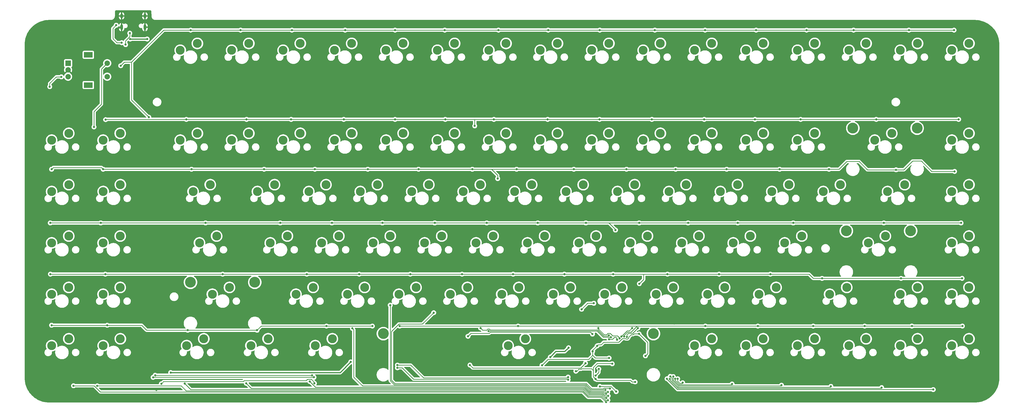
<source format=gbr>
%TF.GenerationSoftware,KiCad,Pcbnew,(6.0.11)*%
%TF.CreationDate,2023-03-01T20:51:25+07:00*%
%TF.ProjectId,Extero75,45787465-726f-4373-952e-6b696361645f,rev?*%
%TF.SameCoordinates,PX265be64PYc2d7328*%
%TF.FileFunction,Copper,L1,Top*%
%TF.FilePolarity,Positive*%
%FSLAX46Y46*%
G04 Gerber Fmt 4.6, Leading zero omitted, Abs format (unit mm)*
G04 Created by KiCad (PCBNEW (6.0.11)) date 2023-03-01 20:51:25*
%MOMM*%
%LPD*%
G01*
G04 APERTURE LIST*
%TA.AperFunction,ComponentPad*%
%ADD10C,4.000000*%
%TD*%
%TA.AperFunction,ComponentPad*%
%ADD11C,2.000000*%
%TD*%
%TA.AperFunction,ComponentPad*%
%ADD12R,3.200000X2.000000*%
%TD*%
%TA.AperFunction,ComponentPad*%
%ADD13R,2.000000X2.000000*%
%TD*%
%TA.AperFunction,ComponentPad*%
%ADD14C,3.300000*%
%TD*%
%TA.AperFunction,ComponentPad*%
%ADD15O,1.000000X1.800000*%
%TD*%
%TA.AperFunction,ComponentPad*%
%ADD16O,1.000000X2.100000*%
%TD*%
%TA.AperFunction,ViaPad*%
%ADD17C,0.800000*%
%TD*%
%TA.AperFunction,Conductor*%
%ADD18C,0.250000*%
%TD*%
%TA.AperFunction,Conductor*%
%ADD19C,0.381000*%
%TD*%
G04 APERTURE END LIST*
D10*
%TO.P,BackspaceStab1,*%
%TO.N,*%
X304391442Y99445192D03*
X328203942Y99445192D03*
%TD*%
D11*
%TO.P,SW3,S2,S2*%
%TO.N,COL1*%
X28272692Y123535192D03*
%TO.P,SW3,S1,S1*%
%TO.N,Net-(D6-Pad2)*%
X28272692Y118535192D03*
D12*
%TO.P,SW3,MP*%
%TO.N,N/C*%
X21272692Y115435192D03*
X21272692Y126635192D03*
D11*
%TO.P,SW3,C,C*%
%TO.N,GND*%
X13772692Y121035192D03*
%TO.P,SW3,B,B*%
%TO.N,ROTB*%
X13772692Y118535192D03*
D13*
%TO.P,SW3,A,A*%
%TO.N,ROTA*%
X13772692Y123535192D03*
%TD*%
D10*
%TO.P,SpacebarStab1,*%
%TO.N,*%
X130541442Y23245192D03*
X230553942Y23245192D03*
%TD*%
%TO.P,ShiftStab1,*%
%TO.N,*%
X82916442Y42295192D03*
X59103942Y42295192D03*
%TD*%
%TO.P,EnterStab1,*%
%TO.N,*%
X301991442Y61345192D03*
X325803942Y61345192D03*
%TD*%
D14*
%TO.P,Num3,2,2*%
%TO.N,Net-(D30-Pad2)*%
X118812692Y97540192D03*
%TO.P,Num3,1,1*%
%TO.N,COL5*%
X112462692Y95000192D03*
%TD*%
%TO.P,FNKEY1,2,2*%
%TO.N,Net-(D73-Pad2)*%
X271212692Y21340192D03*
%TO.P,FNKEY1,1,1*%
%TO.N,COL13*%
X264862692Y18800192D03*
%TD*%
%TO.P,F2,2,2*%
%TO.N,Net-(D23-Pad2)*%
X99762692Y130877692D03*
%TO.P,F2,1,1*%
%TO.N,COL4*%
X93412692Y128337692D03*
%TD*%
%TO.P,F5,2,2*%
%TO.N,Net-(D39-Pad2)*%
X156912692Y130877692D03*
%TO.P,F5,1,1*%
%TO.N,COL7*%
X150562692Y128337692D03*
%TD*%
%TO.P,G1,2,2*%
%TO.N,Net-(D43-Pad2)*%
X171200192Y59440192D03*
%TO.P,G1,1,1*%
%TO.N,COL7*%
X164850192Y56900192D03*
%TD*%
%TO.P,EXTRA6,2,2*%
%TO.N,Net-(D7-Pad2)*%
X33087692Y97540192D03*
%TO.P,EXTRA6,1,1*%
%TO.N,COL1*%
X26737692Y95000192D03*
%TD*%
%TO.P,L1,2,2*%
%TO.N,Net-(D64-Pad2)*%
X247400192Y59440192D03*
%TO.P,L1,1,1*%
%TO.N,COL11*%
X241050192Y56900192D03*
%TD*%
%TO.P,Num7,2,2*%
%TO.N,Net-(D51-Pad2)*%
X195012692Y97540192D03*
%TO.P,Num7,1,1*%
%TO.N,COL9*%
X188662692Y95000192D03*
%TD*%
%TO.P,MinusSign1,2,2*%
%TO.N,Net-(D72-Pad2)*%
X271212692Y97540192D03*
%TO.P,MinusSign1,1,1*%
%TO.N,COL13*%
X264862692Y95000192D03*
%TD*%
%TO.P,EXTRA8,2,2*%
%TO.N,Net-(D9-Pad2)*%
X33087692Y59440192D03*
%TO.P,EXTRA8,1,1*%
%TO.N,COL1*%
X26737692Y56900192D03*
%TD*%
%TO.P,K1,2,2*%
%TO.N,Net-(D59-Pad2)*%
X228350192Y59440192D03*
%TO.P,K1,1,1*%
%TO.N,COL10*%
X222000192Y56900192D03*
%TD*%
%TO.P,EXTRA9,2,2*%
%TO.N,Net-(D10-Pad2)*%
X33087692Y40390192D03*
%TO.P,EXTRA9,1,1*%
%TO.N,COL1*%
X26737692Y37850192D03*
%TD*%
%TO.P,I1,2,2*%
%TO.N,Net-(D58-Pad2)*%
X223587692Y78490192D03*
%TO.P,I1,1,1*%
%TO.N,COL10*%
X217237692Y75950192D03*
%TD*%
%TO.P,WINDOWSKEY1,2,2*%
%TO.N,Net-(D20-Pad2)*%
X87837692Y21340192D03*
%TO.P,WINDOWSKEY1,1,1*%
%TO.N,COL3*%
X81487692Y18800192D03*
%TD*%
%TO.P,Num8,2,2*%
%TO.N,Net-(D56-Pad2)*%
X214062692Y97540192D03*
%TO.P,Num8,1,1*%
%TO.N,COL10*%
X207712692Y95000192D03*
%TD*%
%TO.P,E1,2,2*%
%TO.N,Net-(D32-Pad2)*%
X128337692Y78490192D03*
%TO.P,E1,1,1*%
%TO.N,COL5*%
X121987692Y75950192D03*
%TD*%
%TO.P,Num2,2,2*%
%TO.N,Net-(D24-Pad2)*%
X99762692Y97540192D03*
%TO.P,Num2,1,1*%
%TO.N,COL4*%
X93412692Y95000192D03*
%TD*%
%TO.P,Q1,2,2*%
%TO.N,Net-(D21-Pad2)*%
X90237692Y78490192D03*
%TO.P,Q1,1,1*%
%TO.N,COL3*%
X83887692Y75950192D03*
%TD*%
%TO.P,Jkey1,2,2*%
%TO.N,Net-(D54-Pad2)*%
X209300192Y59440192D03*
%TO.P,Jkey1,1,1*%
%TO.N,COL9*%
X202950192Y56900192D03*
%TD*%
%TO.P,EXTRA5,2,2*%
%TO.N,Net-(D5-Pad2)*%
X14037692Y21340192D03*
%TO.P,EXTRA5,1,1*%
%TO.N,COL0*%
X7687692Y18800192D03*
%TD*%
%TO.P,U2,2,2*%
%TO.N,Net-(D53-Pad2)*%
X204537692Y78490192D03*
%TO.P,U2,1,1*%
%TO.N,COL9*%
X198187692Y75950192D03*
%TD*%
D15*
%TO.P,J1,S1,SHIELD*%
%TO.N,GND*%
X33577692Y141080192D03*
D16*
X33577692Y136900192D03*
X42217692Y136900192D03*
D15*
X42217692Y141080192D03*
%TD*%
D14*
%TO.P,T1,2,2*%
%TO.N,Net-(D42-Pad2)*%
X166437692Y78490192D03*
%TO.P,T1,1,1*%
%TO.N,COL7*%
X160087692Y75950192D03*
%TD*%
%TO.P,ESC1,2,2*%
%TO.N,Net-(D12-Pad2)*%
X61662692Y130877692D03*
%TO.P,ESC1,1,1*%
%TO.N,COL2*%
X55312692Y128337692D03*
%TD*%
%TO.P,F4,2,2*%
%TO.N,Net-(D34-Pad2)*%
X137862692Y130877692D03*
%TO.P,F4,1,1*%
%TO.N,COL6*%
X131512692Y128337692D03*
%TD*%
%TO.P,EXTRA3,2,2*%
%TO.N,Net-(D3-Pad2)*%
X14037692Y59440192D03*
%TO.P,EXTRA3,1,1*%
%TO.N,COL0*%
X7687692Y56900192D03*
%TD*%
%TO.P,PRTSC1,2,2*%
%TO.N,Net-(D89-Pad2)*%
X328362692Y130877692D03*
%TO.P,PRTSC1,1,1*%
%TO.N,COL16*%
X322012692Y128337692D03*
%TD*%
%TO.P,F6,2,2*%
%TO.N,Net-(D44-Pad2)*%
X175962692Y130877692D03*
%TO.P,F6,1,1*%
%TO.N,COL8*%
X169612692Y128337692D03*
%TD*%
%TO.P,Num1,2,2*%
%TO.N,Net-(D19-Pad2)*%
X80712692Y97540192D03*
%TO.P,Num1,1,1*%
%TO.N,COL3*%
X74362692Y95000192D03*
%TD*%
%TO.P,F8,2,2*%
%TO.N,Net-(D55-Pad2)*%
X214062692Y130877692D03*
%TO.P,F8,1,1*%
%TO.N,COL10*%
X207712692Y128337692D03*
%TD*%
%TO.P,RIGHTALT1,2,2*%
%TO.N,Net-(D67-Pad2)*%
X252162692Y21340192D03*
%TO.P,RIGHTALT1,1,1*%
%TO.N,COL12*%
X245812692Y18800192D03*
%TD*%
%TO.P,EqualSign1,2,2*%
%TO.N,Net-(D78-Pad2)*%
X290262692Y97540192D03*
%TO.P,EqualSign1,1,1*%
%TO.N,COL14*%
X283912692Y95000192D03*
%TD*%
%TO.P,M1,2,2*%
%TO.N,Net-(D57-Pad2)*%
X218825192Y40390192D03*
%TO.P,M1,1,1*%
%TO.N,COL10*%
X212475192Y37850192D03*
%TD*%
%TO.P,Dkey1,2,2*%
%TO.N,Net-(D33-Pad2)*%
X133100192Y59440192D03*
%TO.P,Dkey1,1,1*%
%TO.N,COL5*%
X126750192Y56900192D03*
%TD*%
%TO.P,F7,2,2*%
%TO.N,Net-(D50-Pad2)*%
X195012692Y130877692D03*
%TO.P,F7,1,1*%
%TO.N,COL9*%
X188662692Y128337692D03*
%TD*%
%TO.P,A1,2,2*%
%TO.N,Net-(A1-Pad2)*%
X95000192Y59440192D03*
%TO.P,A1,1,1*%
%TO.N,COL3*%
X88650192Y56900192D03*
%TD*%
%TO.P,O1,2,2*%
%TO.N,Net-(D63-Pad2)*%
X242637692Y78490192D03*
%TO.P,O1,1,1*%
%TO.N,COL11*%
X236287692Y75950192D03*
%TD*%
%TO.P,LEFTCTRL1,2,2*%
%TO.N,Net-(D14-Pad2)*%
X64025192Y21340192D03*
%TO.P,LEFTCTRL1,1,1*%
%TO.N,COL2*%
X57675192Y18800192D03*
%TD*%
%TO.P,SPACEBAR1,2,2*%
%TO.N,Net-(D47-Pad2)*%
X183087692Y21340192D03*
%TO.P,SPACEBAR1,1,1*%
%TO.N,COL8*%
X176737692Y18800192D03*
%TD*%
%TO.P,P1,2,2*%
%TO.N,Net-(D69-Pad2)*%
X261687692Y78490192D03*
%TO.P,P1,1,1*%
%TO.N,COL12*%
X255337692Y75950192D03*
%TD*%
%TO.P,Quote1,2,2*%
%TO.N,Net-(D76-Pad2)*%
X285500192Y59440192D03*
%TO.P,Quote1,1,1*%
%TO.N,COL13*%
X279150192Y56900192D03*
%TD*%
%TO.P,Fkey1,2,2*%
%TO.N,Net-(D38-Pad2)*%
X152150192Y59440192D03*
%TO.P,Fkey1,1,1*%
%TO.N,COL6*%
X145800192Y56900192D03*
%TD*%
%TO.P,RIGHTCONTROL1,2,2*%
%TO.N,Net-(D79-Pad2)*%
X290262692Y21340192D03*
%TO.P,RIGHTCONTROL1,1,1*%
%TO.N,COL14*%
X283912692Y18800192D03*
%TD*%
%TO.P,F10,2,2*%
%TO.N,Net-(D65-Pad2)*%
X252162692Y130877692D03*
%TO.P,F10,1,1*%
%TO.N,COL12*%
X245812692Y128337692D03*
%TD*%
%TO.P,Ckey1,2,2*%
%TO.N,Net-(Ckey1-Pad2)*%
X142625192Y40390192D03*
%TO.P,Ckey1,1,1*%
%TO.N,COL6*%
X136275192Y37850192D03*
%TD*%
%TO.P,Ins1,2,2*%
%TO.N,Net-(D82-Pad2)*%
X309312692Y130877692D03*
%TO.P,Ins1,1,1*%
%TO.N,COL15*%
X302962692Y128337692D03*
%TD*%
%TO.P,N1,2,2*%
%TO.N,Net-(D52-Pad2)*%
X199775192Y40390192D03*
%TO.P,N1,1,1*%
%TO.N,COL9*%
X193425192Y37850192D03*
%TD*%
%TO.P,EXTRA2,2,2*%
%TO.N,Net-(D2-Pad2)*%
X14037692Y78490192D03*
%TO.P,EXTRA2,1,1*%
%TO.N,COL0*%
X7687692Y75950192D03*
%TD*%
%TO.P,EXTRA4,2,2*%
%TO.N,Net-(D4-Pad2)*%
X14037692Y40390192D03*
%TO.P,EXTRA4,1,1*%
%TO.N,COL0*%
X7687692Y37850192D03*
%TD*%
%TO.P,LEFTALT1,2,2*%
%TO.N,Net-(D27-Pad2)*%
X111650192Y21340192D03*
%TO.P,LEFTALT1,1,1*%
%TO.N,COL4*%
X105300192Y18800192D03*
%TD*%
%TO.P,LEFTARROW1,2,2*%
%TO.N,Net-(D83-Pad2)*%
X309312692Y21340192D03*
%TO.P,LEFTARROW1,1,1*%
%TO.N,COL15*%
X302962692Y18800192D03*
%TD*%
%TO.P,CloseBracket1,2,2*%
%TO.N,Net-(CloseBracket1-Pad2)*%
X299787692Y78490192D03*
%TO.P,CloseBracket1,1,1*%
%TO.N,COL14*%
X293437692Y75950192D03*
%TD*%
%TO.P,Num9,2,2*%
%TO.N,Net-(D61-Pad2)*%
X233112692Y97540192D03*
%TO.P,Num9,1,1*%
%TO.N,COL11*%
X226762692Y95000192D03*
%TD*%
%TO.P,F9,2,2*%
%TO.N,Net-(D60-Pad2)*%
X233112692Y130877692D03*
%TO.P,F9,1,1*%
%TO.N,COL11*%
X226762692Y128337692D03*
%TD*%
%TO.P,X1,2,2*%
%TO.N,Net-(D31-Pad2)*%
X123575192Y40390192D03*
%TO.P,X1,1,1*%
%TO.N,COL5*%
X117225192Y37850192D03*
%TD*%
%TO.P,Num6,2,2*%
%TO.N,Net-(D45-Pad2)*%
X175962692Y97540192D03*
%TO.P,Num6,1,1*%
%TO.N,COL8*%
X169612692Y95000192D03*
%TD*%
%TO.P,Num5,2,2*%
%TO.N,Net-(D40-Pad2)*%
X156912692Y97540192D03*
%TO.P,Num5,1,1*%
%TO.N,COL7*%
X150562692Y95000192D03*
%TD*%
%TO.P,Slash1,2,2*%
%TO.N,Net-(D86-Pad2)*%
X323600192Y78490192D03*
%TO.P,Slash1,1,1*%
%TO.N,COL15*%
X317250192Y75950192D03*
%TD*%
%TO.P,Num0,2,2*%
%TO.N,Net-(D66-Pad2)*%
X252162692Y97540192D03*
%TO.P,Num0,1,1*%
%TO.N,COL12*%
X245812692Y95000192D03*
%TD*%
%TO.P,B1,2,2*%
%TO.N,Net-(B1-Pad2)*%
X180725192Y40390192D03*
%TO.P,B1,1,1*%
%TO.N,COL8*%
X174375192Y37850192D03*
%TD*%
%TO.P,Z1,2,2*%
%TO.N,Net-(D25-Pad2)*%
X104525192Y40390192D03*
%TO.P,Z1,1,1*%
%TO.N,COL4*%
X98175192Y37850192D03*
%TD*%
%TO.P,DOWNARROW1,2,2*%
%TO.N,Net-(D88-Pad2)*%
X328362692Y21340192D03*
%TO.P,DOWNARROW1,1,1*%
%TO.N,COL16*%
X322012692Y18800192D03*
%TD*%
%TO.P,PgUp1,2,2*%
%TO.N,Net-(D92-Pad2)*%
X347412692Y59440192D03*
%TO.P,PgUp1,1,1*%
%TO.N,COL17*%
X341062692Y56900192D03*
%TD*%
%TO.P,Backspace1,2,2*%
%TO.N,Net-(Backspace1-Pad2)*%
X318837692Y97540192D03*
%TO.P,Backspace1,1,1*%
%TO.N,COL15*%
X312487692Y95000192D03*
%TD*%
%TO.P,QuestionMark1,2,2*%
%TO.N,Net-(D74-Pad2)*%
X275975192Y40390192D03*
%TO.P,QuestionMark1,1,1*%
%TO.N,COL13*%
X269625192Y37850192D03*
%TD*%
%TO.P,RIGHTARROW1,2,2*%
%TO.N,Net-(D95-Pad2)*%
X347412692Y21340192D03*
%TO.P,RIGHTARROW1,1,1*%
%TO.N,COL17*%
X341062692Y18800192D03*
%TD*%
%TO.P,Tab1,2,2*%
%TO.N,Net-(D15-Pad2)*%
X66425192Y78490192D03*
%TO.P,Tab1,1,1*%
%TO.N,COL2*%
X60075192Y75950192D03*
%TD*%
%TO.P,Semicolon1,2,2*%
%TO.N,Net-(D70-Pad2)*%
X266450192Y59440192D03*
%TO.P,Semicolon1,1,1*%
%TO.N,COL12*%
X260100192Y56900192D03*
%TD*%
%TO.P,V1,2,2*%
%TO.N,Net-(D41-Pad2)*%
X161675192Y40390192D03*
%TO.P,V1,1,1*%
%TO.N,COL7*%
X155325192Y37850192D03*
%TD*%
%TO.P,End1,2,2*%
%TO.N,Net-(D91-Pad2)*%
X347412692Y78490192D03*
%TO.P,End1,1,1*%
%TO.N,COL17*%
X341062692Y75950192D03*
%TD*%
%TO.P,Matilda1,2,2*%
%TO.N,Net-(D13-Pad2)*%
X61662692Y97540192D03*
%TO.P,Matilda1,1,1*%
%TO.N,COL2*%
X55312692Y95000192D03*
%TD*%
%TO.P,PgDn1,2,2*%
%TO.N,Net-(D93-Pad2)*%
X347412692Y40390192D03*
%TO.P,PgDn1,1,1*%
%TO.N,COL17*%
X341062692Y37850192D03*
%TD*%
%TO.P,ENTER1,2,2*%
%TO.N,Net-(D85-Pad2)*%
X316437692Y59440192D03*
%TO.P,ENTER1,1,1*%
%TO.N,COL15*%
X310087692Y56900192D03*
%TD*%
%TO.P,F12,2,2*%
%TO.N,Net-(D77-Pad2)*%
X290262692Y130877692D03*
%TO.P,F12,1,1*%
%TO.N,COL14*%
X283912692Y128337692D03*
%TD*%
%TO.P,OpenBracket1,2,2*%
%TO.N,Net-(D75-Pad2)*%
X280737692Y78490192D03*
%TO.P,OpenBracket1,1,1*%
%TO.N,COL13*%
X274387692Y75950192D03*
%TD*%
%TO.P,EXTRA7,2,2*%
%TO.N,Net-(D8-Pad2)*%
X33137686Y78490192D03*
%TO.P,EXTRA7,1,1*%
%TO.N,COL1*%
X26787686Y75950192D03*
%TD*%
%TO.P,LEFTSHIFT1,2,2*%
%TO.N,Net-(D17-Pad2)*%
X73550192Y40390192D03*
%TO.P,LEFTSHIFT1,1,1*%
%TO.N,COL2*%
X67200192Y37850192D03*
%TD*%
%TO.P,R1,2,2*%
%TO.N,Net-(D37-Pad2)*%
X147387692Y78490192D03*
%TO.P,R1,1,1*%
%TO.N,COL6*%
X141037692Y75950192D03*
%TD*%
%TO.P,Hkey1,2,2*%
%TO.N,Net-(D49-Pad2)*%
X190250192Y59440192D03*
%TO.P,Hkey1,1,1*%
%TO.N,COL8*%
X183900192Y56900192D03*
%TD*%
%TO.P,CAPSLOCK1,2,2*%
%TO.N,Net-(CAPSLOCK1-Pad2)*%
X68787692Y59440192D03*
%TO.P,CAPSLOCK1,1,1*%
%TO.N,COL2*%
X62437692Y56900192D03*
%TD*%
%TO.P,S1,2,2*%
%TO.N,Net-(D28-Pad2)*%
X114050192Y59440192D03*
%TO.P,S1,1,1*%
%TO.N,COL4*%
X107700192Y56900192D03*
%TD*%
%TO.P,Y1,2,2*%
%TO.N,Net-(D48-Pad2)*%
X185487692Y78490192D03*
%TO.P,Y1,1,1*%
%TO.N,COL8*%
X179137692Y75950192D03*
%TD*%
%TO.P,F3,2,2*%
%TO.N,Net-(D29-Pad2)*%
X118812692Y130877692D03*
%TO.P,F3,1,1*%
%TO.N,COL5*%
X112462692Y128337692D03*
%TD*%
%TO.P,CommaSign1,2,2*%
%TO.N,Net-(CommaSign1-Pad2)*%
X237875192Y40390192D03*
%TO.P,CommaSign1,1,1*%
%TO.N,COL11*%
X231525192Y37850192D03*
%TD*%
%TO.P,W1,2,2*%
%TO.N,Net-(D26-Pad2)*%
X109287692Y78490192D03*
%TO.P,W1,1,1*%
%TO.N,COL4*%
X102937692Y75950192D03*
%TD*%
%TO.P,DELETE1,2,2*%
%TO.N,Net-(D94-Pad2)*%
X347412692Y130877692D03*
%TO.P,DELETE1,1,1*%
%TO.N,COL17*%
X341062692Y128337692D03*
%TD*%
%TO.P,Num4,2,2*%
%TO.N,Net-(D35-Pad2)*%
X137862692Y97540192D03*
%TO.P,Num4,1,1*%
%TO.N,COL6*%
X131512692Y95000192D03*
%TD*%
%TO.P,UPARROW1,2,2*%
%TO.N,Net-(D87-Pad2)*%
X328362692Y40390192D03*
%TO.P,UPARROW1,1,1*%
%TO.N,COL16*%
X322012692Y37850192D03*
%TD*%
%TO.P,EXTRA10,2,2*%
%TO.N,Net-(D11-Pad2)*%
X33137686Y21340192D03*
%TO.P,EXTRA10,1,1*%
%TO.N,COL1*%
X26787686Y18800192D03*
%TD*%
%TO.P,DotSign1,2,2*%
%TO.N,Net-(D68-Pad2)*%
X256925192Y40390192D03*
%TO.P,DotSign1,1,1*%
%TO.N,COL12*%
X250575192Y37850192D03*
%TD*%
%TO.P,RIGHTSHIFT1,2,2*%
%TO.N,Net-(D81-Pad2)*%
X302150192Y40390192D03*
%TO.P,RIGHTSHIFT1,1,1*%
%TO.N,COL14*%
X295800192Y37850192D03*
%TD*%
%TO.P,F1,2,2*%
%TO.N,Net-(D18-Pad2)*%
X80712692Y130877692D03*
%TO.P,F1,1,1*%
%TO.N,COL3*%
X74362692Y128337692D03*
%TD*%
%TO.P,F11,2,2*%
%TO.N,Net-(D71-Pad2)*%
X271212692Y130877692D03*
%TO.P,F11,1,1*%
%TO.N,COL13*%
X264862692Y128337692D03*
%TD*%
%TO.P,Home1,2,2*%
%TO.N,Net-(D90-Pad2)*%
X347412692Y97540192D03*
%TO.P,Home1,1,1*%
%TO.N,COL17*%
X341062692Y95000192D03*
%TD*%
%TO.P,EXTRA1,2,2*%
%TO.N,Net-(D1-Pad2)*%
X14037692Y97540192D03*
%TO.P,EXTRA1,1,1*%
%TO.N,COL0*%
X7687692Y95000192D03*
%TD*%
D17*
%TO.N,GND*%
X90597692Y4535192D03*
X216732692Y27060192D03*
X199967692Y8875192D03*
X18142692Y87610192D03*
X117802692Y49740192D03*
X98992692Y49610192D03*
X136882692Y49610192D03*
X225277692Y18575192D03*
X251232692Y49810192D03*
X17712692Y49470192D03*
X265282692Y68620192D03*
X189702692Y68960192D03*
X261032692Y30570192D03*
X122632692Y121010192D03*
X209262692Y68480192D03*
X17772692Y11380192D03*
X213202692Y49670192D03*
X117747692Y16385192D03*
X352172692Y18030192D03*
X19917692Y14825192D03*
X184772692Y30440192D03*
X141962692Y121060192D03*
X207707692Y4585192D03*
X255962692Y87520192D03*
X136742692Y7070192D03*
X135402692Y15890192D03*
X255852692Y121060192D03*
X245732692Y68350192D03*
X350862692Y85390192D03*
X88392692Y30660192D03*
X232552692Y49950192D03*
X210787692Y17885192D03*
X161387692Y16355192D03*
X275052692Y121060192D03*
X43307692Y124865192D03*
X165372692Y30090192D03*
X199602692Y87340192D03*
X75492692Y49540192D03*
X208737692Y19575192D03*
X217832692Y121010192D03*
X94642692Y68960192D03*
X64862692Y87950192D03*
X37242692Y68780192D03*
X141077692Y8985192D03*
X113722692Y68690192D03*
X207957692Y14005192D03*
X294782692Y121280192D03*
X171457692Y11965192D03*
X179712692Y121100192D03*
X303242692Y68820192D03*
X226757692Y7825192D03*
X168417692Y16055192D03*
X189252692Y7920192D03*
X195212692Y21820192D03*
X241942692Y30440192D03*
X151752692Y68760192D03*
X148102692Y9640192D03*
X198952692Y120970192D03*
X141982692Y87650192D03*
X351682692Y32470192D03*
X117542692Y6570192D03*
X270442692Y49670192D03*
X122952692Y5880192D03*
X217802692Y87430192D03*
X227322692Y68550192D03*
X65522692Y121160192D03*
X174832692Y49670192D03*
X46507692Y2365192D03*
X71762692Y27200192D03*
X36792692Y30390192D03*
X209457692Y9625192D03*
X275292692Y87650192D03*
X92872692Y11380192D03*
X236792692Y121010192D03*
X122582692Y87810192D03*
X166247692Y8255192D03*
X96317692Y15485192D03*
X307672692Y30570192D03*
X31917692Y135675192D03*
X164317692Y16045192D03*
X342142692Y110350192D03*
X351632692Y51620192D03*
X133012692Y68890192D03*
X44357692Y136425192D03*
X71617692Y15205192D03*
X70812692Y68480192D03*
X283502692Y30370192D03*
X160992692Y87610192D03*
X37772692Y87810192D03*
X18102692Y68800192D03*
X194142692Y11600192D03*
X67482692Y11110192D03*
X114062692Y11510192D03*
X103502692Y87740192D03*
X313412692Y121250192D03*
X37472692Y49610192D03*
X155692692Y49610192D03*
X171102692Y68480192D03*
X189452692Y21890192D03*
X222932692Y30230192D03*
X131682692Y15870192D03*
X39397692Y15345192D03*
X11057692Y120725192D03*
X72277692Y4405192D03*
X297062692Y49670192D03*
X299692692Y87780192D03*
X203727692Y-734808D03*
X284502692Y68550192D03*
X180272692Y87610192D03*
X84082692Y88010192D03*
X237672692Y87560192D03*
X161012692Y120920192D03*
X238232692Y27010192D03*
X108652692Y30500192D03*
X194122692Y49540192D03*
X103792692Y121010192D03*
X84692692Y120830192D03*
X17842692Y30460192D03*
X36992692Y10970192D03*
X204837692Y15465192D03*
%TO.N,+5V*%
X118457692Y12765192D03*
X51787692Y8815192D03*
X192377692Y14595192D03*
X36772692Y132510192D03*
X199117692Y18035192D03*
X43072692Y132510192D03*
%TO.N,ROTA*%
X135732692Y11590192D03*
X46026877Y7804692D03*
X198947692Y7145192D03*
X104127692Y7804692D03*
%TO.N,ROTB*%
X135722388Y10590743D03*
X209142692Y7690192D03*
X6972692Y114830192D03*
X104852692Y7080192D03*
X45252692Y7040192D03*
X210310301Y10146788D03*
X11292692Y118470192D03*
X198953787Y6145708D03*
%TO.N,+3.3V*%
X201827692Y9315192D03*
X215277692Y12065192D03*
X189267692Y11475192D03*
X208047692Y16705192D03*
X209697692Y18715192D03*
X227587692Y15015192D03*
X214117692Y14215192D03*
X209132692Y6420192D03*
X225217692Y23185192D03*
X223762692Y5350192D03*
%TO.N,ROW1*%
X171472692Y102710192D03*
X214772692Y21910192D03*
X249372692Y102710192D03*
X210572692Y102710192D03*
X343572692Y102710192D03*
X229972692Y102710192D03*
X285072692Y102710192D03*
X96372692Y102710192D03*
X268172692Y102710192D03*
X115872692Y102710192D03*
X169472692Y24210192D03*
X79872692Y102710192D03*
X153472692Y102710192D03*
X57572692Y102710192D03*
X313072692Y102710192D03*
X191372692Y102710192D03*
X134872692Y102710192D03*
X164372692Y100310192D03*
X27672692Y102610192D03*
%TO.N,ROW2*%
X7672692Y84210192D03*
X342072692Y83410192D03*
X320402692Y84010192D03*
X201072692Y84210192D03*
X257672692Y84210192D03*
X295572692Y84210192D03*
X277272692Y84210192D03*
X124772692Y84210192D03*
X220572692Y84210192D03*
X172867692Y80745192D03*
X166547692Y25315192D03*
X86372692Y84210192D03*
X179872692Y84210192D03*
X214029768Y22634692D03*
X163472692Y84210192D03*
X105172692Y84210192D03*
X238772692Y84210192D03*
X26772692Y84210192D03*
X143572692Y84210192D03*
X59472692Y84210192D03*
%TO.N,ROW3*%
X25872692Y64310192D03*
X243372692Y64310192D03*
X205522692Y64310192D03*
X217972692Y21460192D03*
X92322692Y64310192D03*
X187722692Y64310192D03*
X282322692Y64310192D03*
X225272692Y64310192D03*
X210172692Y25335692D03*
X216485393Y61672893D03*
X7172692Y64310192D03*
X111472692Y64310192D03*
X168822692Y64310192D03*
X130172692Y64310192D03*
X64672692Y64310192D03*
X315872692Y64310192D03*
X344472692Y64310192D03*
X149572692Y64310192D03*
X261772692Y64310192D03*
%TO.N,ROW4*%
X159672692Y45310192D03*
X178572692Y45310192D03*
X121572692Y45310192D03*
X254872692Y45310192D03*
X322248791Y43736291D03*
X27572692Y45310192D03*
X235722692Y45310192D03*
X71022692Y45310192D03*
X197572692Y45310192D03*
X273872692Y45310192D03*
X225322692Y41760192D03*
X222672692Y25335692D03*
X215622692Y45310192D03*
X344872692Y43760192D03*
X7222692Y45310192D03*
X292998791Y43736291D03*
X218722692Y22210192D03*
X140522692Y45310192D03*
X102172692Y45310192D03*
%TO.N,ROW5*%
X269222692Y26060192D03*
X326272692Y26060192D03*
X289722692Y26060192D03*
X219719826Y22141424D03*
X308772692Y26060192D03*
X83753325Y24510192D03*
X109472692Y26060192D03*
X58072692Y24510192D03*
X136572692Y26060192D03*
X344972692Y26060192D03*
X180422692Y26060192D03*
X28272692Y26360192D03*
X7672692Y26360192D03*
X126465192Y26060192D03*
X249772692Y26060192D03*
%TO.N,ROW0*%
X216750919Y1734692D03*
X268572692Y135810192D03*
X104997741Y4809741D03*
X249672692Y135810192D03*
X48318970Y4656470D03*
X325172692Y135810192D03*
X341872692Y135810192D03*
X210712785Y3660099D03*
X304672692Y135810192D03*
X173172692Y135810192D03*
X33272692Y122610192D03*
X43668970Y103506470D03*
X116372692Y135810192D03*
X96672692Y135810192D03*
X77672692Y135810192D03*
X59172692Y135810192D03*
X153272692Y135810192D03*
X191572692Y135810192D03*
X231072692Y135810192D03*
X287272692Y135810192D03*
X134872692Y135810192D03*
X210672692Y135810192D03*
%TO.N,Net-(J1-PadA5)*%
X35087692Y130430692D03*
X36627692Y134685192D03*
%TO.N,Net-(J1-PadB5)*%
X33647692Y131155192D03*
X31597692Y137625192D03*
%TO.N,COL0*%
X212972692Y-2139808D03*
X15772692Y3910192D03*
%TO.N,COL1*%
X213679447Y-1415308D03*
X23372692Y99910192D03*
X24572692Y3884692D03*
%TO.N,COL2*%
X213093603Y-599724D03*
X56972692Y4734692D03*
%TO.N,COL3*%
X79772692Y4810192D03*
X213772692Y160192D03*
%TO.N,COL4*%
X103272692Y5510192D03*
X212973090Y884692D03*
%TO.N,COL5*%
X213661774Y1609692D03*
X119072692Y25210192D03*
%TO.N,COL6*%
X212722692Y2334192D03*
X133072692Y33810192D03*
%TO.N,COL7*%
X149172692Y31010192D03*
X214412885Y2901856D03*
%TO.N,COL10*%
X208472692Y34510192D03*
X203947692Y32285192D03*
%TO.N,COL11*%
X220707702Y21989418D03*
X224784991Y25297893D03*
%TO.N,COL12*%
X241372692Y5034692D03*
X239551289Y6510192D03*
%TO.N,COL13*%
X238551786Y6510192D03*
X259672692Y4584692D03*
%TO.N,COL14*%
X277972692Y4134692D03*
X237884992Y7322492D03*
%TO.N,COL15*%
X236788221Y7390443D03*
X296272692Y3684692D03*
%TO.N,COL16*%
X315072692Y3234692D03*
X236598340Y6409143D03*
%TO.N,COL17*%
X235572692Y6510192D03*
X334172692Y2510192D03*
%TO.N,/BOOT*%
X162587692Y11595192D03*
X205372692Y12285692D03*
%TO.N,/RST*%
X207967692Y23085192D03*
X161877692Y22275192D03*
X217046924Y21016293D03*
X214135181Y21140397D03*
%TD*%
D18*
%TO.N,GND*%
X42217692Y141080192D02*
X42217692Y136900192D01*
X33577692Y141080192D02*
X33577692Y136900192D01*
X42217692Y136900192D02*
X43882692Y136900192D01*
X33577692Y136900192D02*
X33142692Y136900192D01*
X43882692Y136900192D02*
X44357692Y136425192D01*
X33142692Y136900192D02*
X31917692Y135675192D01*
D19*
%TO.N,+5V*%
X114507692Y8815192D02*
X118457692Y12765192D01*
X197727692Y16645192D02*
X199117692Y18035192D01*
X192377692Y14595192D02*
X194427692Y16645192D01*
X194427692Y16645192D02*
X197727692Y16645192D01*
X51787692Y8815192D02*
X114507692Y8815192D01*
X36772692Y132510192D02*
X43072692Y132510192D01*
D18*
%TO.N,ROTA*%
X145412692Y6810192D02*
X140632692Y11590192D01*
X198612692Y6810192D02*
X145412692Y6810192D01*
X140632692Y11590192D02*
X135732692Y11590192D01*
X198947692Y7145192D02*
X198612692Y6810192D01*
X104127692Y7804692D02*
X46026877Y7804692D01*
%TO.N,ROTB*%
X137512141Y10590743D02*
X135722388Y10590743D01*
X198953787Y6145708D02*
X198739303Y6360192D01*
X45292692Y7080192D02*
X45252692Y7040192D01*
X210310301Y10146788D02*
X210310301Y8857801D01*
X6972692Y114830192D02*
X6972692Y116050192D01*
X141742692Y6360192D02*
X137512141Y10590743D01*
X198739303Y6360192D02*
X141742692Y6360192D01*
X210310301Y8857801D02*
X209142692Y7690192D01*
X9392692Y118470192D02*
X11292692Y118470192D01*
X104852692Y7080192D02*
X45292692Y7080192D01*
X6972692Y116050192D02*
X9392692Y118470192D01*
%TO.N,+3.3V*%
X228387692Y15815192D02*
X227587692Y15015192D01*
X222324494Y22891994D02*
X223015488Y22891994D01*
X219028924Y21416424D02*
X220255391Y21416424D01*
X207657692Y10205192D02*
X208287692Y9575192D01*
X217707692Y20095192D02*
X219028924Y21416424D01*
X208047692Y15205192D02*
X208047692Y16705192D01*
X210077692Y19095192D02*
X209697692Y18715192D01*
X209697692Y18715192D02*
X208047692Y17065192D01*
X208047692Y17065192D02*
X208047692Y16705192D01*
X206577692Y13735192D02*
X208047692Y15205192D01*
X202887692Y10055192D02*
X203778588Y10055192D01*
X221432702Y22000202D02*
X222324494Y22891994D01*
X221008007Y21264418D02*
X221432702Y21689113D01*
X202147692Y9315192D02*
X202887692Y10055192D01*
X225217692Y23185192D02*
X228387692Y20015192D01*
X215197692Y12145192D02*
X215277692Y12065192D01*
X220255391Y21416424D02*
X220407397Y21264418D01*
X223015488Y22891994D02*
X223308686Y23185192D01*
X208287692Y7265192D02*
X209132692Y6420192D01*
X191527692Y13735192D02*
X206577692Y13735192D01*
X222047692Y5955192D02*
X209597692Y5955192D01*
X223308686Y23185192D02*
X225217692Y23185192D01*
X208287692Y10685192D02*
X209747692Y12145192D01*
X211147692Y19095192D02*
X210077692Y19095192D01*
X223762692Y5350192D02*
X222652692Y5350192D01*
X228387692Y20015192D02*
X228387692Y15815192D01*
X203778588Y10055192D02*
X203928588Y10205192D01*
X222652692Y5350192D02*
X222047692Y5955192D01*
X214117692Y14215192D02*
X209037692Y14215192D01*
X209747692Y12145192D02*
X215197692Y12145192D01*
X212147692Y20095192D02*
X217707692Y20095192D01*
X208287692Y10685192D02*
X208287692Y7965192D01*
X209037692Y14215192D02*
X208047692Y15205192D01*
X203928588Y10205192D02*
X207657692Y10205192D01*
X220407397Y21264418D02*
X221008007Y21264418D01*
X201827692Y9315192D02*
X202147692Y9315192D01*
X211147692Y19095192D02*
X212147692Y20095192D01*
X209597692Y5955192D02*
X209132692Y6420192D01*
X221432702Y21689113D02*
X221432702Y22000202D01*
X208287692Y9575192D02*
X208287692Y7965192D01*
X208287692Y7965192D02*
X208287692Y7265192D01*
X189267692Y11475192D02*
X191527692Y13735192D01*
%TO.N,ROW1*%
X313072692Y102710192D02*
X285072692Y102710192D01*
X209672692Y24210192D02*
X211972692Y21910192D01*
X249372692Y102710192D02*
X229972692Y102710192D01*
X134872692Y102710192D02*
X115872692Y102710192D01*
X164372692Y102710192D02*
X164372692Y100310192D01*
X268172692Y102710192D02*
X249372692Y102710192D01*
X229972692Y102710192D02*
X210572692Y102710192D01*
X171472692Y102710192D02*
X164372692Y102710192D01*
X79872692Y102710192D02*
X57572692Y102710192D01*
X164372692Y102710192D02*
X153472692Y102710192D01*
X343572692Y102710192D02*
X313072692Y102710192D01*
X153472692Y102710192D02*
X134872692Y102710192D01*
X96372692Y102710192D02*
X79872692Y102710192D01*
X27772692Y102710192D02*
X27672692Y102610192D01*
X285072692Y102710192D02*
X268172692Y102710192D01*
X211972692Y21910192D02*
X214772692Y21910192D01*
X57572692Y102710192D02*
X27772692Y102710192D01*
X210572692Y102710192D02*
X191372692Y102710192D01*
X191372692Y102710192D02*
X171472692Y102710192D01*
X169472692Y24210192D02*
X209672692Y24210192D01*
X115872692Y102710192D02*
X96372692Y102710192D01*
%TO.N,ROW2*%
X169172387Y24935192D02*
X169772997Y24935192D01*
X166547692Y25315192D02*
X167277692Y24585192D01*
X309782692Y84010192D02*
X306717692Y87075192D01*
X163472692Y84210192D02*
X143572692Y84210192D01*
X143572692Y84210192D02*
X124772692Y84210192D01*
X105172692Y84210192D02*
X86372692Y84210192D01*
X7672692Y84210192D02*
X8317692Y84855192D01*
X170572692Y84210192D02*
X163472692Y84210192D01*
X302137692Y87075192D02*
X299272692Y84210192D01*
X320402692Y84010192D02*
X309782692Y84010192D01*
X59472692Y84210192D02*
X26772692Y84210192D01*
X299272692Y84210192D02*
X295572692Y84210192D01*
X167277692Y24585192D02*
X168822387Y24585192D01*
X295572692Y84210192D02*
X277272692Y84210192D01*
X124772692Y84210192D02*
X105172692Y84210192D01*
X170047997Y24660192D02*
X209872692Y24660192D01*
X333602692Y83410192D02*
X329767692Y87245192D01*
X323282692Y84010192D02*
X320402692Y84010192D01*
X277272692Y84210192D02*
X257672692Y84210192D01*
X238772692Y84210192D02*
X220572692Y84210192D01*
X169772997Y24935192D02*
X170047997Y24660192D01*
X168822387Y24585192D02*
X169172387Y24935192D01*
X201072692Y84210192D02*
X179872692Y84210192D01*
X212172692Y22360192D02*
X213755268Y22360192D01*
X220572692Y84210192D02*
X201072692Y84210192D01*
X172867692Y80745192D02*
X172867692Y81915192D01*
X342072692Y83410192D02*
X333602692Y83410192D01*
X172867692Y81915192D02*
X170572692Y84210192D01*
X179872692Y84210192D02*
X170572692Y84210192D01*
X26127692Y84855192D02*
X26772692Y84210192D01*
X326517692Y87245192D02*
X323282692Y84010192D01*
X8317692Y84855192D02*
X26127692Y84855192D01*
X257672692Y84210192D02*
X238772692Y84210192D01*
X306717692Y87075192D02*
X302137692Y87075192D01*
X213755268Y22360192D02*
X214029768Y22634692D01*
X86372692Y84210192D02*
X59472692Y84210192D01*
X209872692Y24660192D02*
X212172692Y22360192D01*
X329767692Y87245192D02*
X326517692Y87245192D01*
%TO.N,ROW3*%
X214522692Y23360192D02*
X215472692Y22410192D01*
X64672692Y64310192D02*
X25872692Y64310192D01*
X216485393Y61897491D02*
X216485393Y61672893D01*
X214072692Y64310192D02*
X216485393Y61897491D01*
X214472692Y23360192D02*
X214522692Y23360192D01*
X25872692Y64310192D02*
X7172692Y64310192D01*
X187722692Y64310192D02*
X168822692Y64310192D01*
X111472692Y64310192D02*
X92322692Y64310192D01*
X205522692Y64310192D02*
X187722692Y64310192D01*
X217272692Y22410192D02*
X217972692Y21710192D01*
X149572692Y64310192D02*
X130172692Y64310192D01*
X210172692Y24996588D02*
X212340890Y22828390D01*
X243372692Y64310192D02*
X225272692Y64310192D01*
X92322692Y64310192D02*
X64672692Y64310192D01*
X282322692Y64310192D02*
X261772692Y64310192D01*
X214072692Y64310192D02*
X205522692Y64310192D01*
X168822692Y64310192D02*
X149572692Y64310192D01*
X315872692Y64310192D02*
X282322692Y64310192D01*
X225272692Y64310192D02*
X214072692Y64310192D01*
X213198161Y22828390D02*
X213729963Y23360192D01*
X213729963Y23360192D02*
X214472692Y23360192D01*
X130172692Y64310192D02*
X111472692Y64310192D01*
X261772692Y64310192D02*
X243372692Y64310192D01*
X344472692Y64310192D02*
X315872692Y64310192D01*
X217972692Y21710192D02*
X217972692Y21460192D01*
X210172692Y25335692D02*
X210172692Y24996588D01*
X215472692Y22410192D02*
X217272692Y22410192D01*
X212340890Y22828390D02*
X213198161Y22828390D01*
%TO.N,ROW4*%
X27572692Y45310192D02*
X7222692Y45310192D01*
X344848791Y43736291D02*
X322248791Y43736291D01*
X197572692Y45310192D02*
X178572692Y45310192D01*
X322248791Y43736291D02*
X292998791Y43736291D01*
X71022692Y45310192D02*
X27572692Y45310192D01*
X273872692Y45310192D02*
X254872692Y45310192D01*
X215622692Y45310192D02*
X197572692Y45310192D01*
X140522692Y45310192D02*
X121572692Y45310192D01*
X220772692Y24260192D02*
X221597192Y24260192D01*
X288172692Y45310192D02*
X289746593Y43736291D01*
X292998791Y43736291D02*
X289746593Y43736291D01*
X254872692Y45310192D02*
X235722692Y45310192D01*
X226922692Y45310192D02*
X215622692Y45310192D01*
X218722692Y22210192D02*
X220772692Y24260192D01*
X102172692Y45310192D02*
X71022692Y45310192D01*
X273872692Y45310192D02*
X288172692Y45310192D01*
X121572692Y45310192D02*
X102172692Y45310192D01*
X178572692Y45310192D02*
X159672692Y45310192D01*
X235722692Y45310192D02*
X226922692Y45310192D01*
X159672692Y45310192D02*
X140522692Y45310192D01*
X226922692Y45310192D02*
X226922692Y43360192D01*
X226922692Y43360192D02*
X225322692Y41760192D01*
X344872692Y43760192D02*
X344848791Y43736291D01*
X221597192Y24260192D02*
X222672692Y25335692D01*
%TO.N,ROW5*%
X326272692Y26060192D02*
X308772692Y26060192D01*
X58072692Y24510192D02*
X83753325Y24510192D01*
X126465192Y26060192D02*
X109472692Y26060192D01*
X41022692Y26360192D02*
X42872692Y24510192D01*
X249772692Y26060192D02*
X225222692Y26060192D01*
X85303325Y26060192D02*
X83753325Y24510192D01*
X136572692Y26060192D02*
X180422692Y26060192D01*
X289722692Y26060192D02*
X269222692Y26060192D01*
X225222692Y26060192D02*
X180422692Y26060192D01*
X222254494Y23791994D02*
X224522692Y26060192D01*
X109472692Y26060192D02*
X85303325Y26060192D01*
X41022692Y26360192D02*
X28272692Y26360192D01*
X219719826Y22570930D02*
X219719826Y22141424D01*
X344972692Y26060192D02*
X326272692Y26060192D01*
X269222692Y26060192D02*
X249772692Y26060192D01*
X308772692Y26060192D02*
X289722692Y26060192D01*
X220940890Y23791994D02*
X219719826Y22570930D01*
X222254494Y23791994D02*
X220940890Y23791994D01*
X58072692Y24510192D02*
X42872692Y24510192D01*
X225222692Y26060192D02*
X224522692Y26060192D01*
X28272692Y26360192D02*
X7672692Y26360192D01*
%TO.N,ROW0*%
X49122192Y5459692D02*
X78622192Y5459692D01*
X210712785Y3660099D02*
X214822785Y3660099D01*
X96672692Y135810192D02*
X77672692Y135810192D01*
X78622192Y5459692D02*
X78972692Y5810192D01*
X341872692Y135810192D02*
X325172692Y135810192D01*
X34587692Y123925192D02*
X33272692Y122610192D01*
X48318970Y4656470D02*
X49122192Y5459692D01*
X102447387Y6310192D02*
X103872692Y6310192D01*
X37272692Y123910192D02*
X49172692Y135810192D01*
X191572692Y135810192D02*
X173172692Y135810192D01*
X37272692Y109902748D02*
X43668970Y103506470D01*
X116372692Y135810192D02*
X96672692Y135810192D01*
X37257692Y123925192D02*
X34587692Y123925192D01*
X268572692Y135810192D02*
X249672692Y135810192D01*
X77672692Y135810192D02*
X59172692Y135810192D01*
X216748192Y1734692D02*
X216750919Y1734692D01*
X249672692Y135810192D02*
X231072692Y135810192D01*
X37272692Y123910192D02*
X37272692Y109902748D01*
X325172692Y135810192D02*
X304672692Y135810192D01*
X37272692Y123910192D02*
X37257692Y123925192D01*
X103872692Y6310192D02*
X104997741Y5185143D01*
X214822785Y3660099D02*
X216748192Y1734692D01*
X49172692Y135810192D02*
X59172692Y135810192D01*
X210672692Y135810192D02*
X191572692Y135810192D01*
X101947387Y5810192D02*
X102447387Y6310192D01*
X304672692Y135810192D02*
X287272692Y135810192D01*
X231072692Y135810192D02*
X210672692Y135810192D01*
X287272692Y135810192D02*
X268572692Y135810192D01*
X78972692Y5810192D02*
X101947387Y5810192D01*
X153272692Y135810192D02*
X173172692Y135810192D01*
X134872692Y135810192D02*
X116372692Y135810192D01*
X104997741Y5185143D02*
X104997741Y4809741D01*
X153272692Y135810192D02*
X134872692Y135810192D01*
%TO.N,Net-(J1-PadA5)*%
X36627692Y134685192D02*
X36627692Y133390497D01*
X36627692Y133390497D02*
X35087692Y131850497D01*
X35087692Y131850497D02*
X35087692Y130430692D01*
%TO.N,Net-(J1-PadB5)*%
X31547692Y137625192D02*
X31597692Y137625192D01*
X30347692Y136425192D02*
X31547692Y137625192D01*
X30347692Y132635192D02*
X30347692Y136425192D01*
X31827692Y131155192D02*
X30347692Y132635192D01*
X33647692Y131155192D02*
X31827692Y131155192D01*
%TO.N,COL0*%
X23472692Y3910192D02*
X25767692Y1615192D01*
X204377692Y1615192D02*
X206347692Y-354808D01*
X211187692Y-354808D02*
X212972692Y-2139808D01*
X206347692Y-354808D02*
X211187692Y-354808D01*
X15772692Y3910192D02*
X23472692Y3910192D01*
X25767692Y1615192D02*
X204377692Y1615192D01*
%TO.N,COL1*%
X211374088Y95192D02*
X212884588Y-1415308D01*
X23372692Y105610192D02*
X26122692Y108360192D01*
X24572692Y3884692D02*
X55698192Y3884692D01*
X23372692Y99910192D02*
X23372692Y105610192D01*
X26122692Y108360192D02*
X26122692Y121385192D01*
X57517692Y2065192D02*
X204564088Y2065192D01*
X55698192Y3884692D02*
X57517692Y2065192D01*
X204564088Y2065192D02*
X206534088Y95192D01*
X26122692Y121385192D02*
X28272692Y123535192D01*
X212884588Y-1415308D02*
X213679447Y-1415308D01*
X206534088Y95192D02*
X211374088Y95192D01*
%TO.N,COL2*%
X56972692Y4734692D02*
X59192192Y2515192D01*
X59192192Y2515192D02*
X204750484Y2515192D01*
X206720484Y545192D02*
X211560484Y545192D01*
X212705400Y-599724D02*
X213093603Y-599724D01*
X204750484Y2515192D02*
X206720484Y545192D01*
X211560484Y545192D02*
X212705400Y-599724D01*
%TO.N,COL3*%
X206906880Y995192D02*
X211746880Y995192D01*
X204936880Y2965192D02*
X206906880Y995192D01*
X79772692Y4810192D02*
X81617692Y2965192D01*
X81617692Y2965192D02*
X204936880Y2965192D01*
X212581880Y160192D02*
X213772692Y160192D01*
X211746880Y995192D02*
X212581880Y160192D01*
%TO.N,COL4*%
X103272692Y5510192D02*
X105367692Y3415192D01*
X105367692Y3415192D02*
X205123276Y3415192D01*
X207093276Y1445192D02*
X211933276Y1445192D01*
X205123276Y3415192D02*
X207093276Y1445192D01*
X212493776Y884692D02*
X212973090Y884692D01*
X211933276Y1445192D02*
X212493776Y884692D01*
%TO.N,COL5*%
X119572692Y24710192D02*
X119572692Y7110192D01*
X119572692Y7110192D02*
X122817692Y3865192D01*
X122817692Y3865192D02*
X205309672Y3865192D01*
X207279672Y1895192D02*
X212119672Y1895192D01*
X119072692Y25210192D02*
X119572692Y24710192D01*
X205309672Y3865192D02*
X207279672Y1895192D01*
X212405172Y1609692D02*
X213661774Y1609692D01*
X212119672Y1895192D02*
X212405172Y1609692D01*
%TO.N,COL6*%
X134567692Y4315192D02*
X205496068Y4315192D01*
X212306068Y2345192D02*
X212317068Y2334192D01*
X212317068Y2334192D02*
X212722692Y2334192D01*
X133072692Y33810192D02*
X133072692Y5810192D01*
X205496068Y4315192D02*
X207466068Y2345192D01*
X207466068Y2345192D02*
X212306068Y2345192D01*
X133072692Y5810192D02*
X134567692Y4315192D01*
%TO.N,COL7*%
X211962464Y2795192D02*
X207652464Y2795192D01*
X214412885Y2901856D02*
X214254549Y3060192D01*
X133522692Y24060192D02*
X136272692Y26810192D01*
X205682464Y4765192D02*
X134754088Y4765192D01*
X207652464Y2795192D02*
X205682464Y4765192D01*
X214254549Y3060192D02*
X212227464Y3060192D01*
X144972692Y26810192D02*
X149172692Y31010192D01*
X133522692Y5996588D02*
X133522692Y24060192D01*
X212227464Y3060192D02*
X211962464Y2795192D01*
X134754088Y4765192D02*
X133522692Y5996588D01*
X136272692Y26810192D02*
X144972692Y26810192D01*
%TO.N,COL10*%
X203947692Y32285192D02*
X206172692Y34510192D01*
X206172692Y34510192D02*
X208472692Y34510192D01*
%TO.N,COL11*%
X221244494Y23341994D02*
X220707702Y22805202D01*
X224784991Y25297893D02*
X222829092Y23341994D01*
X220707702Y22805202D02*
X220707702Y21989418D01*
X222829092Y23341994D02*
X221244494Y23341994D01*
%TO.N,COL12*%
X241372692Y5034692D02*
X241098192Y4760192D01*
X241098192Y4760192D02*
X240404672Y4760192D01*
X239551289Y5613575D02*
X239551289Y6510192D01*
X239551289Y5613575D02*
X240404672Y4760192D01*
%TO.N,COL13*%
X259398192Y4310192D02*
X240272692Y4310192D01*
X240272692Y4310192D02*
X240218276Y4310192D01*
X259672692Y4584692D02*
X259398192Y4310192D01*
X238551786Y5976682D02*
X240218276Y4310192D01*
X238551786Y5976682D02*
X238551786Y6510192D01*
%TO.N,COL14*%
X237827286Y6064786D02*
X240031880Y3860192D01*
X237827286Y6064786D02*
X237827286Y7264786D01*
X277698192Y3860192D02*
X240031880Y3860192D01*
X277972692Y4134692D02*
X277698192Y3860192D01*
X237827286Y7264786D02*
X237884992Y7322492D01*
%TO.N,COL15*%
X239845484Y3410192D02*
X295998192Y3410192D01*
X237372692Y6810192D02*
X236792441Y7390443D01*
X296272692Y3684692D02*
X295998192Y3410192D01*
X237372692Y5882984D02*
X237372692Y6810192D01*
X236792441Y7390443D02*
X236788221Y7390443D01*
X237372692Y5882984D02*
X239845484Y3410192D01*
%TO.N,COL16*%
X314798192Y2960192D02*
X239772692Y2960192D01*
X236598340Y6020940D02*
X239659088Y2960192D01*
X236598340Y6020940D02*
X236598340Y6409143D01*
X315072692Y3234692D02*
X314798192Y2960192D01*
X239772692Y2960192D02*
X239659088Y2960192D01*
%TO.N,COL17*%
X235572692Y6410192D02*
X235572692Y6510192D01*
X334172692Y2510192D02*
X239472692Y2510192D01*
X235572692Y6410192D02*
X239472692Y2510192D01*
%TO.N,/BOOT*%
X162597692Y11595192D02*
X163687692Y10505192D01*
X162587692Y11595192D02*
X162597692Y11595192D01*
X163687692Y10505192D02*
X203592192Y10505192D01*
X203592192Y10505192D02*
X205372692Y12285692D01*
%TO.N,/RST*%
X169722692Y23360192D02*
X170122692Y23760192D01*
X170122692Y23760192D02*
X207292692Y23760192D01*
X215397692Y21185192D02*
X216122692Y21910192D01*
X161877692Y22275192D02*
X162962692Y23360192D01*
X217046924Y21435960D02*
X217046924Y21016293D01*
X214097692Y21185192D02*
X215397692Y21185192D01*
X216122692Y21910192D02*
X216572692Y21910192D01*
X162962692Y23360192D02*
X169722692Y23360192D01*
X216572692Y21910192D02*
X217046924Y21435960D01*
X207292692Y23760192D02*
X207967692Y23085192D01*
%TD*%
%TA.AperFunction,Conductor*%
%TO.N,GND*%
G36*
X39382377Y143173403D02*
G01*
X44111071Y143169625D01*
X44130350Y143168125D01*
X44140668Y143166519D01*
X44145443Y143165775D01*
X44145444Y143165775D01*
X44154313Y143164394D01*
X44163338Y143165574D01*
X44193773Y143165846D01*
X44255850Y143158852D01*
X44283356Y143152574D01*
X44360444Y143125600D01*
X44385860Y143113361D01*
X44455017Y143069906D01*
X44477072Y143052317D01*
X44534817Y142994572D01*
X44552406Y142972517D01*
X44595861Y142903360D01*
X44608100Y142877944D01*
X44635074Y142800856D01*
X44641353Y142773348D01*
X44647604Y142717867D01*
X44646937Y142702228D01*
X44648386Y142702210D01*
X44648276Y142693239D01*
X44646894Y142684365D01*
X44648058Y142675462D01*
X44648058Y142675455D01*
X44651506Y142649086D01*
X44652561Y142634216D01*
X44671226Y141029000D01*
X44671250Y141026923D01*
X44670071Y141008198D01*
X44667212Y140987526D01*
X44667211Y140987513D01*
X44666546Y140982702D01*
X44666760Y140970151D01*
X44669321Y140955364D01*
X44670508Y140946749D01*
X44689545Y140761180D01*
X44741144Y140557506D01*
X44742908Y140553264D01*
X44742908Y140553263D01*
X44809827Y140392310D01*
X44821806Y140363499D01*
X44929814Y140183278D01*
X45062876Y140020674D01*
X45066275Y140017576D01*
X45066276Y140017575D01*
X45214761Y139882241D01*
X45214767Y139882236D01*
X45218162Y139879142D01*
X45392375Y139761689D01*
X45581812Y139670811D01*
X45782448Y139608437D01*
X45859903Y139596294D01*
X45985483Y139576606D01*
X45985487Y139576606D01*
X45990020Y139575895D01*
X46158975Y139574271D01*
X46170762Y139573604D01*
X46182820Y139572353D01*
X46182833Y139572353D01*
X46187669Y139571851D01*
X46192996Y139572124D01*
X46195351Y139572244D01*
X46195356Y139572245D01*
X46200206Y139572493D01*
X46207621Y139574039D01*
X46233340Y139576692D01*
X349585825Y139576692D01*
X349605210Y139575192D01*
X349620043Y139572882D01*
X349620047Y139572882D01*
X349628916Y139571501D01*
X349637818Y139572665D01*
X349637820Y139572665D01*
X349646873Y139573849D01*
X349652029Y139574523D01*
X349672321Y139575525D01*
X350197385Y139559024D01*
X350205285Y139558527D01*
X350524068Y139528393D01*
X350761325Y139505966D01*
X350769160Y139504976D01*
X351320811Y139417604D01*
X351328578Y139416121D01*
X351873646Y139294283D01*
X351881313Y139292315D01*
X352138222Y139217676D01*
X352417654Y139136494D01*
X352425157Y139134056D01*
X352950677Y138944858D01*
X352958005Y138941956D01*
X353470610Y138720132D01*
X353477742Y138716776D01*
X353837065Y138533692D01*
X353975395Y138463209D01*
X353982331Y138459396D01*
X354463075Y138175085D01*
X354469758Y138170843D01*
X354931685Y137856918D01*
X354938076Y137852276D01*
X355379411Y137509941D01*
X355385490Y137504911D01*
X355776651Y137160057D01*
X355804446Y137135552D01*
X355810216Y137130133D01*
X356205133Y136735216D01*
X356210552Y136729446D01*
X356579911Y136310490D01*
X356584941Y136304411D01*
X356927276Y135863076D01*
X356931918Y135856685D01*
X357245843Y135394758D01*
X357250085Y135388075D01*
X357534396Y134907331D01*
X357538209Y134900395D01*
X357551087Y134875120D01*
X357791776Y134402742D01*
X357795132Y134395610D01*
X358016956Y133883005D01*
X358019858Y133875677D01*
X358209052Y133350170D01*
X358211494Y133342654D01*
X358254990Y133192941D01*
X358367315Y132806313D01*
X358369283Y132798646D01*
X358491121Y132253578D01*
X358492604Y132245811D01*
X358576456Y131716389D01*
X358579975Y131694169D01*
X358580966Y131686325D01*
X358588966Y131601692D01*
X358633527Y131130285D01*
X358634024Y131122385D01*
X358650287Y130604892D01*
X358648849Y130581550D01*
X358647882Y130575342D01*
X358647882Y130575337D01*
X358646501Y130566468D01*
X358647665Y130557566D01*
X358647665Y130557564D01*
X358650628Y130534909D01*
X358651692Y130518571D01*
X358651692Y6784559D01*
X358650192Y6765174D01*
X358647882Y6750341D01*
X358647882Y6750337D01*
X358646501Y6741468D01*
X358647665Y6732566D01*
X358647665Y6732564D01*
X358649523Y6718358D01*
X358650525Y6698063D01*
X358634024Y6172999D01*
X358633527Y6165099D01*
X358606727Y5881580D01*
X358581082Y5610280D01*
X358580967Y5609068D01*
X358579976Y5601224D01*
X358497854Y5082721D01*
X358492605Y5049581D01*
X358491121Y5041806D01*
X358369283Y4496738D01*
X358367315Y4489071D01*
X358292773Y4232495D01*
X358231599Y4021929D01*
X358211498Y3952742D01*
X358209056Y3945227D01*
X358019858Y3419707D01*
X358016956Y3412379D01*
X357795132Y2899774D01*
X357791776Y2892642D01*
X357664675Y2643192D01*
X357538209Y2394989D01*
X357534396Y2388053D01*
X357250085Y1907309D01*
X357245843Y1900626D01*
X356931918Y1438699D01*
X356927276Y1432308D01*
X356584941Y990973D01*
X356579911Y984894D01*
X356210552Y565938D01*
X356205133Y560168D01*
X355810216Y165251D01*
X355804446Y159832D01*
X355385490Y-209527D01*
X355379411Y-214557D01*
X354938076Y-556892D01*
X354931685Y-561534D01*
X354469758Y-875459D01*
X354463075Y-879701D01*
X353982331Y-1164012D01*
X353975395Y-1167825D01*
X353477742Y-1421392D01*
X353470610Y-1424748D01*
X352958005Y-1646572D01*
X352950677Y-1649474D01*
X352425157Y-1838672D01*
X352417654Y-1841110D01*
X352138222Y-1922292D01*
X351881313Y-1996931D01*
X351873646Y-1998899D01*
X351328578Y-2120737D01*
X351320811Y-2122220D01*
X350769160Y-2209592D01*
X350761325Y-2210582D01*
X350524068Y-2233009D01*
X350205285Y-2263143D01*
X350197385Y-2263640D01*
X349679892Y-2279903D01*
X349656550Y-2278465D01*
X349650342Y-2277498D01*
X349650337Y-2277498D01*
X349641468Y-2276117D01*
X349632566Y-2277281D01*
X349632564Y-2277281D01*
X349618358Y-2279139D01*
X349609906Y-2280244D01*
X349593571Y-2281308D01*
X214405204Y-2281308D01*
X214337083Y-2261306D01*
X214290590Y-2207650D01*
X214280486Y-2137376D01*
X214311568Y-2070998D01*
X214414068Y-1957160D01*
X214414069Y-1957159D01*
X214418487Y-1952252D01*
X214513974Y-1786864D01*
X214572989Y-1605236D01*
X214581319Y-1525986D01*
X214592261Y-1421873D01*
X214592951Y-1415308D01*
X214572989Y-1225380D01*
X214513974Y-1043752D01*
X214503271Y-1025213D01*
X214463314Y-956007D01*
X214418487Y-878364D01*
X214302675Y-749741D01*
X214271959Y-685736D01*
X214280723Y-615282D01*
X214322250Y-563498D01*
X214383945Y-518674D01*
X214511732Y-376752D01*
X214607219Y-211364D01*
X214666234Y-29736D01*
X214677633Y78714D01*
X214685506Y153627D01*
X214686196Y160192D01*
X214666234Y350120D01*
X214607219Y531748D01*
X214511732Y697136D01*
X214383945Y839058D01*
X214378601Y842941D01*
X214373694Y847359D01*
X214374869Y848664D01*
X214336796Y898041D01*
X214330724Y968777D01*
X214360575Y1028058D01*
X214400814Y1072748D01*
X214476284Y1203466D01*
X214492997Y1232413D01*
X214492998Y1232414D01*
X214496301Y1238136D01*
X214555316Y1419764D01*
X214575278Y1609692D01*
X214563782Y1719074D01*
X214556006Y1793057D01*
X214556006Y1793059D01*
X214555316Y1799620D01*
X214536644Y1857086D01*
X214534616Y1928053D01*
X214571279Y1988851D01*
X214630280Y2019268D01*
X214671062Y2027937D01*
X214688715Y2031689D01*
X214688718Y2031690D01*
X214695173Y2033062D01*
X214747926Y2056549D01*
X214863607Y2108053D01*
X214863609Y2108054D01*
X214869637Y2110738D01*
X214879549Y2117939D01*
X214925042Y2150992D01*
X215024138Y2222990D01*
X215096315Y2303150D01*
X215156760Y2340390D01*
X215227743Y2339038D01*
X215279045Y2307935D01*
X215804117Y1782863D01*
X215838143Y1720551D01*
X215840332Y1706938D01*
X215857377Y1544764D01*
X215916392Y1363136D01*
X216011879Y1197748D01*
X216016297Y1192841D01*
X216016298Y1192840D01*
X216066907Y1136633D01*
X216139666Y1055826D01*
X216224535Y994165D01*
X216269233Y961690D01*
X216294167Y943574D01*
X216300195Y940890D01*
X216300197Y940889D01*
X216335357Y925235D01*
X216468631Y865898D01*
X216549710Y848664D01*
X216648975Y827564D01*
X216648980Y827564D01*
X216655432Y826192D01*
X216846406Y826192D01*
X216852858Y827564D01*
X216852863Y827564D01*
X216952128Y848664D01*
X217033207Y865898D01*
X217166481Y925235D01*
X217201641Y940889D01*
X217201643Y940890D01*
X217207671Y943574D01*
X217232606Y961690D01*
X217277303Y994165D01*
X217362172Y1055826D01*
X217434931Y1136633D01*
X217485540Y1192840D01*
X217485541Y1192841D01*
X217489959Y1197748D01*
X217585446Y1363136D01*
X217644461Y1544764D01*
X217664423Y1734692D01*
X217654674Y1827447D01*
X217645151Y1918057D01*
X217645151Y1918059D01*
X217644461Y1924620D01*
X217585446Y2106248D01*
X217489959Y2271636D01*
X217477389Y2285597D01*
X217366594Y2408647D01*
X217366593Y2408648D01*
X217362172Y2413558D01*
X217229167Y2510192D01*
X217213013Y2521929D01*
X217213012Y2521930D01*
X217207671Y2525810D01*
X217201643Y2528494D01*
X217201641Y2528495D01*
X217039238Y2600801D01*
X217039237Y2600801D01*
X217033207Y2603486D01*
X216939807Y2623339D01*
X216852863Y2641820D01*
X216852858Y2641820D01*
X216846406Y2643192D01*
X216787786Y2643192D01*
X216719665Y2663194D01*
X216698691Y2680097D01*
X216015002Y3363787D01*
X215326437Y4052352D01*
X215318897Y4060638D01*
X215314785Y4067117D01*
X215265133Y4113743D01*
X215262292Y4116497D01*
X215242555Y4136234D01*
X215239358Y4138714D01*
X215230336Y4146419D01*
X215198106Y4176685D01*
X215191160Y4180504D01*
X215191157Y4180506D01*
X215180351Y4186447D01*
X215163832Y4197298D01*
X215163368Y4197658D01*
X215147826Y4209713D01*
X215140557Y4212858D01*
X215140553Y4212861D01*
X215107248Y4227273D01*
X215096598Y4232490D01*
X215057845Y4253794D01*
X215038222Y4258832D01*
X215019519Y4265236D01*
X215008205Y4270132D01*
X215008204Y4270132D01*
X215000930Y4273280D01*
X214993107Y4274519D01*
X214993097Y4274522D01*
X214957261Y4280198D01*
X214945641Y4282604D01*
X214910496Y4291627D01*
X214910495Y4291627D01*
X214902815Y4293599D01*
X214882561Y4293599D01*
X214862850Y4295150D01*
X214850671Y4297079D01*
X214842842Y4298319D01*
X214834950Y4297573D01*
X214798824Y4294158D01*
X214786966Y4293599D01*
X211420985Y4293599D01*
X211352864Y4313601D01*
X211333638Y4329942D01*
X211333365Y4329639D01*
X211328453Y4334062D01*
X211324038Y4338965D01*
X211180759Y4443064D01*
X211174879Y4447336D01*
X211174878Y4447337D01*
X211169537Y4451217D01*
X211163509Y4453901D01*
X211163507Y4453902D01*
X211001104Y4526208D01*
X211001103Y4526208D01*
X210995073Y4528893D01*
X210879373Y4553486D01*
X210814729Y4567227D01*
X210814724Y4567227D01*
X210808272Y4568599D01*
X210617298Y4568599D01*
X210610846Y4567227D01*
X210610841Y4567227D01*
X210546197Y4553486D01*
X210430497Y4528893D01*
X210424467Y4526208D01*
X210424466Y4526208D01*
X210262063Y4453902D01*
X210262061Y4453901D01*
X210256033Y4451217D01*
X210250692Y4447337D01*
X210250691Y4447336D01*
X210244811Y4443064D01*
X210101532Y4338965D01*
X210097111Y4334055D01*
X210097110Y4334054D01*
X209987988Y4212861D01*
X209973745Y4197043D01*
X209958858Y4171258D01*
X209885208Y4043692D01*
X209878258Y4031655D01*
X209819243Y3850027D01*
X209818553Y3843466D01*
X209818553Y3843464D01*
X209804945Y3713986D01*
X209799281Y3660099D01*
X209799971Y3653534D01*
X209808975Y3567862D01*
X209796203Y3498024D01*
X209747700Y3446177D01*
X209683665Y3428692D01*
X207967058Y3428692D01*
X207898937Y3448694D01*
X207877963Y3465597D01*
X207046482Y4297079D01*
X206186116Y5157445D01*
X206178576Y5165731D01*
X206174464Y5172210D01*
X206150582Y5194637D01*
X206132261Y5211841D01*
X206124812Y5218836D01*
X206121971Y5221590D01*
X206102234Y5241327D01*
X206099037Y5243807D01*
X206090015Y5251512D01*
X206063564Y5276351D01*
X206057785Y5281778D01*
X206050839Y5285597D01*
X206050836Y5285599D01*
X206040030Y5291540D01*
X206023511Y5302391D01*
X206019309Y5305650D01*
X206007505Y5314806D01*
X206000236Y5317951D01*
X206000232Y5317954D01*
X205966927Y5332366D01*
X205956277Y5337583D01*
X205917524Y5358887D01*
X205897901Y5363925D01*
X205879198Y5370329D01*
X205867884Y5375225D01*
X205867883Y5375225D01*
X205860609Y5378373D01*
X205852786Y5379612D01*
X205852776Y5379615D01*
X205816940Y5385291D01*
X205805320Y5387697D01*
X205770175Y5396720D01*
X205770174Y5396720D01*
X205762494Y5398692D01*
X205742240Y5398692D01*
X205722529Y5400243D01*
X205710350Y5402172D01*
X205702521Y5403412D01*
X205694629Y5402666D01*
X205658503Y5399251D01*
X205646645Y5398692D01*
X199786636Y5398692D01*
X199718515Y5418694D01*
X199672022Y5472350D01*
X199661918Y5542624D01*
X199684701Y5598754D01*
X199688408Y5603856D01*
X199692827Y5608764D01*
X199756515Y5719074D01*
X199785010Y5768429D01*
X199785011Y5768430D01*
X199788314Y5774152D01*
X199847329Y5955780D01*
X199849794Y5979228D01*
X199866601Y6139143D01*
X199867291Y6145708D01*
X199862542Y6190895D01*
X199848019Y6329073D01*
X199848019Y6329075D01*
X199847329Y6335636D01*
X199788314Y6517264D01*
X199747630Y6587730D01*
X199730893Y6656723D01*
X199747631Y6713728D01*
X199778915Y6767913D01*
X199778916Y6767914D01*
X199782219Y6773636D01*
X199841234Y6955264D01*
X199844426Y6985629D01*
X199860506Y7138627D01*
X199861196Y7145192D01*
X199858250Y7173222D01*
X199841924Y7328557D01*
X199841924Y7328559D01*
X199841234Y7335120D01*
X199782219Y7516748D01*
X199686732Y7682136D01*
X199681666Y7687763D01*
X199563367Y7819147D01*
X199563366Y7819148D01*
X199558945Y7824058D01*
X199420409Y7924711D01*
X199409786Y7932429D01*
X199409785Y7932430D01*
X199404444Y7936310D01*
X199398416Y7938994D01*
X199398414Y7938995D01*
X199236011Y8011301D01*
X199236010Y8011301D01*
X199229980Y8013986D01*
X199136580Y8033839D01*
X199049636Y8052320D01*
X199049631Y8052320D01*
X199043179Y8053692D01*
X198852205Y8053692D01*
X198845753Y8052320D01*
X198845748Y8052320D01*
X198758804Y8033839D01*
X198665404Y8013986D01*
X198659374Y8011301D01*
X198659373Y8011301D01*
X198496970Y7938995D01*
X198496968Y7938994D01*
X198490940Y7936310D01*
X198485599Y7932430D01*
X198485598Y7932429D01*
X198474975Y7924711D01*
X198336439Y7824058D01*
X198332018Y7819148D01*
X198332017Y7819147D01*
X198213719Y7687763D01*
X198208652Y7682136D01*
X198205351Y7676418D01*
X198121698Y7531527D01*
X198113165Y7516748D01*
X198113122Y7516615D01*
X198068698Y7464349D01*
X197999569Y7443692D01*
X145727286Y7443692D01*
X145659165Y7463694D01*
X145638191Y7480597D01*
X143398212Y9720577D01*
X141136344Y11982445D01*
X141128804Y11990731D01*
X141124692Y11997210D01*
X141075040Y12043836D01*
X141072199Y12046590D01*
X141052462Y12066327D01*
X141049265Y12068807D01*
X141040243Y12076512D01*
X141013792Y12101351D01*
X141008013Y12106778D01*
X141001067Y12110597D01*
X141001064Y12110599D01*
X140990258Y12116540D01*
X140973739Y12127391D01*
X140967740Y12132044D01*
X140957733Y12139806D01*
X140950464Y12142951D01*
X140950460Y12142954D01*
X140917155Y12157366D01*
X140906505Y12162583D01*
X140867752Y12183887D01*
X140848129Y12188925D01*
X140829426Y12195329D01*
X140818112Y12200225D01*
X140818111Y12200225D01*
X140810837Y12203373D01*
X140803014Y12204612D01*
X140803004Y12204615D01*
X140767168Y12210291D01*
X140755548Y12212697D01*
X140720403Y12221720D01*
X140720402Y12221720D01*
X140712722Y12223692D01*
X140692468Y12223692D01*
X140672757Y12225243D01*
X140660578Y12227172D01*
X140652749Y12228412D01*
X140644857Y12227666D01*
X140608731Y12224251D01*
X140596873Y12223692D01*
X136440892Y12223692D01*
X136372771Y12243694D01*
X136353545Y12260035D01*
X136353272Y12259732D01*
X136348360Y12264155D01*
X136343945Y12269058D01*
X136287043Y12310400D01*
X136194786Y12377429D01*
X136194785Y12377430D01*
X136189444Y12381310D01*
X136183416Y12383994D01*
X136183414Y12383995D01*
X136021011Y12456301D01*
X136021010Y12456301D01*
X136014980Y12458986D01*
X135907188Y12481898D01*
X135834636Y12497320D01*
X135834631Y12497320D01*
X135828179Y12498692D01*
X135637205Y12498692D01*
X135630753Y12497320D01*
X135630748Y12497320D01*
X135558196Y12481898D01*
X135450404Y12458986D01*
X135444374Y12456301D01*
X135444373Y12456301D01*
X135281970Y12383995D01*
X135281968Y12383994D01*
X135275940Y12381310D01*
X135270599Y12377430D01*
X135270598Y12377429D01*
X135224568Y12343986D01*
X135121439Y12269058D01*
X135117018Y12264148D01*
X135117017Y12264147D01*
X135007895Y12142954D01*
X134993652Y12127136D01*
X134898165Y11961748D01*
X134839150Y11780120D01*
X134819188Y11590192D01*
X134819878Y11583627D01*
X134837935Y11411827D01*
X134839150Y11400264D01*
X134898165Y11218636D01*
X134901468Y11212914D01*
X134901469Y11212913D01*
X134930638Y11162391D01*
X134947376Y11093396D01*
X134930638Y11036391D01*
X134899596Y10982624D01*
X134887861Y10962299D01*
X134828846Y10780671D01*
X134828156Y10774110D01*
X134828156Y10774108D01*
X134818657Y10683732D01*
X134808884Y10590743D01*
X134809574Y10584178D01*
X134826537Y10422788D01*
X134828846Y10400815D01*
X134887861Y10219187D01*
X134891164Y10213465D01*
X134891165Y10213464D01*
X134897554Y10202398D01*
X134983348Y10053799D01*
X134987766Y10048892D01*
X134987767Y10048891D01*
X135092299Y9932796D01*
X135111135Y9911877D01*
X135172941Y9866972D01*
X135229351Y9825988D01*
X135265636Y9799625D01*
X135271664Y9796941D01*
X135271666Y9796940D01*
X135427048Y9727760D01*
X135440100Y9721949D01*
X135533500Y9702096D01*
X135620444Y9683615D01*
X135620449Y9683615D01*
X135626901Y9682243D01*
X135817875Y9682243D01*
X135824327Y9683615D01*
X135824332Y9683615D01*
X135911276Y9702096D01*
X136004676Y9721949D01*
X136017728Y9727760D01*
X136173110Y9796940D01*
X136173112Y9796941D01*
X136179140Y9799625D01*
X136215426Y9825988D01*
X136326184Y9906459D01*
X136333641Y9911877D01*
X136338056Y9916780D01*
X136342968Y9921203D01*
X136344093Y9919954D01*
X136397402Y9952794D01*
X136430588Y9957243D01*
X137197547Y9957243D01*
X137265668Y9937241D01*
X137286642Y9920338D01*
X141239035Y5967945D01*
X141246579Y5959655D01*
X141250692Y5953174D01*
X141256469Y5947749D01*
X141300359Y5906534D01*
X141303201Y5903779D01*
X141322923Y5884057D01*
X141326047Y5881634D01*
X141326051Y5881630D01*
X141326116Y5881580D01*
X141335137Y5873875D01*
X141367371Y5843606D01*
X141374319Y5839787D01*
X141374321Y5839785D01*
X141385124Y5833846D01*
X141401651Y5822990D01*
X141411390Y5815435D01*
X141411392Y5815434D01*
X141417652Y5810578D01*
X141458232Y5793018D01*
X141468880Y5787801D01*
X141500649Y5770336D01*
X141507632Y5766497D01*
X141515308Y5764526D01*
X141515311Y5764525D01*
X141527254Y5761459D01*
X141545959Y5755055D01*
X141564547Y5747011D01*
X141572370Y5745772D01*
X141572380Y5745769D01*
X141608216Y5740093D01*
X141619836Y5737687D01*
X141654981Y5728664D01*
X141662662Y5726692D01*
X141682916Y5726692D01*
X141702626Y5725141D01*
X141722635Y5721972D01*
X141730527Y5722718D01*
X141766653Y5726133D01*
X141778511Y5726692D01*
X198073915Y5726692D01*
X198142036Y5706690D01*
X198183034Y5663692D01*
X198214747Y5608764D01*
X198219166Y5603856D01*
X198222873Y5598754D01*
X198246732Y5531886D01*
X198230653Y5462735D01*
X198179739Y5413254D01*
X198120938Y5398692D01*
X135068683Y5398692D01*
X135000562Y5418694D01*
X134979587Y5435597D01*
X134193096Y6222089D01*
X134159071Y6284401D01*
X134156192Y6311184D01*
X134156192Y16325599D01*
X174080731Y16325599D01*
X174089540Y16090976D01*
X174104747Y16018501D01*
X174120686Y15942538D01*
X174137754Y15861191D01*
X174223994Y15642815D01*
X174226763Y15638252D01*
X174336370Y15457626D01*
X174345796Y15442092D01*
X174499677Y15264760D01*
X174503809Y15261372D01*
X174677108Y15119275D01*
X174677114Y15119271D01*
X174681236Y15115891D01*
X174685872Y15113252D01*
X174685875Y15113250D01*
X174797100Y15049937D01*
X174885282Y14999741D01*
X175105981Y14919631D01*
X175111230Y14918682D01*
X175111233Y14918681D01*
X175192307Y14904021D01*
X175337022Y14877852D01*
X175341161Y14877657D01*
X175341168Y14877656D01*
X175360132Y14876762D01*
X175360141Y14876762D01*
X175361621Y14876692D01*
X175526642Y14876692D01*
X175621395Y14884732D01*
X175696329Y14891090D01*
X175696333Y14891091D01*
X175701640Y14891541D01*
X175706795Y14892879D01*
X175706801Y14892880D01*
X175923727Y14949183D01*
X175923726Y14949183D01*
X175928898Y14950525D01*
X175933764Y14952717D01*
X175933767Y14952718D01*
X176138109Y15044768D01*
X176138112Y15044769D01*
X176142970Y15046958D01*
X176337733Y15178080D01*
X176359199Y15198557D01*
X176442414Y15277941D01*
X176507619Y15340143D01*
X176647770Y15528513D01*
X176650690Y15534255D01*
X176751761Y15733048D01*
X176751761Y15733049D01*
X176754179Y15737804D01*
X176818885Y15946192D01*
X176822221Y15956937D01*
X176823803Y15962032D01*
X176840894Y16090976D01*
X176853953Y16189502D01*
X176853953Y16189505D01*
X176854653Y16194785D01*
X176845844Y16429408D01*
X176831168Y16499353D01*
X176836755Y16570128D01*
X176879720Y16626648D01*
X176939346Y16650313D01*
X177053795Y16664163D01*
X177143100Y16674970D01*
X177352945Y16730022D01*
X177423631Y16748566D01*
X177423632Y16748566D01*
X177427774Y16749653D01*
X177699680Y16862280D01*
X177931977Y16998024D01*
X178000884Y17015123D01*
X178068097Y16992254D01*
X178112275Y16936678D01*
X178119394Y16866039D01*
X178117589Y16857901D01*
X178085744Y16733872D01*
X178085743Y16733864D01*
X178084756Y16730022D01*
X178045292Y16417630D01*
X178045292Y16102754D01*
X178084756Y15790362D01*
X178163062Y15485379D01*
X178278976Y15192615D01*
X178280878Y15189156D01*
X178280879Y15189153D01*
X178412804Y14949183D01*
X178430668Y14916688D01*
X178615747Y14661948D01*
X178831294Y14432414D01*
X179073910Y14231705D01*
X179104059Y14212572D01*
X179270899Y14106692D01*
X179339768Y14062986D01*
X179343347Y14061302D01*
X179343354Y14061298D01*
X179621086Y13930608D01*
X179621090Y13930606D01*
X179624676Y13928919D01*
X179924140Y13831617D01*
X180233438Y13772615D01*
X180326992Y13766729D01*
X180467050Y13757917D01*
X180467066Y13757916D01*
X180469045Y13757792D01*
X180626339Y13757792D01*
X180628318Y13757916D01*
X180628334Y13757917D01*
X180768392Y13766729D01*
X180861946Y13772615D01*
X181171244Y13831617D01*
X181470708Y13928919D01*
X181474294Y13930606D01*
X181474298Y13930608D01*
X181752030Y14061298D01*
X181752037Y14061302D01*
X181755616Y14062986D01*
X181824486Y14106692D01*
X181991325Y14212572D01*
X182021474Y14231705D01*
X182264090Y14432414D01*
X182479637Y14661948D01*
X182664716Y14916688D01*
X182682581Y14949183D01*
X182814505Y15189153D01*
X182814506Y15189156D01*
X182816408Y15192615D01*
X182932322Y15485379D01*
X183010628Y15790362D01*
X183050092Y16102754D01*
X183050092Y16325599D01*
X184240731Y16325599D01*
X184249540Y16090976D01*
X184264747Y16018501D01*
X184280686Y15942538D01*
X184297754Y15861191D01*
X184383994Y15642815D01*
X184386763Y15638252D01*
X184496370Y15457626D01*
X184505796Y15442092D01*
X184659677Y15264760D01*
X184663809Y15261372D01*
X184837108Y15119275D01*
X184837114Y15119271D01*
X184841236Y15115891D01*
X184845872Y15113252D01*
X184845875Y15113250D01*
X184957100Y15049937D01*
X185045282Y14999741D01*
X185265981Y14919631D01*
X185271230Y14918682D01*
X185271233Y14918681D01*
X185352307Y14904021D01*
X185497022Y14877852D01*
X185501161Y14877657D01*
X185501168Y14877656D01*
X185520132Y14876762D01*
X185520141Y14876762D01*
X185521621Y14876692D01*
X185686642Y14876692D01*
X185781395Y14884732D01*
X185856329Y14891090D01*
X185856333Y14891091D01*
X185861640Y14891541D01*
X185866795Y14892879D01*
X185866801Y14892880D01*
X186083727Y14949183D01*
X186083726Y14949183D01*
X186088898Y14950525D01*
X186093764Y14952717D01*
X186093767Y14952718D01*
X186298109Y15044768D01*
X186298112Y15044769D01*
X186302970Y15046958D01*
X186497733Y15178080D01*
X186519199Y15198557D01*
X186602414Y15277941D01*
X186667619Y15340143D01*
X186807770Y15528513D01*
X186810690Y15534255D01*
X186911761Y15733048D01*
X186911761Y15733049D01*
X186914179Y15737804D01*
X186978885Y15946192D01*
X186982221Y15956937D01*
X186983803Y15962032D01*
X187000894Y16090976D01*
X187013953Y16189502D01*
X187013953Y16189505D01*
X187014653Y16194785D01*
X187005844Y16429408D01*
X186986452Y16521827D01*
X186958727Y16653966D01*
X186958726Y16653969D01*
X186957630Y16659193D01*
X186871390Y16877569D01*
X186785425Y17019235D01*
X186752356Y17073731D01*
X186752354Y17073734D01*
X186749588Y17078292D01*
X186595707Y17255624D01*
X186579152Y17269198D01*
X186418276Y17401109D01*
X186418270Y17401113D01*
X186414148Y17404493D01*
X186409512Y17407132D01*
X186409509Y17407134D01*
X186214745Y17518000D01*
X186210102Y17520643D01*
X185989403Y17600753D01*
X185984154Y17601702D01*
X185984151Y17601703D01*
X185903077Y17616363D01*
X185758362Y17642532D01*
X185754223Y17642727D01*
X185754216Y17642728D01*
X185735252Y17643622D01*
X185735243Y17643622D01*
X185733763Y17643692D01*
X185568742Y17643692D01*
X185487393Y17636789D01*
X185399055Y17629294D01*
X185399051Y17629293D01*
X185393744Y17628843D01*
X185388589Y17627505D01*
X185388583Y17627504D01*
X185210869Y17581378D01*
X185166486Y17569859D01*
X185161620Y17567667D01*
X185161617Y17567666D01*
X184957275Y17475616D01*
X184957272Y17475615D01*
X184952414Y17473426D01*
X184757651Y17342304D01*
X184753794Y17338625D01*
X184753792Y17338623D01*
X184738564Y17324096D01*
X184587765Y17180241D01*
X184584583Y17175964D01*
X184584582Y17175963D01*
X184576445Y17165026D01*
X184447614Y16991871D01*
X184445198Y16987120D01*
X184445196Y16987116D01*
X184380892Y16860638D01*
X184341205Y16782580D01*
X184339623Y16777485D01*
X184275238Y16570128D01*
X184271581Y16558352D01*
X184270880Y16553063D01*
X184253784Y16424076D01*
X184240731Y16325599D01*
X183050092Y16325599D01*
X183050092Y16417630D01*
X183010628Y16730022D01*
X182932322Y17035005D01*
X182816408Y17327769D01*
X182811353Y17336964D01*
X182666625Y17600224D01*
X182666623Y17600227D01*
X182664716Y17603696D01*
X182479637Y17858436D01*
X182264090Y18087970D01*
X182021474Y18288679D01*
X181755616Y18457398D01*
X181752037Y18459082D01*
X181752030Y18459086D01*
X181474298Y18589776D01*
X181474294Y18589778D01*
X181470708Y18591465D01*
X181455948Y18596261D01*
X181334179Y18635826D01*
X181171244Y18688767D01*
X180861946Y18747769D01*
X180768392Y18753655D01*
X180628334Y18762467D01*
X180628318Y18762468D01*
X180626339Y18762592D01*
X180469045Y18762592D01*
X180467066Y18762468D01*
X180467050Y18762467D01*
X180326992Y18753655D01*
X180233438Y18747769D01*
X179924140Y18688767D01*
X179761205Y18635826D01*
X179639437Y18596261D01*
X179624676Y18591465D01*
X179621090Y18589778D01*
X179621086Y18589776D01*
X179343354Y18459086D01*
X179343347Y18459082D01*
X179339768Y18457398D01*
X179073910Y18288679D01*
X179070861Y18286156D01*
X179070856Y18286153D01*
X179065104Y18281395D01*
X178999865Y18253388D01*
X178929841Y18265097D01*
X178877264Y18312806D01*
X178858826Y18381367D01*
X178861972Y18406608D01*
X178874599Y18461739D01*
X178875045Y18466730D01*
X178900541Y18752416D01*
X178900541Y18752418D01*
X178900761Y18754882D01*
X178901236Y18800192D01*
X178899692Y18822848D01*
X178881511Y19089542D01*
X178881510Y19089548D01*
X178881219Y19093819D01*
X178821537Y19382012D01*
X178723295Y19659439D01*
X178588310Y19920966D01*
X178577446Y19936425D01*
X178421548Y20158244D01*
X178421547Y20158245D01*
X178419081Y20161754D01*
X178218740Y20377348D01*
X178196628Y20395447D01*
X178036396Y20526594D01*
X177990992Y20563757D01*
X177740053Y20717532D01*
X177736117Y20719260D01*
X177474494Y20834105D01*
X177474490Y20834106D01*
X177470566Y20835829D01*
X177187518Y20916457D01*
X177183276Y20917061D01*
X177183270Y20917062D01*
X176900397Y20957321D01*
X176896146Y20957926D01*
X176740998Y20958738D01*
X176606128Y20959445D01*
X176606122Y20959445D01*
X176601842Y20959467D01*
X176597598Y20958908D01*
X176597594Y20958908D01*
X176485832Y20944194D01*
X176310052Y20921052D01*
X176305912Y20919919D01*
X176305910Y20919919D01*
X176288953Y20915280D01*
X176026175Y20843392D01*
X175986256Y20826365D01*
X175759406Y20729606D01*
X175759399Y20729602D01*
X175755464Y20727924D01*
X175611750Y20641913D01*
X175506610Y20578988D01*
X175506606Y20578985D01*
X175502928Y20576784D01*
X175273241Y20392770D01*
X175270297Y20389668D01*
X175270293Y20389664D01*
X175123829Y20235323D01*
X175070653Y20179287D01*
X174898912Y19940284D01*
X174761196Y19680185D01*
X174740020Y19622320D01*
X174681424Y19462197D01*
X174660054Y19403802D01*
X174597358Y19116249D01*
X174574267Y18822848D01*
X174591208Y18529028D01*
X174592033Y18524821D01*
X174592034Y18524816D01*
X174615225Y18406613D01*
X174647869Y18240226D01*
X174649256Y18236176D01*
X174649257Y18236171D01*
X174733694Y17989552D01*
X174743201Y17961785D01*
X174745128Y17957954D01*
X174839766Y17769787D01*
X174875439Y17698858D01*
X174877869Y17695323D01*
X174888689Y17679579D01*
X174910789Y17612109D01*
X174892903Y17543403D01*
X174836599Y17493330D01*
X174797279Y17475618D01*
X174797274Y17475615D01*
X174792414Y17473426D01*
X174597651Y17342304D01*
X174593794Y17338625D01*
X174593792Y17338623D01*
X174578564Y17324096D01*
X174427765Y17180241D01*
X174424583Y17175964D01*
X174424582Y17175963D01*
X174416445Y17165026D01*
X174287614Y16991871D01*
X174285198Y16987120D01*
X174285196Y16987116D01*
X174220892Y16860638D01*
X174181205Y16782580D01*
X174179623Y16777485D01*
X174115238Y16570128D01*
X174111581Y16558352D01*
X174110880Y16553063D01*
X174093784Y16424076D01*
X174080731Y16325599D01*
X134156192Y16325599D01*
X134156192Y23745598D01*
X134176194Y23813719D01*
X134193097Y23834693D01*
X135762507Y25404103D01*
X135824819Y25438129D01*
X135895634Y25433064D01*
X135945238Y25399319D01*
X135953470Y25390177D01*
X135961439Y25381326D01*
X135978012Y25369285D01*
X136024249Y25335692D01*
X136115940Y25269074D01*
X136121968Y25266390D01*
X136121970Y25266389D01*
X136281375Y25195418D01*
X136290404Y25191398D01*
X136383804Y25171545D01*
X136470748Y25153064D01*
X136470753Y25153064D01*
X136477205Y25151692D01*
X136668179Y25151692D01*
X136674631Y25153064D01*
X136674636Y25153064D01*
X136761580Y25171545D01*
X136854980Y25191398D01*
X136864009Y25195418D01*
X137023414Y25266389D01*
X137023416Y25266390D01*
X137029444Y25269074D01*
X137121136Y25335692D01*
X137167372Y25369285D01*
X137183945Y25381326D01*
X137188360Y25386229D01*
X137193272Y25390652D01*
X137194397Y25389403D01*
X137247706Y25422243D01*
X137280892Y25426692D01*
X165509018Y25426692D01*
X165577139Y25406690D01*
X165623632Y25353034D01*
X165634328Y25313863D01*
X165637096Y25287521D01*
X165652644Y25139597D01*
X165654150Y25125264D01*
X165713165Y24943636D01*
X165716468Y24937914D01*
X165716469Y24937913D01*
X165746894Y24885215D01*
X165808652Y24778248D01*
X165813070Y24773341D01*
X165813071Y24773340D01*
X165862728Y24718190D01*
X165936439Y24636326D01*
X166035535Y24564328D01*
X166080959Y24531326D01*
X166090940Y24524074D01*
X166096968Y24521390D01*
X166096970Y24521389D01*
X166259373Y24449083D01*
X166265404Y24446398D01*
X166346789Y24429099D01*
X166445748Y24408064D01*
X166445753Y24408064D01*
X166452205Y24406692D01*
X166508097Y24406692D01*
X166576218Y24386690D01*
X166597192Y24369787D01*
X166758192Y24208787D01*
X166792218Y24146475D01*
X166787153Y24075660D01*
X166744606Y24018824D01*
X166678086Y23994013D01*
X166669097Y23993692D01*
X163041460Y23993692D01*
X163030277Y23994219D01*
X163022784Y23995894D01*
X163014858Y23995645D01*
X163014857Y23995645D01*
X162954694Y23993754D01*
X162950736Y23993692D01*
X162922836Y23993692D01*
X162918846Y23993188D01*
X162907012Y23992256D01*
X162862803Y23990866D01*
X162855189Y23988654D01*
X162855184Y23988653D01*
X162843351Y23985215D01*
X162823988Y23981204D01*
X162803895Y23978666D01*
X162796528Y23975749D01*
X162796523Y23975748D01*
X162762784Y23962390D01*
X162751557Y23958546D01*
X162709099Y23946210D01*
X162702273Y23942173D01*
X162691664Y23935899D01*
X162673916Y23927204D01*
X162655075Y23919744D01*
X162648660Y23915083D01*
X162648658Y23915082D01*
X162619305Y23893756D01*
X162609385Y23887240D01*
X162578157Y23868772D01*
X162578154Y23868770D01*
X162571330Y23864734D01*
X162557009Y23850413D01*
X162541976Y23837573D01*
X162525585Y23825664D01*
X162520535Y23819560D01*
X162520530Y23819555D01*
X162497399Y23791594D01*
X162489409Y23782813D01*
X161927191Y23220596D01*
X161864879Y23186571D01*
X161838096Y23183692D01*
X161782205Y23183692D01*
X161775753Y23182320D01*
X161775748Y23182320D01*
X161688805Y23163839D01*
X161595404Y23143986D01*
X161589374Y23141301D01*
X161589373Y23141301D01*
X161426970Y23068995D01*
X161426968Y23068994D01*
X161420940Y23066310D01*
X161415599Y23062430D01*
X161415598Y23062429D01*
X161389809Y23043692D01*
X161266439Y22954058D01*
X161262018Y22949148D01*
X161262017Y22949147D01*
X161143221Y22817210D01*
X161138652Y22812136D01*
X161043165Y22646748D01*
X160984150Y22465120D01*
X160983460Y22458559D01*
X160983460Y22458557D01*
X160970695Y22337104D01*
X160964188Y22275192D01*
X160964878Y22268627D01*
X160971750Y22203248D01*
X160984150Y22085264D01*
X161043165Y21903636D01*
X161138652Y21738248D01*
X161143070Y21733341D01*
X161143071Y21733340D01*
X161262017Y21601237D01*
X161266439Y21596326D01*
X161323826Y21554632D01*
X161409504Y21492383D01*
X161420940Y21484074D01*
X161426968Y21481390D01*
X161426970Y21481389D01*
X161583765Y21411580D01*
X161595404Y21406398D01*
X161673557Y21389786D01*
X161775748Y21368064D01*
X161775753Y21368064D01*
X161782205Y21366692D01*
X161973179Y21366692D01*
X161979631Y21368064D01*
X161979636Y21368064D01*
X162081827Y21389786D01*
X162159980Y21406398D01*
X162171619Y21411580D01*
X162328414Y21481389D01*
X162328416Y21481390D01*
X162334444Y21484074D01*
X162345881Y21492383D01*
X162431558Y21554632D01*
X162488945Y21596326D01*
X162493367Y21601237D01*
X162612313Y21733340D01*
X162612314Y21733341D01*
X162616732Y21738248D01*
X162712219Y21903636D01*
X162771234Y22085264D01*
X162788599Y22250486D01*
X162815612Y22316142D01*
X162824814Y22326410D01*
X163188191Y22689787D01*
X163250503Y22723813D01*
X163277286Y22726692D01*
X169643925Y22726692D01*
X169655108Y22726165D01*
X169662601Y22724490D01*
X169670527Y22724739D01*
X169670528Y22724739D01*
X169730678Y22726630D01*
X169734637Y22726692D01*
X169762548Y22726692D01*
X169766483Y22727189D01*
X169766548Y22727197D01*
X169778385Y22728130D01*
X169810643Y22729144D01*
X169814662Y22729270D01*
X169822581Y22729519D01*
X169842035Y22735171D01*
X169861392Y22739179D01*
X169873622Y22740724D01*
X169873623Y22740724D01*
X169881489Y22741718D01*
X169888860Y22744637D01*
X169888862Y22744637D01*
X169922604Y22757996D01*
X169933834Y22761841D01*
X169968675Y22771963D01*
X169968676Y22771963D01*
X169976285Y22774174D01*
X169983104Y22778207D01*
X169983109Y22778209D01*
X169993720Y22784485D01*
X170011468Y22793180D01*
X170030309Y22800640D01*
X170066079Y22826628D01*
X170075999Y22833144D01*
X170107227Y22851612D01*
X170107230Y22851614D01*
X170114054Y22855650D01*
X170128375Y22869971D01*
X170143409Y22882812D01*
X170144388Y22883523D01*
X170159799Y22894720D01*
X170187990Y22928797D01*
X170195980Y22937576D01*
X170348191Y23089787D01*
X170410503Y23123813D01*
X170437286Y23126692D01*
X181513993Y23126692D01*
X181582114Y23106690D01*
X181628607Y23053034D01*
X181638711Y22982760D01*
X181605390Y22913959D01*
X181425827Y22724739D01*
X181420653Y22719287D01*
X181248912Y22480284D01*
X181111196Y22220185D01*
X181010054Y21943802D01*
X180947358Y21656249D01*
X180942642Y21596326D01*
X180924678Y21368064D01*
X180924267Y21362848D01*
X180941208Y21069028D01*
X180942033Y21064821D01*
X180942034Y21064816D01*
X180960077Y20972852D01*
X180997869Y20780226D01*
X180999256Y20776176D01*
X180999257Y20776171D01*
X181084707Y20526594D01*
X181093201Y20501785D01*
X181225439Y20238858D01*
X181227865Y20235329D01*
X181227868Y20235323D01*
X181315951Y20107162D01*
X181392137Y19996311D01*
X181590210Y19778632D01*
X181593499Y19775882D01*
X181812701Y19592600D01*
X181812706Y19592596D01*
X181815993Y19589848D01*
X181881743Y19548603D01*
X182061668Y19435736D01*
X182061672Y19435734D01*
X182065308Y19433453D01*
X182152558Y19394058D01*
X182329629Y19314107D01*
X182329633Y19314105D01*
X182333541Y19312341D01*
X182337660Y19311121D01*
X182611616Y19229971D01*
X182611621Y19229970D01*
X182615729Y19228753D01*
X182619963Y19228105D01*
X182619968Y19228104D01*
X182902409Y19184885D01*
X182902411Y19184885D01*
X182906651Y19184236D01*
X183056464Y19181882D01*
X183196632Y19179680D01*
X183196638Y19179680D01*
X183200923Y19179613D01*
X183493100Y19214970D01*
X183777774Y19289653D01*
X184049680Y19402280D01*
X184232300Y19508995D01*
X184300081Y19548603D01*
X184300082Y19548604D01*
X184303784Y19550767D01*
X184535386Y19732365D01*
X184555177Y19752787D01*
X184666344Y19867504D01*
X184740198Y19943716D01*
X184914433Y20180907D01*
X184916479Y20184675D01*
X185052814Y20435774D01*
X185052815Y20435776D01*
X185054864Y20439550D01*
X185123897Y20622239D01*
X185157377Y20710841D01*
X185157378Y20710845D01*
X185158895Y20714859D01*
X185205067Y20916457D01*
X185223641Y20997555D01*
X185223642Y20997559D01*
X185224599Y21001739D01*
X185230229Y21064816D01*
X185250541Y21292416D01*
X185250541Y21292418D01*
X185250761Y21294882D01*
X185251236Y21340192D01*
X185249515Y21365439D01*
X185231511Y21629542D01*
X185231510Y21629548D01*
X185231219Y21633819D01*
X185222248Y21677141D01*
X185172406Y21917815D01*
X185171537Y21922012D01*
X185073295Y22199439D01*
X184938310Y22460966D01*
X184935358Y22465167D01*
X184771548Y22698244D01*
X184771547Y22698245D01*
X184769081Y22701754D01*
X184570995Y22914922D01*
X184539277Y22978439D01*
X184546933Y23049021D01*
X184591534Y23104260D01*
X184663296Y23126692D01*
X206936375Y23126692D01*
X207004496Y23106690D01*
X207050989Y23053034D01*
X207061685Y23013862D01*
X207070626Y22928797D01*
X207074150Y22895264D01*
X207133165Y22713636D01*
X207136468Y22707914D01*
X207136469Y22707913D01*
X207146934Y22689787D01*
X207228652Y22548248D01*
X207233070Y22543341D01*
X207233071Y22543340D01*
X207338254Y22426522D01*
X207356439Y22406326D01*
X207417557Y22361921D01*
X207497602Y22303765D01*
X207510940Y22294074D01*
X207516968Y22291390D01*
X207516970Y22291389D01*
X207676898Y22220185D01*
X207685404Y22216398D01*
X207778805Y22196545D01*
X207865748Y22178064D01*
X207865753Y22178064D01*
X207872205Y22176692D01*
X208063179Y22176692D01*
X208069631Y22178064D01*
X208069636Y22178064D01*
X208156579Y22196545D01*
X208249980Y22216398D01*
X208258486Y22220185D01*
X208418414Y22291389D01*
X208418416Y22291390D01*
X208424444Y22294074D01*
X208437783Y22303765D01*
X208517827Y22361921D01*
X208578945Y22406326D01*
X208597130Y22426522D01*
X208702313Y22543340D01*
X208702314Y22543341D01*
X208706732Y22548248D01*
X208788450Y22689787D01*
X208798915Y22707913D01*
X208798916Y22707914D01*
X208802219Y22713636D01*
X208861234Y22895264D01*
X208864759Y22928797D01*
X208880506Y23078627D01*
X208881196Y23085192D01*
X208879009Y23105996D01*
X208861924Y23268557D01*
X208861924Y23268559D01*
X208861234Y23275120D01*
X208826702Y23381398D01*
X208816838Y23411756D01*
X208814810Y23482723D01*
X208851473Y23543521D01*
X208915185Y23574847D01*
X208936671Y23576692D01*
X209358098Y23576692D01*
X209426219Y23556690D01*
X209447193Y23539787D01*
X211469035Y21517945D01*
X211476579Y21509655D01*
X211480692Y21503174D01*
X211486469Y21497749D01*
X211530359Y21456534D01*
X211533201Y21453779D01*
X211552922Y21434058D01*
X211556117Y21431580D01*
X211565139Y21423874D01*
X211597371Y21393606D01*
X211604320Y21389786D01*
X211615124Y21383846D01*
X211631648Y21372993D01*
X211647651Y21360579D01*
X211688235Y21343016D01*
X211698865Y21337809D01*
X211737632Y21316497D01*
X211745309Y21314526D01*
X211745314Y21314524D01*
X211757250Y21311460D01*
X211775958Y21305055D01*
X211794547Y21297011D01*
X211802375Y21295771D01*
X211802382Y21295769D01*
X211838216Y21290093D01*
X211849836Y21287687D01*
X211884981Y21278664D01*
X211892662Y21276692D01*
X211912916Y21276692D01*
X211932626Y21275141D01*
X211952635Y21271972D01*
X211960527Y21272718D01*
X211996653Y21276133D01*
X212008511Y21276692D01*
X213096367Y21276692D01*
X213164488Y21256690D01*
X213210981Y21203034D01*
X213222367Y21150692D01*
X213222367Y21146962D01*
X213221677Y21140397D01*
X213222367Y21133832D01*
X213240696Y20959445D01*
X213241639Y20950469D01*
X213252691Y20916457D01*
X213260108Y20893629D01*
X213262136Y20822661D01*
X213225473Y20761863D01*
X213161761Y20730537D01*
X213140275Y20728692D01*
X212226460Y20728692D01*
X212215277Y20729219D01*
X212207784Y20730894D01*
X212199858Y20730645D01*
X212199857Y20730645D01*
X212139694Y20728754D01*
X212135736Y20728692D01*
X212107836Y20728692D01*
X212103846Y20728188D01*
X212092012Y20727256D01*
X212047803Y20725866D01*
X212040187Y20723653D01*
X212040185Y20723653D01*
X212028344Y20720213D01*
X212008985Y20716204D01*
X212007675Y20716038D01*
X211988895Y20713666D01*
X211981529Y20710750D01*
X211981523Y20710748D01*
X211947790Y20697392D01*
X211936560Y20693547D01*
X211901709Y20683422D01*
X211894099Y20681211D01*
X211887276Y20677176D01*
X211876658Y20670897D01*
X211858905Y20662200D01*
X211851260Y20659173D01*
X211840075Y20654744D01*
X211827963Y20645944D01*
X211804304Y20628755D01*
X211794387Y20622241D01*
X211756330Y20599734D01*
X211742009Y20585413D01*
X211726976Y20572573D01*
X211710585Y20560664D01*
X211705535Y20554560D01*
X211705530Y20554555D01*
X211682399Y20526594D01*
X211674409Y20517813D01*
X210922191Y19765596D01*
X210859879Y19731571D01*
X210833096Y19728692D01*
X210156459Y19728692D01*
X210145276Y19729219D01*
X210137783Y19730894D01*
X210129857Y19730645D01*
X210129856Y19730645D01*
X210069706Y19728754D01*
X210065747Y19728692D01*
X210037836Y19728692D01*
X210033902Y19728195D01*
X210033901Y19728195D01*
X210033836Y19728187D01*
X210021999Y19727254D01*
X209990182Y19726254D01*
X209985721Y19726114D01*
X209977802Y19725865D01*
X209960146Y19720736D01*
X209958350Y19720214D01*
X209938998Y19716206D01*
X209931927Y19715312D01*
X209918895Y19713666D01*
X209911526Y19710749D01*
X209911524Y19710748D01*
X209877789Y19697392D01*
X209866561Y19693547D01*
X209824099Y19681210D01*
X209817276Y19677175D01*
X209817274Y19677174D01*
X209806664Y19670899D01*
X209788916Y19662204D01*
X209770075Y19654744D01*
X209763659Y19650082D01*
X209763658Y19650082D01*
X209760454Y19647754D01*
X209757934Y19646935D01*
X209756713Y19646264D01*
X209756585Y19646497D01*
X209686395Y19623692D01*
X209602205Y19623692D01*
X209595753Y19622320D01*
X209595748Y19622320D01*
X209514130Y19604971D01*
X209415404Y19583986D01*
X209409374Y19581301D01*
X209409373Y19581301D01*
X209246970Y19508995D01*
X209246968Y19508994D01*
X209240940Y19506310D01*
X209235599Y19502430D01*
X209235598Y19502429D01*
X209222615Y19492996D01*
X209086439Y19394058D01*
X209082018Y19389148D01*
X209082017Y19389147D01*
X209079229Y19386050D01*
X208958652Y19252136D01*
X208916781Y19179613D01*
X208869671Y19098016D01*
X208863165Y19086748D01*
X208804150Y18905120D01*
X208803460Y18898559D01*
X208803460Y18898557D01*
X208786785Y18739900D01*
X208759772Y18674243D01*
X208750570Y18663975D01*
X207655439Y17568844D01*
X207647153Y17561304D01*
X207640674Y17557192D01*
X207635249Y17551415D01*
X207594049Y17507541D01*
X207591294Y17504699D01*
X207571557Y17484962D01*
X207571353Y17485166D01*
X207554519Y17469848D01*
X207459908Y17401109D01*
X207436439Y17384058D01*
X207432018Y17379148D01*
X207432017Y17379147D01*
X207320797Y17255624D01*
X207308652Y17242136D01*
X207213165Y17076748D01*
X207154150Y16895120D01*
X207153460Y16888559D01*
X207153460Y16888557D01*
X207142322Y16782580D01*
X207134188Y16705192D01*
X207134878Y16698627D01*
X207148384Y16570128D01*
X207154150Y16515264D01*
X207213165Y16333636D01*
X207308652Y16168248D01*
X207381829Y16086977D01*
X207412545Y16022971D01*
X207414192Y16002668D01*
X207414192Y15519786D01*
X207394190Y15451665D01*
X207377287Y15430691D01*
X206352192Y14405597D01*
X206289880Y14371571D01*
X206263097Y14368692D01*
X193443917Y14368692D01*
X193375796Y14388694D01*
X193329303Y14442350D01*
X193319199Y14512624D01*
X193348693Y14577204D01*
X193354822Y14583787D01*
X194680322Y15909287D01*
X194742634Y15943313D01*
X194769417Y15946192D01*
X197699093Y15946192D01*
X197707663Y15945900D01*
X197756969Y15942538D01*
X197756973Y15942538D01*
X197764544Y15942022D01*
X197772020Y15943327D01*
X197772024Y15943327D01*
X197826616Y15952855D01*
X197833141Y15953818D01*
X197888110Y15960470D01*
X197888112Y15960471D01*
X197895652Y15961383D01*
X197902754Y15964067D01*
X197906192Y15964911D01*
X197920315Y15968775D01*
X197923726Y15969805D01*
X197931209Y15971111D01*
X197988889Y15996431D01*
X197994996Y15998922D01*
X198046809Y16018501D01*
X198046810Y16018502D01*
X198053914Y16021186D01*
X198060169Y16025485D01*
X198063310Y16027127D01*
X198076064Y16034225D01*
X198079170Y16036062D01*
X198086125Y16039115D01*
X198092152Y16043740D01*
X198092156Y16043742D01*
X198136094Y16077457D01*
X198141412Y16081321D01*
X198193344Y16117013D01*
X198204725Y16129786D01*
X198234210Y16162880D01*
X198239191Y16168156D01*
X199167164Y17096129D01*
X199230061Y17130280D01*
X199399980Y17166398D01*
X199415642Y17173371D01*
X199568414Y17241389D01*
X199568416Y17241390D01*
X199574444Y17244074D01*
X199584349Y17251270D01*
X199643099Y17293955D01*
X199728945Y17356326D01*
X199856732Y17498248D01*
X199940148Y17642728D01*
X199948915Y17657913D01*
X199948916Y17657914D01*
X199952219Y17663636D01*
X200011234Y17845264D01*
X200012619Y17858436D01*
X200030506Y18028627D01*
X200031196Y18035192D01*
X200016517Y18174859D01*
X200011924Y18218557D01*
X200011924Y18218559D01*
X200011234Y18225120D01*
X199952219Y18406748D01*
X199856732Y18572136D01*
X199728945Y18714058D01*
X199610392Y18800192D01*
X199579786Y18822429D01*
X199579785Y18822430D01*
X199574444Y18826310D01*
X199568416Y18828994D01*
X199568414Y18828995D01*
X199406011Y18901301D01*
X199406010Y18901301D01*
X199399980Y18903986D01*
X199306580Y18923839D01*
X199219636Y18942320D01*
X199219631Y18942320D01*
X199213179Y18943692D01*
X199022205Y18943692D01*
X199015753Y18942320D01*
X199015748Y18942320D01*
X198928804Y18923839D01*
X198835404Y18903986D01*
X198829374Y18901301D01*
X198829373Y18901301D01*
X198666970Y18828995D01*
X198666968Y18828994D01*
X198660940Y18826310D01*
X198655599Y18822430D01*
X198655598Y18822429D01*
X198624992Y18800192D01*
X198506439Y18714058D01*
X198378652Y18572136D01*
X198283165Y18406748D01*
X198224150Y18225120D01*
X198223460Y18218557D01*
X198223460Y18218555D01*
X198217664Y18163409D01*
X198190651Y18097752D01*
X198181449Y18087484D01*
X197475062Y17381097D01*
X197412750Y17347071D01*
X197385967Y17344192D01*
X194456292Y17344192D01*
X194447721Y17344484D01*
X194398417Y17347846D01*
X194398413Y17347846D01*
X194390841Y17348362D01*
X194383365Y17347057D01*
X194383361Y17347057D01*
X194328770Y17337529D01*
X194322245Y17336566D01*
X194267274Y17329914D01*
X194267271Y17329913D01*
X194259732Y17329001D01*
X194252630Y17326317D01*
X194249192Y17325473D01*
X194235069Y17321609D01*
X194231657Y17320579D01*
X194224175Y17319273D01*
X194217222Y17316221D01*
X194217216Y17316219D01*
X194166498Y17293955D01*
X194160402Y17291467D01*
X194136968Y17282612D01*
X194108577Y17271884D01*
X194108574Y17271882D01*
X194101470Y17269198D01*
X194095206Y17264893D01*
X194092039Y17263237D01*
X194079274Y17256132D01*
X194076217Y17254324D01*
X194069259Y17251270D01*
X194063231Y17246645D01*
X194063230Y17246644D01*
X194019296Y17212932D01*
X194013959Y17209054D01*
X193972036Y17180241D01*
X193962040Y17173371D01*
X193956988Y17167701D01*
X193956987Y17167700D01*
X193921174Y17127504D01*
X193916193Y17122228D01*
X192328220Y15534255D01*
X192265323Y15500104D01*
X192095404Y15463986D01*
X192089374Y15461301D01*
X192089373Y15461301D01*
X191926970Y15388995D01*
X191926968Y15388994D01*
X191920940Y15386310D01*
X191766439Y15274058D01*
X191762018Y15269148D01*
X191762017Y15269147D01*
X191683335Y15181761D01*
X191638652Y15132136D01*
X191635351Y15126418D01*
X191562214Y14999741D01*
X191543165Y14966748D01*
X191484150Y14785120D01*
X191464188Y14595192D01*
X191465076Y14586748D01*
X191475139Y14491002D01*
X191462367Y14421163D01*
X191413865Y14369317D01*
X191381159Y14355788D01*
X191376767Y14354660D01*
X191368895Y14353666D01*
X191361522Y14350747D01*
X191361519Y14350746D01*
X191327790Y14337392D01*
X191316560Y14333547D01*
X191281709Y14323422D01*
X191274099Y14321211D01*
X191267276Y14317176D01*
X191256658Y14310897D01*
X191238905Y14302200D01*
X191231260Y14299173D01*
X191220075Y14294744D01*
X191213660Y14290083D01*
X191184304Y14268755D01*
X191174387Y14262241D01*
X191136330Y14239734D01*
X191122009Y14225413D01*
X191106976Y14212573D01*
X191090585Y14200664D01*
X191085534Y14194558D01*
X191062394Y14166587D01*
X191054404Y14157808D01*
X189317192Y12420597D01*
X189254880Y12386571D01*
X189228097Y12383692D01*
X189172205Y12383692D01*
X189165753Y12382320D01*
X189165748Y12382320D01*
X189078805Y12363839D01*
X188985404Y12343986D01*
X188979374Y12341301D01*
X188979373Y12341301D01*
X188816970Y12268995D01*
X188816968Y12268994D01*
X188810940Y12266310D01*
X188656439Y12154058D01*
X188652018Y12149148D01*
X188652017Y12149147D01*
X188570513Y12058627D01*
X188528652Y12012136D01*
X188433165Y11846748D01*
X188374150Y11665120D01*
X188373460Y11658559D01*
X188373460Y11658557D01*
X188365585Y11583627D01*
X188354188Y11475192D01*
X188373618Y11290325D01*
X188373618Y11290323D01*
X188374150Y11285264D01*
X188373225Y11285167D01*
X188368256Y11220093D01*
X188325437Y11163462D01*
X188258798Y11138971D01*
X188250413Y11138692D01*
X164002286Y11138692D01*
X163934165Y11158694D01*
X163913191Y11175597D01*
X163533640Y11555148D01*
X163499614Y11617460D01*
X163497425Y11631072D01*
X163481924Y11778558D01*
X163481923Y11778561D01*
X163481234Y11785120D01*
X163422219Y11966748D01*
X163417990Y11974074D01*
X163376122Y12046590D01*
X163326732Y12132136D01*
X163316992Y12142954D01*
X163203367Y12269147D01*
X163203366Y12269148D01*
X163198945Y12274058D01*
X163044444Y12386310D01*
X163038416Y12388994D01*
X163038414Y12388995D01*
X162876011Y12461301D01*
X162876010Y12461301D01*
X162869980Y12463986D01*
X162776580Y12483839D01*
X162689636Y12502320D01*
X162689631Y12502320D01*
X162683179Y12503692D01*
X162492205Y12503692D01*
X162485753Y12502320D01*
X162485748Y12502320D01*
X162398804Y12483839D01*
X162305404Y12463986D01*
X162299374Y12461301D01*
X162299373Y12461301D01*
X162136970Y12388995D01*
X162136968Y12388994D01*
X162130940Y12386310D01*
X161976439Y12274058D01*
X161972018Y12269148D01*
X161972017Y12269147D01*
X161858393Y12142954D01*
X161848652Y12132136D01*
X161799262Y12046590D01*
X161757395Y11974074D01*
X161753165Y11966748D01*
X161694150Y11785120D01*
X161693460Y11778559D01*
X161693460Y11778557D01*
X161690928Y11754466D01*
X161674188Y11595192D01*
X161694150Y11405264D01*
X161753165Y11223636D01*
X161756468Y11217914D01*
X161756469Y11217913D01*
X161780900Y11175597D01*
X161848652Y11058248D01*
X161853070Y11053341D01*
X161853071Y11053340D01*
X161940093Y10956692D01*
X161976439Y10916326D01*
X162130940Y10804074D01*
X162136968Y10801390D01*
X162136970Y10801389D01*
X162183504Y10780671D01*
X162305404Y10726398D01*
X162398805Y10706545D01*
X162485748Y10688064D01*
X162485753Y10688064D01*
X162492205Y10686692D01*
X162558097Y10686692D01*
X162626218Y10666690D01*
X162647193Y10649787D01*
X162926381Y10370598D01*
X163184045Y10112934D01*
X163191579Y10104655D01*
X163195692Y10098174D01*
X163236858Y10059517D01*
X163245343Y10051549D01*
X163248185Y10048794D01*
X163267922Y10029057D01*
X163271119Y10026577D01*
X163280139Y10018874D01*
X163312371Y9988606D01*
X163319317Y9984787D01*
X163319320Y9984785D01*
X163330126Y9978844D01*
X163346645Y9967993D01*
X163362651Y9955578D01*
X163369920Y9952433D01*
X163369924Y9952430D01*
X163403229Y9938018D01*
X163413879Y9932801D01*
X163452632Y9911497D01*
X163460307Y9909526D01*
X163460308Y9909526D01*
X163472254Y9906459D01*
X163490959Y9900055D01*
X163509547Y9892011D01*
X163517370Y9890772D01*
X163517380Y9890769D01*
X163553216Y9885093D01*
X163564836Y9882687D01*
X163599981Y9873664D01*
X163607662Y9871692D01*
X163627916Y9871692D01*
X163647626Y9870141D01*
X163667635Y9866972D01*
X163675527Y9867718D01*
X163711653Y9871133D01*
X163723511Y9871692D01*
X200882240Y9871692D01*
X200950361Y9851690D01*
X200996854Y9798034D01*
X201006958Y9727760D01*
X200997347Y9694444D01*
X200996466Y9692466D01*
X200993165Y9686748D01*
X200934150Y9505120D01*
X200933460Y9498559D01*
X200933460Y9498557D01*
X200925434Y9422189D01*
X200914188Y9315192D01*
X200934150Y9125264D01*
X200993165Y8943636D01*
X201088652Y8778248D01*
X201093070Y8773341D01*
X201093071Y8773340D01*
X201202355Y8651968D01*
X201216439Y8636326D01*
X201370940Y8524074D01*
X201376968Y8521390D01*
X201376970Y8521389D01*
X201539373Y8449083D01*
X201545404Y8446398D01*
X201638805Y8426545D01*
X201725748Y8408064D01*
X201725753Y8408064D01*
X201732205Y8406692D01*
X201923179Y8406692D01*
X201929631Y8408064D01*
X201929636Y8408064D01*
X202016579Y8426545D01*
X202109980Y8446398D01*
X202116011Y8449083D01*
X202278414Y8521389D01*
X202278416Y8521390D01*
X202284444Y8524074D01*
X202438945Y8636326D01*
X202453029Y8651968D01*
X202562313Y8773340D01*
X202562314Y8773341D01*
X202566732Y8778248D01*
X202640509Y8906033D01*
X202660532Y8932128D01*
X203113193Y9384788D01*
X203175505Y9418813D01*
X203202288Y9421692D01*
X203699821Y9421692D01*
X203711004Y9421165D01*
X203718497Y9419490D01*
X203726423Y9419739D01*
X203726424Y9419739D01*
X203786574Y9421630D01*
X203790533Y9421692D01*
X203818444Y9421692D01*
X203822379Y9422189D01*
X203822444Y9422197D01*
X203834281Y9423130D01*
X203866539Y9424144D01*
X203870558Y9424270D01*
X203878477Y9424519D01*
X203897931Y9430171D01*
X203917288Y9434179D01*
X203929518Y9435724D01*
X203929519Y9435724D01*
X203937385Y9436718D01*
X203944756Y9439637D01*
X203944758Y9439637D01*
X203978500Y9452996D01*
X203989730Y9456841D01*
X204024571Y9466963D01*
X204024572Y9466963D01*
X204032181Y9469174D01*
X204039000Y9473207D01*
X204039005Y9473209D01*
X204049616Y9479485D01*
X204067364Y9488180D01*
X204086205Y9495640D01*
X204121975Y9521628D01*
X204131895Y9528144D01*
X204169950Y9550650D01*
X204170924Y9549004D01*
X204227459Y9571199D01*
X204238596Y9571692D01*
X207343098Y9571692D01*
X207411219Y9551690D01*
X207432193Y9534787D01*
X207617287Y9349693D01*
X207651313Y9287381D01*
X207654192Y9260598D01*
X207654192Y7343959D01*
X207653665Y7332776D01*
X207651990Y7325283D01*
X207652239Y7317357D01*
X207652239Y7317356D01*
X207654130Y7257206D01*
X207654192Y7253247D01*
X207654192Y7225336D01*
X207654689Y7221402D01*
X207654689Y7221401D01*
X207654697Y7221336D01*
X207655630Y7209499D01*
X207657019Y7165303D01*
X207661946Y7148345D01*
X207662670Y7145853D01*
X207666679Y7126492D01*
X207669218Y7106395D01*
X207672137Y7099024D01*
X207672137Y7099022D01*
X207685496Y7065280D01*
X207689341Y7054050D01*
X207691350Y7047136D01*
X207701674Y7011599D01*
X207705707Y7004780D01*
X207705709Y7004775D01*
X207711985Y6994164D01*
X207720680Y6976416D01*
X207728140Y6957575D01*
X207732802Y6951159D01*
X207732802Y6951158D01*
X207754128Y6921805D01*
X207760644Y6911885D01*
X207777144Y6883986D01*
X207783150Y6873830D01*
X207797471Y6859509D01*
X207810311Y6844476D01*
X207822220Y6828085D01*
X207828326Y6823034D01*
X207856297Y6799894D01*
X207865076Y6791904D01*
X208185570Y6471410D01*
X208219596Y6409098D01*
X208221784Y6395489D01*
X208239150Y6230264D01*
X208298165Y6048636D01*
X208301468Y6042914D01*
X208301469Y6042913D01*
X208317826Y6014582D01*
X208393652Y5883248D01*
X208398070Y5878341D01*
X208398071Y5878340D01*
X208509077Y5755055D01*
X208521439Y5741326D01*
X208566412Y5708651D01*
X208658978Y5641398D01*
X208675940Y5629074D01*
X208681968Y5626390D01*
X208681970Y5626389D01*
X208834843Y5558326D01*
X208850404Y5551398D01*
X208934339Y5533557D01*
X209030748Y5513064D01*
X209030753Y5513064D01*
X209037205Y5511692D01*
X209093671Y5511692D01*
X209161792Y5491690D01*
X209176089Y5480891D01*
X209177922Y5479058D01*
X209181117Y5476580D01*
X209190139Y5468874D01*
X209222371Y5438606D01*
X209229320Y5434786D01*
X209240124Y5428846D01*
X209256648Y5417993D01*
X209272651Y5405579D01*
X209313235Y5388016D01*
X209323865Y5382809D01*
X209362632Y5361497D01*
X209370309Y5359526D01*
X209370314Y5359524D01*
X209382250Y5356460D01*
X209400958Y5350055D01*
X209419547Y5342011D01*
X209427375Y5340771D01*
X209427382Y5340769D01*
X209463216Y5335093D01*
X209474836Y5332687D01*
X209497046Y5326985D01*
X209517662Y5321692D01*
X209537916Y5321692D01*
X209557626Y5320141D01*
X209577635Y5316972D01*
X209585527Y5317718D01*
X209621653Y5321133D01*
X209633511Y5321692D01*
X221733098Y5321692D01*
X221801219Y5301690D01*
X221822193Y5284787D01*
X222149035Y4957945D01*
X222156579Y4949655D01*
X222160692Y4943174D01*
X222166469Y4937749D01*
X222210359Y4896534D01*
X222213201Y4893779D01*
X222232922Y4874058D01*
X222236117Y4871580D01*
X222245139Y4863874D01*
X222277371Y4833606D01*
X222284320Y4829786D01*
X222295124Y4823846D01*
X222311648Y4812993D01*
X222327651Y4800579D01*
X222334924Y4797432D01*
X222334927Y4797430D01*
X222342237Y4794267D01*
X222368216Y4783025D01*
X222378869Y4777807D01*
X222384666Y4774620D01*
X222410688Y4760314D01*
X222410691Y4760313D01*
X222417632Y4756497D01*
X222425305Y4754527D01*
X222425310Y4754525D01*
X222437250Y4751460D01*
X222455958Y4745055D01*
X222474547Y4737011D01*
X222482375Y4735771D01*
X222482382Y4735769D01*
X222518216Y4730093D01*
X222529836Y4727687D01*
X222563384Y4719074D01*
X222572662Y4716692D01*
X222592916Y4716692D01*
X222612626Y4715141D01*
X222632635Y4711972D01*
X222640527Y4712718D01*
X222676653Y4716133D01*
X222688511Y4716692D01*
X223054492Y4716692D01*
X223122613Y4696690D01*
X223141839Y4680349D01*
X223142112Y4680652D01*
X223147024Y4676229D01*
X223151439Y4671326D01*
X223158882Y4665918D01*
X223298077Y4564787D01*
X223305940Y4559074D01*
X223311968Y4556390D01*
X223311970Y4556389D01*
X223474373Y4484083D01*
X223480404Y4481398D01*
X223573805Y4461545D01*
X223660748Y4443064D01*
X223660753Y4443064D01*
X223667205Y4441692D01*
X223858179Y4441692D01*
X223864631Y4443064D01*
X223864636Y4443064D01*
X223951579Y4461545D01*
X224044980Y4481398D01*
X224051011Y4484083D01*
X224213414Y4556389D01*
X224213416Y4556390D01*
X224219444Y4559074D01*
X224227308Y4564787D01*
X224294403Y4613535D01*
X224373945Y4671326D01*
X224410543Y4711972D01*
X224497313Y4808340D01*
X224497314Y4808341D01*
X224501732Y4813248D01*
X224577044Y4943692D01*
X224593915Y4972913D01*
X224593916Y4972914D01*
X224597219Y4978636D01*
X224656234Y5160264D01*
X224657756Y5174739D01*
X224675506Y5343627D01*
X224676196Y5350192D01*
X224670965Y5399963D01*
X224656924Y5533557D01*
X224656924Y5533559D01*
X224656234Y5540120D01*
X224597219Y5721748D01*
X224588158Y5737443D01*
X224532499Y5833846D01*
X224501732Y5887136D01*
X224487011Y5903486D01*
X224378367Y6024147D01*
X224378366Y6024148D01*
X224373945Y6029058D01*
X224232682Y6131692D01*
X224224786Y6137429D01*
X224224785Y6137430D01*
X224219444Y6141310D01*
X224213416Y6143994D01*
X224213414Y6143995D01*
X224051011Y6216301D01*
X224051010Y6216301D01*
X224044980Y6218986D01*
X223951580Y6238839D01*
X223864636Y6257320D01*
X223864631Y6257320D01*
X223858179Y6258692D01*
X223667205Y6258692D01*
X223660753Y6257320D01*
X223660748Y6257320D01*
X223573804Y6238839D01*
X223480404Y6218986D01*
X223474374Y6216301D01*
X223474373Y6216301D01*
X223311970Y6143995D01*
X223311968Y6143994D01*
X223305940Y6141310D01*
X223300599Y6137430D01*
X223300598Y6137429D01*
X223222526Y6080706D01*
X223151439Y6029058D01*
X223147024Y6024155D01*
X223142112Y6019732D01*
X223140987Y6020981D01*
X223087678Y5988141D01*
X223054492Y5983692D01*
X222967287Y5983692D01*
X222899166Y6003694D01*
X222878192Y6020597D01*
X222551344Y6347445D01*
X222543804Y6355731D01*
X222539692Y6362210D01*
X222490040Y6408836D01*
X222487199Y6411590D01*
X222467462Y6431327D01*
X222464265Y6433807D01*
X222455243Y6441512D01*
X222428792Y6466351D01*
X222423013Y6471778D01*
X222416067Y6475597D01*
X222416064Y6475599D01*
X222405258Y6481540D01*
X222388739Y6492391D01*
X222381069Y6498340D01*
X222372733Y6504806D01*
X222365464Y6507951D01*
X222365460Y6507954D01*
X222332155Y6522366D01*
X222321505Y6527583D01*
X222282752Y6548887D01*
X222263129Y6553925D01*
X222244426Y6560329D01*
X222233112Y6565225D01*
X222233111Y6565225D01*
X222225837Y6568373D01*
X222218014Y6569612D01*
X222218004Y6569615D01*
X222182168Y6575291D01*
X222170548Y6577697D01*
X222135403Y6586720D01*
X222135402Y6586720D01*
X222127722Y6588692D01*
X222107468Y6588692D01*
X222087757Y6590243D01*
X222075578Y6592172D01*
X222067749Y6593412D01*
X222059857Y6592666D01*
X222023731Y6589251D01*
X222011873Y6588692D01*
X210124740Y6588692D01*
X210056619Y6608694D01*
X210010126Y6662350D01*
X210004907Y6675756D01*
X210003692Y6679498D01*
X209967219Y6791748D01*
X209956713Y6809946D01*
X209897858Y6911885D01*
X209871732Y6957136D01*
X209864355Y6965329D01*
X209833637Y7029336D01*
X209842402Y7099790D01*
X209864353Y7133946D01*
X209881732Y7153248D01*
X209968766Y7303995D01*
X209973915Y7312913D01*
X209973916Y7312914D01*
X209977219Y7318636D01*
X210036234Y7500264D01*
X210043713Y7571418D01*
X210053599Y7665485D01*
X210080612Y7731142D01*
X210089814Y7741410D01*
X210196158Y7847754D01*
X228051542Y7847754D01*
X228091006Y7535362D01*
X228169312Y7230379D01*
X228285226Y6937615D01*
X228287128Y6934156D01*
X228287129Y6934153D01*
X228423181Y6686676D01*
X228436918Y6661688D01*
X228526535Y6538340D01*
X228607654Y6426690D01*
X228621997Y6406948D01*
X228837544Y6177414D01*
X229080160Y5976705D01*
X229199765Y5900801D01*
X229322376Y5822990D01*
X229346018Y5807986D01*
X229349597Y5806302D01*
X229349604Y5806298D01*
X229627336Y5675608D01*
X229627340Y5675606D01*
X229630926Y5673919D01*
X229634698Y5672693D01*
X229634699Y5672693D01*
X229722939Y5644022D01*
X229930390Y5576617D01*
X230239688Y5517615D01*
X230333242Y5511729D01*
X230473300Y5502917D01*
X230473316Y5502916D01*
X230475295Y5502792D01*
X230632589Y5502792D01*
X230634568Y5502916D01*
X230634584Y5502917D01*
X230774642Y5511729D01*
X230868196Y5517615D01*
X231177494Y5576617D01*
X231384945Y5644022D01*
X231473185Y5672693D01*
X231473186Y5672693D01*
X231476958Y5673919D01*
X231480544Y5675606D01*
X231480548Y5675608D01*
X231758280Y5806298D01*
X231758287Y5806302D01*
X231761866Y5807986D01*
X231785509Y5822990D01*
X231908119Y5900801D01*
X232027724Y5976705D01*
X232270340Y6177414D01*
X232485887Y6406948D01*
X232500231Y6426690D01*
X232560898Y6510192D01*
X234659188Y6510192D01*
X234659878Y6503627D01*
X234676875Y6341914D01*
X234679150Y6320264D01*
X234738165Y6138636D01*
X234741468Y6132914D01*
X234741469Y6132913D01*
X234743666Y6129108D01*
X234833652Y5973248D01*
X234838070Y5968341D01*
X234838071Y5968340D01*
X234949763Y5844293D01*
X234961439Y5831326D01*
X235039928Y5774300D01*
X235110245Y5723212D01*
X235115940Y5719074D01*
X235121968Y5716390D01*
X235121970Y5716389D01*
X235252147Y5658431D01*
X235290404Y5641398D01*
X235450965Y5607270D01*
X235513862Y5573118D01*
X237243515Y3843464D01*
X238969040Y2117939D01*
X238976580Y2109653D01*
X238980692Y2103174D01*
X238986469Y2097749D01*
X239030343Y2056549D01*
X239033185Y2053794D01*
X239052922Y2034057D01*
X239056119Y2031577D01*
X239065139Y2023874D01*
X239097371Y1993606D01*
X239104317Y1989787D01*
X239104320Y1989785D01*
X239115126Y1983844D01*
X239131645Y1972993D01*
X239147651Y1960578D01*
X239154920Y1957433D01*
X239154924Y1957430D01*
X239188229Y1943018D01*
X239198879Y1937801D01*
X239237632Y1916497D01*
X239245307Y1914526D01*
X239245308Y1914526D01*
X239257254Y1911459D01*
X239275959Y1905055D01*
X239294547Y1897011D01*
X239302370Y1895772D01*
X239302380Y1895769D01*
X239338216Y1890093D01*
X239349836Y1887687D01*
X239384981Y1878664D01*
X239392662Y1876692D01*
X239412916Y1876692D01*
X239432626Y1875141D01*
X239452635Y1871972D01*
X239460527Y1872718D01*
X239496653Y1876133D01*
X239508511Y1876692D01*
X333464492Y1876692D01*
X333532613Y1856690D01*
X333551839Y1840349D01*
X333552112Y1840652D01*
X333557024Y1836229D01*
X333561439Y1831326D01*
X333583021Y1815646D01*
X333703480Y1728127D01*
X333715940Y1719074D01*
X333721968Y1716390D01*
X333721970Y1716389D01*
X333884373Y1644083D01*
X333890404Y1641398D01*
X333983804Y1621545D01*
X334070748Y1603064D01*
X334070753Y1603064D01*
X334077205Y1601692D01*
X334268179Y1601692D01*
X334274631Y1603064D01*
X334274636Y1603064D01*
X334361579Y1621545D01*
X334454980Y1641398D01*
X334461011Y1644083D01*
X334623414Y1716389D01*
X334623416Y1716390D01*
X334629444Y1719074D01*
X334641905Y1728127D01*
X334684849Y1759328D01*
X334783945Y1831326D01*
X334806783Y1856690D01*
X334907313Y1968340D01*
X334907314Y1968341D01*
X334911732Y1973248D01*
X335007219Y2138636D01*
X335066234Y2320264D01*
X335075601Y2409381D01*
X335085506Y2503627D01*
X335086196Y2510192D01*
X335070115Y2663194D01*
X335066924Y2693557D01*
X335066924Y2693559D01*
X335066234Y2700120D01*
X335007219Y2881748D01*
X334911732Y3047136D01*
X334849377Y3116389D01*
X334788367Y3184147D01*
X334788366Y3184148D01*
X334783945Y3189058D01*
X334629444Y3301310D01*
X334623416Y3303994D01*
X334623414Y3303995D01*
X334461011Y3376301D01*
X334461010Y3376301D01*
X334454980Y3378986D01*
X334361580Y3398839D01*
X334274636Y3417320D01*
X334274631Y3417320D01*
X334268179Y3418692D01*
X334077205Y3418692D01*
X334070753Y3417320D01*
X334070748Y3417320D01*
X333983804Y3398839D01*
X333890404Y3378986D01*
X333884374Y3376301D01*
X333884373Y3376301D01*
X333721970Y3303995D01*
X333721968Y3303994D01*
X333715940Y3301310D01*
X333710599Y3297430D01*
X333710598Y3297429D01*
X333619616Y3231326D01*
X333561439Y3189058D01*
X333557024Y3184155D01*
X333552112Y3179732D01*
X333550987Y3180981D01*
X333497678Y3148141D01*
X333464492Y3143692D01*
X316109212Y3143692D01*
X316041091Y3163694D01*
X315994598Y3217350D01*
X315983902Y3256521D01*
X315966924Y3418057D01*
X315966924Y3418059D01*
X315966234Y3424620D01*
X315907219Y3606248D01*
X315897072Y3623824D01*
X315841392Y3720264D01*
X315811732Y3771636D01*
X315683945Y3913558D01*
X315542411Y4016389D01*
X315534786Y4021929D01*
X315534785Y4021930D01*
X315529444Y4025810D01*
X315523416Y4028494D01*
X315523414Y4028495D01*
X315361011Y4100801D01*
X315361010Y4100801D01*
X315354980Y4103486D01*
X315242272Y4127443D01*
X315174636Y4141820D01*
X315174631Y4141820D01*
X315168179Y4143192D01*
X314977205Y4143192D01*
X314970753Y4141820D01*
X314970748Y4141820D01*
X314903112Y4127443D01*
X314790404Y4103486D01*
X314784374Y4100801D01*
X314784373Y4100801D01*
X314621970Y4028495D01*
X314621968Y4028494D01*
X314615940Y4025810D01*
X314610599Y4021930D01*
X314610598Y4021929D01*
X314602973Y4016389D01*
X314461439Y3913558D01*
X314333652Y3771636D01*
X314300368Y3713986D01*
X314267289Y3656692D01*
X314215907Y3607699D01*
X314158170Y3593692D01*
X297309212Y3593692D01*
X297241091Y3613694D01*
X297194598Y3667350D01*
X297183902Y3706521D01*
X297166924Y3868057D01*
X297166924Y3868059D01*
X297166234Y3874620D01*
X297107219Y4056248D01*
X297097072Y4073824D01*
X297040818Y4171258D01*
X297011732Y4221636D01*
X297006657Y4227273D01*
X296888367Y4358647D01*
X296888366Y4358648D01*
X296883945Y4363558D01*
X296751472Y4459806D01*
X296734786Y4471929D01*
X296734785Y4471930D01*
X296729444Y4475810D01*
X296723416Y4478494D01*
X296723414Y4478495D01*
X296561011Y4550801D01*
X296561010Y4550801D01*
X296554980Y4553486D01*
X296448727Y4576071D01*
X296374636Y4591820D01*
X296374631Y4591820D01*
X296368179Y4593192D01*
X296177205Y4593192D01*
X296170753Y4591820D01*
X296170748Y4591820D01*
X296096657Y4576071D01*
X295990404Y4553486D01*
X295984374Y4550801D01*
X295984373Y4550801D01*
X295821970Y4478495D01*
X295821968Y4478494D01*
X295815940Y4475810D01*
X295810599Y4471930D01*
X295810598Y4471929D01*
X295793912Y4459806D01*
X295661439Y4363558D01*
X295657018Y4358648D01*
X295657017Y4358647D01*
X295538728Y4227273D01*
X295533652Y4221636D01*
X295471359Y4113742D01*
X295467289Y4106692D01*
X295415907Y4057699D01*
X295358170Y4043692D01*
X279009212Y4043692D01*
X278941091Y4063694D01*
X278894598Y4117350D01*
X278883902Y4156521D01*
X278866924Y4318057D01*
X278866924Y4318059D01*
X278866234Y4324620D01*
X278807219Y4506248D01*
X278800001Y4518751D01*
X278761929Y4584692D01*
X278711732Y4671636D01*
X278685014Y4701310D01*
X278588367Y4808647D01*
X278588366Y4808648D01*
X278583945Y4813558D01*
X278429444Y4925810D01*
X278423416Y4928494D01*
X278423414Y4928495D01*
X278261011Y5000801D01*
X278261010Y5000801D01*
X278254980Y5003486D01*
X278161580Y5023339D01*
X278074636Y5041820D01*
X278074631Y5041820D01*
X278068179Y5043192D01*
X277877205Y5043192D01*
X277870753Y5041820D01*
X277870748Y5041820D01*
X277783805Y5023339D01*
X277690404Y5003486D01*
X277684374Y5000801D01*
X277684373Y5000801D01*
X277521970Y4928495D01*
X277521968Y4928494D01*
X277515940Y4925810D01*
X277361439Y4813558D01*
X277357018Y4808648D01*
X277357017Y4808647D01*
X277260371Y4701310D01*
X277233652Y4671636D01*
X277173495Y4567441D01*
X277167289Y4556692D01*
X277115907Y4507699D01*
X277058170Y4493692D01*
X260709212Y4493692D01*
X260641091Y4513694D01*
X260594598Y4567350D01*
X260583902Y4606521D01*
X260566924Y4768057D01*
X260566924Y4768059D01*
X260566234Y4774620D01*
X260507219Y4956248D01*
X260497598Y4972913D01*
X260449326Y5056521D01*
X260411732Y5121636D01*
X260379490Y5157445D01*
X260288367Y5258647D01*
X260288366Y5258648D01*
X260283945Y5263558D01*
X260162776Y5351593D01*
X260134786Y5371929D01*
X260134785Y5371930D01*
X260129444Y5375810D01*
X260123416Y5378494D01*
X260123414Y5378495D01*
X259961011Y5450801D01*
X259961010Y5450801D01*
X259954980Y5453486D01*
X259861579Y5473339D01*
X259774636Y5491820D01*
X259774631Y5491820D01*
X259768179Y5493192D01*
X259577205Y5493192D01*
X259570753Y5491820D01*
X259570748Y5491820D01*
X259483805Y5473339D01*
X259390404Y5453486D01*
X259384374Y5450801D01*
X259384373Y5450801D01*
X259221970Y5378495D01*
X259221968Y5378494D01*
X259215940Y5375810D01*
X259210599Y5371930D01*
X259210598Y5371929D01*
X259182608Y5351593D01*
X259061439Y5263558D01*
X259057018Y5258648D01*
X259057017Y5258647D01*
X258965895Y5157445D01*
X258933652Y5121636D01*
X258867289Y5006692D01*
X258815907Y4957699D01*
X258758170Y4943692D01*
X242409212Y4943692D01*
X242341091Y4963694D01*
X242294598Y5017350D01*
X242283902Y5056521D01*
X242266924Y5218057D01*
X242266924Y5218059D01*
X242266234Y5224620D01*
X242207219Y5406248D01*
X242111732Y5571636D01*
X242087049Y5599050D01*
X241988367Y5708647D01*
X241988363Y5708651D01*
X241983945Y5713558D01*
X241877822Y5790661D01*
X241834786Y5821929D01*
X241834785Y5821930D01*
X241829444Y5825810D01*
X241823416Y5828494D01*
X241823414Y5828495D01*
X241661011Y5900801D01*
X241661010Y5900801D01*
X241654980Y5903486D01*
X241531080Y5929822D01*
X241474636Y5941820D01*
X241474631Y5941820D01*
X241468179Y5943192D01*
X241277205Y5943192D01*
X241270753Y5941820D01*
X241270748Y5941820D01*
X241214304Y5929822D01*
X241090404Y5903486D01*
X241084374Y5900801D01*
X241084373Y5900801D01*
X240921970Y5828495D01*
X240921968Y5828494D01*
X240915940Y5825810D01*
X240910599Y5821930D01*
X240910598Y5821929D01*
X240867562Y5790661D01*
X240761439Y5713558D01*
X240660715Y5601692D01*
X240654023Y5594260D01*
X240593577Y5557021D01*
X240522593Y5558373D01*
X240471292Y5589476D01*
X240278787Y5781981D01*
X240244761Y5844293D01*
X240249826Y5915108D01*
X240274246Y5955386D01*
X240285910Y5968340D01*
X240285911Y5968341D01*
X240290329Y5973248D01*
X240380315Y6129108D01*
X240382512Y6132913D01*
X240382513Y6132914D01*
X240385816Y6138636D01*
X240444831Y6320264D01*
X240447107Y6341914D01*
X240464103Y6503627D01*
X240464793Y6510192D01*
X240459937Y6556391D01*
X240445521Y6693557D01*
X240445521Y6693559D01*
X240444831Y6700120D01*
X240385816Y6881748D01*
X240372530Y6904761D01*
X240339457Y6962044D01*
X240290329Y7047136D01*
X240278962Y7059761D01*
X240166964Y7184147D01*
X240166963Y7184148D01*
X240162542Y7189058D01*
X240042329Y7276398D01*
X240013383Y7297429D01*
X240013382Y7297430D01*
X240008041Y7301310D01*
X240002013Y7303994D01*
X240002011Y7303995D01*
X239839608Y7376301D01*
X239839607Y7376301D01*
X239833577Y7378986D01*
X239740177Y7398839D01*
X239653233Y7417320D01*
X239653228Y7417320D01*
X239646776Y7418692D01*
X239455802Y7418692D01*
X239449350Y7417320D01*
X239449345Y7417320D01*
X239362401Y7398839D01*
X239269001Y7378986D01*
X239147569Y7324921D01*
X239102787Y7304983D01*
X239032420Y7295549D01*
X239000290Y7304983D01*
X238856978Y7368789D01*
X238802882Y7414769D01*
X238782916Y7470726D01*
X238780472Y7493986D01*
X238778534Y7512420D01*
X238719519Y7694048D01*
X238712551Y7706118D01*
X238647293Y7819147D01*
X238624032Y7859436D01*
X238554815Y7936310D01*
X238500667Y7996447D01*
X238500666Y7996448D01*
X238496245Y8001358D01*
X238386614Y8081010D01*
X238347086Y8109729D01*
X238347085Y8109730D01*
X238341744Y8113610D01*
X238335716Y8116294D01*
X238335714Y8116295D01*
X238173311Y8188601D01*
X238173310Y8188601D01*
X238167280Y8191286D01*
X238073879Y8211139D01*
X237986936Y8229620D01*
X237986931Y8229620D01*
X237980479Y8230992D01*
X237789505Y8230992D01*
X237783053Y8229620D01*
X237783048Y8229620D01*
X237696105Y8211139D01*
X237602704Y8191286D01*
X237596677Y8188603D01*
X237596669Y8188600D01*
X237439053Y8118425D01*
X237368686Y8108991D01*
X237313744Y8131596D01*
X237250315Y8177680D01*
X237250314Y8177681D01*
X237244973Y8181561D01*
X237238945Y8184245D01*
X237238943Y8184246D01*
X237076540Y8256552D01*
X237076539Y8256552D01*
X237070509Y8259237D01*
X236960064Y8282713D01*
X236890165Y8297571D01*
X236890160Y8297571D01*
X236883708Y8298943D01*
X236692734Y8298943D01*
X236686282Y8297571D01*
X236686277Y8297571D01*
X236616378Y8282713D01*
X236505933Y8259237D01*
X236499903Y8256552D01*
X236499902Y8256552D01*
X236337499Y8184246D01*
X236337497Y8184245D01*
X236331469Y8181561D01*
X236176968Y8069309D01*
X236172547Y8064399D01*
X236172546Y8064398D01*
X236089957Y7972673D01*
X236049181Y7927387D01*
X235953694Y7761999D01*
X235894679Y7580371D01*
X235893989Y7573810D01*
X235893989Y7573808D01*
X235887735Y7514304D01*
X235860722Y7448647D01*
X235802500Y7408018D01*
X235736229Y7404228D01*
X235674638Y7417319D01*
X235674639Y7417319D01*
X235668179Y7418692D01*
X235477205Y7418692D01*
X235470753Y7417320D01*
X235470748Y7417320D01*
X235383804Y7398839D01*
X235290404Y7378986D01*
X235284374Y7376301D01*
X235284373Y7376301D01*
X235121970Y7303995D01*
X235121968Y7303994D01*
X235115940Y7301310D01*
X235110599Y7297430D01*
X235110598Y7297429D01*
X235081652Y7276398D01*
X234961439Y7189058D01*
X234957018Y7184148D01*
X234957017Y7184147D01*
X234845020Y7059761D01*
X234833652Y7047136D01*
X234784524Y6962044D01*
X234751452Y6904761D01*
X234738165Y6881748D01*
X234679150Y6700120D01*
X234678460Y6693559D01*
X234678460Y6693557D01*
X234664044Y6556391D01*
X234659188Y6510192D01*
X232560898Y6510192D01*
X232581349Y6538340D01*
X232670966Y6661688D01*
X232684704Y6686676D01*
X232820755Y6934153D01*
X232820756Y6934156D01*
X232822658Y6937615D01*
X232938572Y7230379D01*
X233016878Y7535362D01*
X233056342Y7847754D01*
X233056342Y8162630D01*
X233016878Y8475022D01*
X232938572Y8780005D01*
X232822658Y9072769D01*
X232816868Y9083301D01*
X232672875Y9345224D01*
X232672873Y9345227D01*
X232670966Y9348696D01*
X232544307Y9523027D01*
X232488215Y9600232D01*
X232488214Y9600234D01*
X232485887Y9603436D01*
X232270340Y9832970D01*
X232027724Y10033679D01*
X231761866Y10202398D01*
X231758287Y10204082D01*
X231758280Y10204086D01*
X231480548Y10334776D01*
X231480544Y10334778D01*
X231476958Y10336465D01*
X231177494Y10433767D01*
X230868196Y10492769D01*
X230774642Y10498655D01*
X230634584Y10507467D01*
X230634568Y10507468D01*
X230632589Y10507592D01*
X230475295Y10507592D01*
X230473316Y10507468D01*
X230473300Y10507467D01*
X230333242Y10498655D01*
X230239688Y10492769D01*
X229930390Y10433767D01*
X229630926Y10336465D01*
X229627340Y10334778D01*
X229627336Y10334776D01*
X229349604Y10204086D01*
X229349597Y10204082D01*
X229346018Y10202398D01*
X229080160Y10033679D01*
X228837544Y9832970D01*
X228621997Y9603436D01*
X228619670Y9600234D01*
X228619669Y9600232D01*
X228563577Y9523027D01*
X228436918Y9348696D01*
X228435011Y9345227D01*
X228435009Y9345224D01*
X228291016Y9083301D01*
X228285226Y9072769D01*
X228169312Y8780005D01*
X228091006Y8475022D01*
X228051542Y8162630D01*
X228051542Y7847754D01*
X210196158Y7847754D01*
X210702548Y8354144D01*
X210710838Y8361688D01*
X210717319Y8365801D01*
X210763960Y8415469D01*
X210766714Y8418310D01*
X210786435Y8438031D01*
X210788913Y8441226D01*
X210796619Y8450248D01*
X210816187Y8471086D01*
X210826887Y8482480D01*
X210836647Y8500233D01*
X210847500Y8516756D01*
X210855054Y8526495D01*
X210859914Y8532760D01*
X210877477Y8573344D01*
X210882684Y8583974D01*
X210903996Y8622741D01*
X210905967Y8630418D01*
X210905969Y8630423D01*
X210909033Y8642359D01*
X210915439Y8661071D01*
X210920335Y8672384D01*
X210923482Y8679656D01*
X210928577Y8711820D01*
X210930398Y8723320D01*
X210932805Y8734941D01*
X210941829Y8770090D01*
X210941829Y8770091D01*
X210943801Y8777771D01*
X210943801Y8798032D01*
X210945352Y8817743D01*
X210947280Y8829916D01*
X210948520Y8837744D01*
X210944360Y8881755D01*
X210943801Y8893612D01*
X210943801Y9444264D01*
X210963803Y9512385D01*
X210976159Y9528567D01*
X211049341Y9609844D01*
X211144828Y9775232D01*
X211203843Y9956860D01*
X211223805Y10146788D01*
X211223115Y10153353D01*
X211204533Y10330153D01*
X211204533Y10330155D01*
X211203843Y10336716D01*
X211144828Y10518344D01*
X211049341Y10683732D01*
X211010925Y10726398D01*
X210925976Y10820743D01*
X210925975Y10820744D01*
X210921554Y10825654D01*
X210781798Y10927193D01*
X210772395Y10934025D01*
X210772394Y10934026D01*
X210767053Y10937906D01*
X210761025Y10940590D01*
X210761023Y10940591D01*
X210598620Y11012897D01*
X210598619Y11012897D01*
X210592589Y11015582D01*
X210494691Y11036391D01*
X210412245Y11053916D01*
X210412240Y11053916D01*
X210405788Y11055288D01*
X210214814Y11055288D01*
X210208362Y11053916D01*
X210208357Y11053916D01*
X210125911Y11036391D01*
X210028013Y11015582D01*
X210021983Y11012897D01*
X210021982Y11012897D01*
X209859579Y10940591D01*
X209859577Y10940590D01*
X209853549Y10937906D01*
X209848208Y10934026D01*
X209848207Y10934025D01*
X209838804Y10927193D01*
X209699048Y10825654D01*
X209694627Y10820744D01*
X209694626Y10820743D01*
X209609678Y10726398D01*
X209571261Y10683732D01*
X209475774Y10518344D01*
X209416759Y10336716D01*
X209416069Y10330155D01*
X209416069Y10330153D01*
X209397487Y10153353D01*
X209396797Y10146788D01*
X209416759Y9956860D01*
X209475774Y9775232D01*
X209571261Y9609844D01*
X209644438Y9528573D01*
X209675154Y9464567D01*
X209676801Y9444264D01*
X209676801Y9172396D01*
X209656799Y9104275D01*
X209639896Y9083301D01*
X209192192Y8635597D01*
X209129880Y8601571D01*
X209103097Y8598692D01*
X209047205Y8598692D01*
X209047205Y8601107D01*
X208987402Y8613781D01*
X208936930Y8663712D01*
X208921192Y8724691D01*
X208921192Y9496424D01*
X208921719Y9507607D01*
X208923394Y9515100D01*
X208922971Y9528575D01*
X208921254Y9583190D01*
X208921192Y9587148D01*
X208921192Y10370598D01*
X208941194Y10438719D01*
X208958097Y10459693D01*
X209973192Y11474787D01*
X210035504Y11508813D01*
X210062287Y11511692D01*
X214497461Y11511692D01*
X214565582Y11491690D01*
X214591096Y11470003D01*
X214666439Y11386326D01*
X214820940Y11274074D01*
X214826968Y11271390D01*
X214826970Y11271389D01*
X214959575Y11212350D01*
X214995404Y11196398D01*
X215068528Y11180855D01*
X215175748Y11158064D01*
X215175753Y11158064D01*
X215182205Y11156692D01*
X215373179Y11156692D01*
X215379631Y11158064D01*
X215379636Y11158064D01*
X215486856Y11180855D01*
X215559980Y11196398D01*
X215595809Y11212350D01*
X215728414Y11271389D01*
X215728416Y11271390D01*
X215734444Y11274074D01*
X215888945Y11386326D01*
X215968960Y11475192D01*
X216012313Y11523340D01*
X216012314Y11523341D01*
X216016732Y11528248D01*
X216112219Y11693636D01*
X216171234Y11875264D01*
X216172311Y11885506D01*
X216190506Y12058627D01*
X216191196Y12065192D01*
X216185298Y12121313D01*
X216171924Y12248557D01*
X216171924Y12248559D01*
X216171234Y12255120D01*
X216112219Y12436748D01*
X216016732Y12602136D01*
X216009054Y12610664D01*
X215893367Y12739147D01*
X215893366Y12739148D01*
X215888945Y12744058D01*
X215734444Y12856310D01*
X215728416Y12858994D01*
X215728414Y12858995D01*
X215566011Y12931301D01*
X215566010Y12931301D01*
X215559980Y12933986D01*
X215460553Y12955120D01*
X215379636Y12972320D01*
X215379631Y12972320D01*
X215373179Y12973692D01*
X215182205Y12973692D01*
X215175753Y12972320D01*
X215175748Y12972320D01*
X215094831Y12955120D01*
X214995404Y12933986D01*
X214989374Y12931301D01*
X214989373Y12931301D01*
X214826970Y12858995D01*
X214826968Y12858994D01*
X214820940Y12856310D01*
X214815599Y12852430D01*
X214815598Y12852429D01*
X214747229Y12802756D01*
X214673168Y12778692D01*
X209826459Y12778692D01*
X209815276Y12779219D01*
X209807783Y12780894D01*
X209799857Y12780645D01*
X209799856Y12780645D01*
X209739693Y12778754D01*
X209735735Y12778692D01*
X209707836Y12778692D01*
X209703846Y12778188D01*
X209692012Y12777256D01*
X209647803Y12775866D01*
X209640189Y12773654D01*
X209640184Y12773653D01*
X209628351Y12770215D01*
X209608988Y12766204D01*
X209588895Y12763666D01*
X209581528Y12760749D01*
X209581523Y12760748D01*
X209547784Y12747390D01*
X209536557Y12743546D01*
X209494099Y12731210D01*
X209487273Y12727173D01*
X209476664Y12720899D01*
X209458916Y12712204D01*
X209440075Y12704744D01*
X209433659Y12700082D01*
X209433658Y12700082D01*
X209404305Y12678756D01*
X209394385Y12672240D01*
X209363157Y12653772D01*
X209363154Y12653770D01*
X209356330Y12649734D01*
X209342009Y12635413D01*
X209326976Y12622573D01*
X209310585Y12610664D01*
X209305534Y12604558D01*
X209282394Y12576587D01*
X209274404Y12567808D01*
X207895439Y11188844D01*
X207887153Y11181304D01*
X207880674Y11177192D01*
X207875249Y11171415D01*
X207834049Y11127541D01*
X207831294Y11124699D01*
X207811557Y11104962D01*
X207809077Y11101765D01*
X207801374Y11092745D01*
X207771106Y11060513D01*
X207767287Y11053567D01*
X207767285Y11053564D01*
X207761344Y11042758D01*
X207750493Y11026239D01*
X207738078Y11010233D01*
X207734933Y11002964D01*
X207734930Y11002960D01*
X207720518Y10969655D01*
X207715301Y10959005D01*
X207693997Y10920252D01*
X207693107Y10916784D01*
X207650620Y10862334D01*
X207577144Y10838692D01*
X205125786Y10838692D01*
X205057665Y10858694D01*
X205011172Y10912350D01*
X205001068Y10982624D01*
X205030562Y11047204D01*
X205036691Y11053787D01*
X205323191Y11340287D01*
X205385503Y11374313D01*
X205412286Y11377192D01*
X205468179Y11377192D01*
X205474631Y11378564D01*
X205474636Y11378564D01*
X205570711Y11398986D01*
X205654980Y11416898D01*
X205771166Y11468627D01*
X205823414Y11491889D01*
X205823416Y11491890D01*
X205829444Y11494574D01*
X205983945Y11606826D01*
X206111732Y11748748D01*
X206188565Y11881827D01*
X206203915Y11908413D01*
X206203916Y11908414D01*
X206207219Y11914136D01*
X206266234Y12095764D01*
X206272957Y12159725D01*
X206285506Y12279127D01*
X206286196Y12285692D01*
X206269718Y12442471D01*
X206266924Y12469057D01*
X206266924Y12469059D01*
X206266234Y12475620D01*
X206207219Y12657248D01*
X206198564Y12672240D01*
X206136780Y12779251D01*
X206111732Y12822636D01*
X206049833Y12891382D01*
X206019115Y12955389D01*
X206027880Y13025843D01*
X206073343Y13080374D01*
X206143469Y13101692D01*
X206498925Y13101692D01*
X206510108Y13101165D01*
X206517601Y13099490D01*
X206525527Y13099739D01*
X206525528Y13099739D01*
X206585678Y13101630D01*
X206589637Y13101692D01*
X206617548Y13101692D01*
X206621483Y13102189D01*
X206621548Y13102197D01*
X206633385Y13103130D01*
X206665643Y13104144D01*
X206669662Y13104270D01*
X206677581Y13104519D01*
X206697035Y13110171D01*
X206716392Y13114179D01*
X206728622Y13115724D01*
X206728623Y13115724D01*
X206736489Y13116718D01*
X206743860Y13119637D01*
X206743862Y13119637D01*
X206777604Y13132996D01*
X206788834Y13136841D01*
X206823675Y13146963D01*
X206823676Y13146963D01*
X206831285Y13149174D01*
X206838104Y13153207D01*
X206838109Y13153209D01*
X206848720Y13159485D01*
X206866468Y13168180D01*
X206885309Y13175640D01*
X206921079Y13201628D01*
X206930999Y13208144D01*
X206962227Y13226612D01*
X206962230Y13226614D01*
X206969054Y13230650D01*
X206983375Y13244971D01*
X206998409Y13257812D01*
X207008386Y13265061D01*
X207014799Y13269720D01*
X207042990Y13303797D01*
X207050980Y13312576D01*
X207958597Y14220193D01*
X208020909Y14254219D01*
X208091724Y14249154D01*
X208136787Y14220193D01*
X208534035Y13822945D01*
X208541579Y13814655D01*
X208545692Y13808174D01*
X208551469Y13802749D01*
X208595359Y13761534D01*
X208598201Y13758779D01*
X208617922Y13739058D01*
X208621117Y13736580D01*
X208630139Y13728874D01*
X208662371Y13698606D01*
X208669320Y13694786D01*
X208680124Y13688846D01*
X208696648Y13677993D01*
X208712651Y13665579D01*
X208753235Y13648016D01*
X208763865Y13642809D01*
X208802632Y13621497D01*
X208810309Y13619526D01*
X208810314Y13619524D01*
X208822250Y13616460D01*
X208840958Y13610055D01*
X208859547Y13602011D01*
X208867372Y13600772D01*
X208867374Y13600771D01*
X208903211Y13595095D01*
X208914832Y13592688D01*
X208949981Y13583664D01*
X208957662Y13581692D01*
X208977923Y13581692D01*
X208997632Y13580141D01*
X209017635Y13576973D01*
X209025527Y13577719D01*
X209030754Y13578213D01*
X209061646Y13581133D01*
X209073503Y13581692D01*
X213409492Y13581692D01*
X213477613Y13561690D01*
X213496839Y13545349D01*
X213497112Y13545652D01*
X213502024Y13541229D01*
X213506439Y13536326D01*
X213660940Y13424074D01*
X213666968Y13421390D01*
X213666970Y13421389D01*
X213829373Y13349083D01*
X213835404Y13346398D01*
X213928805Y13326545D01*
X214015748Y13308064D01*
X214015753Y13308064D01*
X214022205Y13306692D01*
X214213179Y13306692D01*
X214219631Y13308064D01*
X214219636Y13308064D01*
X214306580Y13326545D01*
X214399980Y13346398D01*
X214406011Y13349083D01*
X214568414Y13421389D01*
X214568416Y13421390D01*
X214574444Y13424074D01*
X214728945Y13536326D01*
X214765544Y13576973D01*
X214852313Y13673340D01*
X214852314Y13673341D01*
X214856732Y13678248D01*
X214931745Y13808174D01*
X214948915Y13837913D01*
X214948916Y13837914D01*
X214952219Y13843636D01*
X215011234Y14025264D01*
X215026088Y14166587D01*
X215030506Y14208627D01*
X215031196Y14215192D01*
X215028192Y14243770D01*
X215011924Y14398557D01*
X215011924Y14398559D01*
X215011234Y14405120D01*
X214952219Y14586748D01*
X214856732Y14752136D01*
X214832943Y14778557D01*
X214733367Y14889147D01*
X214733366Y14889148D01*
X214728945Y14894058D01*
X214585993Y14997919D01*
X214579786Y15002429D01*
X214579785Y15002430D01*
X214574444Y15006310D01*
X214568416Y15008994D01*
X214568414Y15008995D01*
X214406011Y15081301D01*
X214406010Y15081301D01*
X214399980Y15083986D01*
X214306579Y15103839D01*
X214219636Y15122320D01*
X214219631Y15122320D01*
X214213179Y15123692D01*
X214022205Y15123692D01*
X214015753Y15122320D01*
X214015748Y15122320D01*
X213928804Y15103839D01*
X213835404Y15083986D01*
X213829374Y15081301D01*
X213829373Y15081301D01*
X213666970Y15008995D01*
X213666968Y15008994D01*
X213660940Y15006310D01*
X213655599Y15002430D01*
X213655598Y15002429D01*
X213537586Y14916688D01*
X213506439Y14894058D01*
X213502024Y14889155D01*
X213497112Y14884732D01*
X213495987Y14885981D01*
X213442678Y14853141D01*
X213409492Y14848692D01*
X209352287Y14848692D01*
X209284166Y14868694D01*
X209263192Y14885597D01*
X208718097Y15430692D01*
X208684071Y15493004D01*
X208681192Y15519787D01*
X208681192Y16002668D01*
X208701194Y16070789D01*
X208713550Y16086971D01*
X208786732Y16168248D01*
X208882219Y16333636D01*
X208941234Y16515264D01*
X208947001Y16570128D01*
X208960506Y16698627D01*
X208961196Y16705192D01*
X208953062Y16782580D01*
X208941924Y16888557D01*
X208941924Y16888559D01*
X208941234Y16895120D01*
X208923965Y16948268D01*
X208921937Y17019235D01*
X208954703Y17076299D01*
X209648191Y17769787D01*
X209710503Y17803813D01*
X209737286Y17806692D01*
X209793179Y17806692D01*
X209799631Y17808064D01*
X209799636Y17808064D01*
X209886580Y17826545D01*
X209979980Y17846398D01*
X210013500Y17861322D01*
X210148414Y17921389D01*
X210148416Y17921390D01*
X210154444Y17924074D01*
X210308945Y18036326D01*
X210355008Y18087484D01*
X210432313Y18173340D01*
X210432314Y18173341D01*
X210436732Y18178248D01*
X210499033Y18286156D01*
X210528915Y18337913D01*
X210528916Y18337914D01*
X210532219Y18343636D01*
X210542289Y18374628D01*
X210582363Y18433234D01*
X210647759Y18460871D01*
X210662122Y18461692D01*
X211068925Y18461692D01*
X211080108Y18461165D01*
X211087601Y18459490D01*
X211095527Y18459739D01*
X211095528Y18459739D01*
X211155678Y18461630D01*
X211159637Y18461692D01*
X211187548Y18461692D01*
X211191483Y18462189D01*
X211191548Y18462197D01*
X211203385Y18463130D01*
X211235643Y18464144D01*
X211239662Y18464270D01*
X211247581Y18464519D01*
X211267035Y18470171D01*
X211286392Y18474179D01*
X211298622Y18475724D01*
X211298623Y18475724D01*
X211306489Y18476718D01*
X211313860Y18479637D01*
X211313862Y18479637D01*
X211347604Y18492996D01*
X211358834Y18496841D01*
X211393675Y18506963D01*
X211393676Y18506963D01*
X211401285Y18509174D01*
X211408104Y18513207D01*
X211408109Y18513209D01*
X211418720Y18519485D01*
X211436468Y18528180D01*
X211455309Y18535640D01*
X211491079Y18561628D01*
X211500999Y18568144D01*
X211532227Y18586612D01*
X211532230Y18586614D01*
X211539054Y18590650D01*
X211553375Y18604971D01*
X211568409Y18617812D01*
X211578386Y18625061D01*
X211584799Y18629720D01*
X211612990Y18663797D01*
X211620980Y18672576D01*
X212373191Y19424787D01*
X212435503Y19458813D01*
X212462286Y19461692D01*
X217628925Y19461692D01*
X217640108Y19461165D01*
X217647601Y19459490D01*
X217655527Y19459739D01*
X217655528Y19459739D01*
X217715678Y19461630D01*
X217719637Y19461692D01*
X217747548Y19461692D01*
X217751483Y19462189D01*
X217751548Y19462197D01*
X217763385Y19463130D01*
X217795643Y19464144D01*
X217799662Y19464270D01*
X217807581Y19464519D01*
X217827035Y19470171D01*
X217846392Y19474179D01*
X217858622Y19475724D01*
X217858623Y19475724D01*
X217866489Y19476718D01*
X217873860Y19479637D01*
X217873862Y19479637D01*
X217907604Y19492996D01*
X217918834Y19496841D01*
X217953675Y19506963D01*
X217953676Y19506963D01*
X217961285Y19509174D01*
X217968104Y19513207D01*
X217968109Y19513209D01*
X217978720Y19519485D01*
X217996468Y19528180D01*
X218015309Y19535640D01*
X218051079Y19561628D01*
X218060999Y19568144D01*
X218092227Y19586612D01*
X218092230Y19586614D01*
X218099054Y19590650D01*
X218113375Y19604971D01*
X218128409Y19617812D01*
X218144799Y19629720D01*
X218172990Y19663797D01*
X218180980Y19672576D01*
X219254423Y20746019D01*
X219316735Y20780045D01*
X219343518Y20782924D01*
X219944820Y20782924D01*
X220012941Y20762922D01*
X220019694Y20757653D01*
X220019886Y20757917D01*
X220026297Y20753259D01*
X220032076Y20747832D01*
X220039022Y20744013D01*
X220039025Y20744011D01*
X220049831Y20738070D01*
X220066350Y20727219D01*
X220082356Y20714804D01*
X220089625Y20711659D01*
X220089629Y20711656D01*
X220122934Y20697244D01*
X220133584Y20692027D01*
X220172337Y20670723D01*
X220180012Y20668752D01*
X220180013Y20668752D01*
X220191959Y20665685D01*
X220210663Y20659281D01*
X220221148Y20654744D01*
X220229252Y20651237D01*
X220237075Y20649998D01*
X220237085Y20649995D01*
X220272921Y20644319D01*
X220284541Y20641913D01*
X220316356Y20633745D01*
X220327367Y20630918D01*
X220347621Y20630918D01*
X220367331Y20629367D01*
X220387340Y20626198D01*
X220395232Y20626944D01*
X220414390Y20628755D01*
X220431359Y20630359D01*
X220443216Y20630918D01*
X220929240Y20630918D01*
X220940423Y20630391D01*
X220947916Y20628716D01*
X220955842Y20628965D01*
X220955843Y20628965D01*
X221015993Y20630856D01*
X221019952Y20630918D01*
X221047863Y20630918D01*
X221051798Y20631415D01*
X221051863Y20631423D01*
X221063700Y20632356D01*
X221095958Y20633370D01*
X221099977Y20633496D01*
X221107896Y20633745D01*
X221127350Y20639397D01*
X221146707Y20643405D01*
X221158937Y20644950D01*
X221158938Y20644950D01*
X221166804Y20645944D01*
X221174175Y20648863D01*
X221174177Y20648863D01*
X221207919Y20662222D01*
X221219149Y20666067D01*
X221253990Y20676189D01*
X221253991Y20676189D01*
X221261600Y20678400D01*
X221268419Y20682433D01*
X221268424Y20682435D01*
X221279035Y20688711D01*
X221296783Y20697406D01*
X221315624Y20704866D01*
X221327737Y20713666D01*
X221351394Y20730854D01*
X221361314Y20737370D01*
X221392542Y20755838D01*
X221392545Y20755840D01*
X221399369Y20759876D01*
X221413690Y20774197D01*
X221428724Y20787038D01*
X221438701Y20794287D01*
X221445114Y20798946D01*
X221473305Y20833023D01*
X221481295Y20841802D01*
X221824949Y21185456D01*
X221833239Y21193000D01*
X221839720Y21197113D01*
X221886361Y21246781D01*
X221889115Y21249622D01*
X221908836Y21269343D01*
X221911314Y21272538D01*
X221919020Y21281560D01*
X221932363Y21295769D01*
X221949288Y21313792D01*
X221959048Y21331545D01*
X221969901Y21348068D01*
X221971058Y21349560D01*
X221982315Y21364072D01*
X221999878Y21404656D01*
X222005085Y21415286D01*
X222026397Y21454053D01*
X222028368Y21461730D01*
X222028370Y21461735D01*
X222031434Y21473671D01*
X222037840Y21492383D01*
X222042736Y21503696D01*
X222045883Y21510968D01*
X222052799Y21554632D01*
X222055206Y21566253D01*
X222064230Y21601402D01*
X222064230Y21601403D01*
X222066202Y21609083D01*
X222066202Y21629344D01*
X222067753Y21649055D01*
X222068893Y21656249D01*
X222070921Y21669056D01*
X222070157Y21677141D01*
X222070186Y21677289D01*
X222070424Y21684871D01*
X222071647Y21684833D01*
X222083657Y21746842D01*
X222106502Y21778098D01*
X222549993Y22221589D01*
X222612305Y22255615D01*
X222639088Y22258494D01*
X222936721Y22258494D01*
X222947904Y22257967D01*
X222955397Y22256292D01*
X222963323Y22256541D01*
X222963324Y22256541D01*
X223023474Y22258432D01*
X223027433Y22258494D01*
X223055344Y22258494D01*
X223059279Y22258991D01*
X223059344Y22258999D01*
X223071181Y22259932D01*
X223103439Y22260946D01*
X223107458Y22261072D01*
X223115377Y22261321D01*
X223134831Y22266973D01*
X223154188Y22270981D01*
X223166418Y22272526D01*
X223166419Y22272526D01*
X223174285Y22273520D01*
X223181656Y22276439D01*
X223181658Y22276439D01*
X223215400Y22289798D01*
X223226630Y22293643D01*
X223261471Y22303765D01*
X223261472Y22303765D01*
X223269081Y22305976D01*
X223275900Y22310009D01*
X223275905Y22310011D01*
X223286516Y22316287D01*
X223304264Y22324982D01*
X223323105Y22332442D01*
X223358875Y22358430D01*
X223368795Y22364946D01*
X223400023Y22383414D01*
X223400026Y22383416D01*
X223406850Y22387452D01*
X223421171Y22401773D01*
X223436205Y22414614D01*
X223446182Y22421863D01*
X223452595Y22426522D01*
X223480786Y22460599D01*
X223488776Y22469378D01*
X223534185Y22514787D01*
X223596497Y22548813D01*
X223623280Y22551692D01*
X224509492Y22551692D01*
X224577613Y22531690D01*
X224596839Y22515349D01*
X224597112Y22515652D01*
X224602024Y22511229D01*
X224606439Y22506326D01*
X224611778Y22502447D01*
X224744077Y22406326D01*
X224760940Y22394074D01*
X224766968Y22391390D01*
X224766970Y22391389D01*
X224924315Y22321335D01*
X224935404Y22316398D01*
X225022171Y22297955D01*
X225115748Y22278064D01*
X225115753Y22278064D01*
X225122205Y22276692D01*
X225178098Y22276692D01*
X225246219Y22256690D01*
X225267193Y22239787D01*
X227717287Y19789692D01*
X227751313Y19727380D01*
X227754192Y19700597D01*
X227754192Y16129786D01*
X227734190Y16061665D01*
X227717287Y16040691D01*
X227637193Y15960597D01*
X227574881Y15926571D01*
X227548098Y15923692D01*
X227492205Y15923692D01*
X227485753Y15922320D01*
X227485748Y15922320D01*
X227424435Y15909287D01*
X227305404Y15883986D01*
X227299374Y15881301D01*
X227299373Y15881301D01*
X227136970Y15808995D01*
X227136968Y15808994D01*
X227130940Y15806310D01*
X227125599Y15802430D01*
X227125598Y15802429D01*
X227104783Y15787306D01*
X226976439Y15694058D01*
X226972018Y15689148D01*
X226972017Y15689147D01*
X226908369Y15618458D01*
X226848652Y15552136D01*
X226796208Y15461301D01*
X226765228Y15407641D01*
X226753165Y15386748D01*
X226694150Y15205120D01*
X226693460Y15198559D01*
X226693460Y15198557D01*
X226675862Y15031118D01*
X226674188Y15015192D01*
X226674878Y15008627D01*
X226691688Y14848692D01*
X226694150Y14825264D01*
X226753165Y14643636D01*
X226848652Y14478248D01*
X226853070Y14473341D01*
X226853071Y14473340D01*
X226958915Y14355788D01*
X226976439Y14336326D01*
X227040087Y14290083D01*
X227123358Y14229583D01*
X227130940Y14224074D01*
X227136968Y14221390D01*
X227136970Y14221389D01*
X227299373Y14149083D01*
X227305404Y14146398D01*
X227398805Y14126545D01*
X227485748Y14108064D01*
X227485753Y14108064D01*
X227492205Y14106692D01*
X227683179Y14106692D01*
X227689631Y14108064D01*
X227689636Y14108064D01*
X227776579Y14126545D01*
X227869980Y14146398D01*
X227876011Y14149083D01*
X228038414Y14221389D01*
X228038416Y14221390D01*
X228044444Y14224074D01*
X228052027Y14229583D01*
X228135297Y14290083D01*
X228198945Y14336326D01*
X228216469Y14355788D01*
X228322313Y14473340D01*
X228322314Y14473341D01*
X228326732Y14478248D01*
X228422219Y14643636D01*
X228481234Y14825264D01*
X228483697Y14848692D01*
X228498599Y14990484D01*
X228525612Y15056141D01*
X228534814Y15066410D01*
X228643505Y15175100D01*
X228779950Y15311545D01*
X228788229Y15319079D01*
X228794710Y15323192D01*
X228841336Y15372844D01*
X228844090Y15375685D01*
X228863827Y15395422D01*
X228866307Y15398619D01*
X228874012Y15407641D01*
X228898851Y15434092D01*
X228904278Y15439871D01*
X228908097Y15446817D01*
X228908099Y15446820D01*
X228914040Y15457626D01*
X228924891Y15474145D01*
X228932450Y15483891D01*
X228937306Y15490151D01*
X228940451Y15497420D01*
X228940454Y15497424D01*
X228954866Y15530729D01*
X228960083Y15541379D01*
X228981387Y15580132D01*
X228986425Y15599755D01*
X228992829Y15618458D01*
X228997725Y15629772D01*
X228997725Y15629773D01*
X229000873Y15637047D01*
X229002112Y15644870D01*
X229002115Y15644880D01*
X229007791Y15680716D01*
X229010197Y15692336D01*
X229019220Y15727481D01*
X229019220Y15727482D01*
X229021192Y15735162D01*
X229021192Y15755416D01*
X229022743Y15775127D01*
X229024672Y15787306D01*
X229025912Y15795135D01*
X229021751Y15839154D01*
X229021192Y15851011D01*
X229021192Y16325599D01*
X243155731Y16325599D01*
X243164540Y16090976D01*
X243179747Y16018501D01*
X243195686Y15942538D01*
X243212754Y15861191D01*
X243298994Y15642815D01*
X243301763Y15638252D01*
X243411370Y15457626D01*
X243420796Y15442092D01*
X243574677Y15264760D01*
X243578809Y15261372D01*
X243752108Y15119275D01*
X243752114Y15119271D01*
X243756236Y15115891D01*
X243760872Y15113252D01*
X243760875Y15113250D01*
X243872100Y15049937D01*
X243960282Y14999741D01*
X244180981Y14919631D01*
X244186230Y14918682D01*
X244186233Y14918681D01*
X244267307Y14904021D01*
X244412022Y14877852D01*
X244416161Y14877657D01*
X244416168Y14877656D01*
X244435132Y14876762D01*
X244435141Y14876762D01*
X244436621Y14876692D01*
X244601642Y14876692D01*
X244696395Y14884732D01*
X244771329Y14891090D01*
X244771333Y14891091D01*
X244776640Y14891541D01*
X244781795Y14892879D01*
X244781801Y14892880D01*
X244998727Y14949183D01*
X244998726Y14949183D01*
X245003898Y14950525D01*
X245008764Y14952717D01*
X245008767Y14952718D01*
X245213109Y15044768D01*
X245213112Y15044769D01*
X245217970Y15046958D01*
X245412733Y15178080D01*
X245434199Y15198557D01*
X245517414Y15277941D01*
X245582619Y15340143D01*
X245722770Y15528513D01*
X245725690Y15534255D01*
X245826761Y15733048D01*
X245826761Y15733049D01*
X245829179Y15737804D01*
X245893885Y15946192D01*
X245897221Y15956937D01*
X245898803Y15962032D01*
X245915894Y16090976D01*
X245928953Y16189502D01*
X245928953Y16189505D01*
X245929653Y16194785D01*
X245920844Y16429408D01*
X245906168Y16499353D01*
X245911755Y16570128D01*
X245954720Y16626648D01*
X246014346Y16650313D01*
X246128795Y16664163D01*
X246218100Y16674970D01*
X246427945Y16730022D01*
X246498631Y16748566D01*
X246498632Y16748566D01*
X246502774Y16749653D01*
X246774680Y16862280D01*
X247006977Y16998024D01*
X247075884Y17015123D01*
X247143097Y16992254D01*
X247187275Y16936678D01*
X247194394Y16866039D01*
X247192589Y16857901D01*
X247160744Y16733872D01*
X247160743Y16733864D01*
X247159756Y16730022D01*
X247120292Y16417630D01*
X247120292Y16102754D01*
X247159756Y15790362D01*
X247238062Y15485379D01*
X247353976Y15192615D01*
X247355878Y15189156D01*
X247355879Y15189153D01*
X247487804Y14949183D01*
X247505668Y14916688D01*
X247690747Y14661948D01*
X247906294Y14432414D01*
X248148910Y14231705D01*
X248179059Y14212572D01*
X248345899Y14106692D01*
X248414768Y14062986D01*
X248418347Y14061302D01*
X248418354Y14061298D01*
X248696086Y13930608D01*
X248696090Y13930606D01*
X248699676Y13928919D01*
X248999140Y13831617D01*
X249308438Y13772615D01*
X249401992Y13766729D01*
X249542050Y13757917D01*
X249542066Y13757916D01*
X249544045Y13757792D01*
X249701339Y13757792D01*
X249703318Y13757916D01*
X249703334Y13757917D01*
X249843392Y13766729D01*
X249936946Y13772615D01*
X250246244Y13831617D01*
X250545708Y13928919D01*
X250549294Y13930606D01*
X250549298Y13930608D01*
X250827030Y14061298D01*
X250827037Y14061302D01*
X250830616Y14062986D01*
X250899486Y14106692D01*
X251066325Y14212572D01*
X251096474Y14231705D01*
X251339090Y14432414D01*
X251554637Y14661948D01*
X251739716Y14916688D01*
X251757581Y14949183D01*
X251889505Y15189153D01*
X251889506Y15189156D01*
X251891408Y15192615D01*
X252007322Y15485379D01*
X252085628Y15790362D01*
X252125092Y16102754D01*
X252125092Y16325599D01*
X253315731Y16325599D01*
X253324540Y16090976D01*
X253339747Y16018501D01*
X253355686Y15942538D01*
X253372754Y15861191D01*
X253458994Y15642815D01*
X253461763Y15638252D01*
X253571370Y15457626D01*
X253580796Y15442092D01*
X253734677Y15264760D01*
X253738809Y15261372D01*
X253912108Y15119275D01*
X253912114Y15119271D01*
X253916236Y15115891D01*
X253920872Y15113252D01*
X253920875Y15113250D01*
X254032100Y15049937D01*
X254120282Y14999741D01*
X254340981Y14919631D01*
X254346230Y14918682D01*
X254346233Y14918681D01*
X254427307Y14904021D01*
X254572022Y14877852D01*
X254576161Y14877657D01*
X254576168Y14877656D01*
X254595132Y14876762D01*
X254595141Y14876762D01*
X254596621Y14876692D01*
X254761642Y14876692D01*
X254856395Y14884732D01*
X254931329Y14891090D01*
X254931333Y14891091D01*
X254936640Y14891541D01*
X254941795Y14892879D01*
X254941801Y14892880D01*
X255158727Y14949183D01*
X255158726Y14949183D01*
X255163898Y14950525D01*
X255168764Y14952717D01*
X255168767Y14952718D01*
X255373109Y15044768D01*
X255373112Y15044769D01*
X255377970Y15046958D01*
X255572733Y15178080D01*
X255594199Y15198557D01*
X255677414Y15277941D01*
X255742619Y15340143D01*
X255882770Y15528513D01*
X255885690Y15534255D01*
X255986761Y15733048D01*
X255986761Y15733049D01*
X255989179Y15737804D01*
X256053885Y15946192D01*
X256057221Y15956937D01*
X256058803Y15962032D01*
X256075894Y16090976D01*
X256088953Y16189502D01*
X256088953Y16189505D01*
X256089653Y16194785D01*
X256084742Y16325599D01*
X262205731Y16325599D01*
X262214540Y16090976D01*
X262229747Y16018501D01*
X262245686Y15942538D01*
X262262754Y15861191D01*
X262348994Y15642815D01*
X262351763Y15638252D01*
X262461370Y15457626D01*
X262470796Y15442092D01*
X262624677Y15264760D01*
X262628809Y15261372D01*
X262802108Y15119275D01*
X262802114Y15119271D01*
X262806236Y15115891D01*
X262810872Y15113252D01*
X262810875Y15113250D01*
X262922100Y15049937D01*
X263010282Y14999741D01*
X263230981Y14919631D01*
X263236230Y14918682D01*
X263236233Y14918681D01*
X263317307Y14904021D01*
X263462022Y14877852D01*
X263466161Y14877657D01*
X263466168Y14877656D01*
X263485132Y14876762D01*
X263485141Y14876762D01*
X263486621Y14876692D01*
X263651642Y14876692D01*
X263746395Y14884732D01*
X263821329Y14891090D01*
X263821333Y14891091D01*
X263826640Y14891541D01*
X263831795Y14892879D01*
X263831801Y14892880D01*
X264048727Y14949183D01*
X264048726Y14949183D01*
X264053898Y14950525D01*
X264058764Y14952717D01*
X264058767Y14952718D01*
X264263109Y15044768D01*
X264263112Y15044769D01*
X264267970Y15046958D01*
X264462733Y15178080D01*
X264484199Y15198557D01*
X264567414Y15277941D01*
X264632619Y15340143D01*
X264772770Y15528513D01*
X264775690Y15534255D01*
X264876761Y15733048D01*
X264876761Y15733049D01*
X264879179Y15737804D01*
X264943885Y15946192D01*
X264947221Y15956937D01*
X264948803Y15962032D01*
X264965894Y16090976D01*
X264978953Y16189502D01*
X264978953Y16189505D01*
X264979653Y16194785D01*
X264970844Y16429408D01*
X264956168Y16499353D01*
X264961755Y16570128D01*
X265004720Y16626648D01*
X265064346Y16650313D01*
X265178795Y16664163D01*
X265268100Y16674970D01*
X265477945Y16730022D01*
X265548631Y16748566D01*
X265548632Y16748566D01*
X265552774Y16749653D01*
X265824680Y16862280D01*
X266056977Y16998024D01*
X266125884Y17015123D01*
X266193097Y16992254D01*
X266237275Y16936678D01*
X266244394Y16866039D01*
X266242589Y16857901D01*
X266210744Y16733872D01*
X266210743Y16733864D01*
X266209756Y16730022D01*
X266170292Y16417630D01*
X266170292Y16102754D01*
X266209756Y15790362D01*
X266288062Y15485379D01*
X266403976Y15192615D01*
X266405878Y15189156D01*
X266405879Y15189153D01*
X266537804Y14949183D01*
X266555668Y14916688D01*
X266740747Y14661948D01*
X266956294Y14432414D01*
X267198910Y14231705D01*
X267229059Y14212572D01*
X267395899Y14106692D01*
X267464768Y14062986D01*
X267468347Y14061302D01*
X267468354Y14061298D01*
X267746086Y13930608D01*
X267746090Y13930606D01*
X267749676Y13928919D01*
X268049140Y13831617D01*
X268358438Y13772615D01*
X268451992Y13766729D01*
X268592050Y13757917D01*
X268592066Y13757916D01*
X268594045Y13757792D01*
X268751339Y13757792D01*
X268753318Y13757916D01*
X268753334Y13757917D01*
X268893392Y13766729D01*
X268986946Y13772615D01*
X269296244Y13831617D01*
X269595708Y13928919D01*
X269599294Y13930606D01*
X269599298Y13930608D01*
X269877030Y14061298D01*
X269877037Y14061302D01*
X269880616Y14062986D01*
X269949486Y14106692D01*
X270116325Y14212572D01*
X270146474Y14231705D01*
X270389090Y14432414D01*
X270604637Y14661948D01*
X270789716Y14916688D01*
X270807581Y14949183D01*
X270939505Y15189153D01*
X270939506Y15189156D01*
X270941408Y15192615D01*
X271057322Y15485379D01*
X271135628Y15790362D01*
X271175092Y16102754D01*
X271175092Y16325599D01*
X272365731Y16325599D01*
X272374540Y16090976D01*
X272389747Y16018501D01*
X272405686Y15942538D01*
X272422754Y15861191D01*
X272508994Y15642815D01*
X272511763Y15638252D01*
X272621370Y15457626D01*
X272630796Y15442092D01*
X272784677Y15264760D01*
X272788809Y15261372D01*
X272962108Y15119275D01*
X272962114Y15119271D01*
X272966236Y15115891D01*
X272970872Y15113252D01*
X272970875Y15113250D01*
X273082100Y15049937D01*
X273170282Y14999741D01*
X273390981Y14919631D01*
X273396230Y14918682D01*
X273396233Y14918681D01*
X273477307Y14904021D01*
X273622022Y14877852D01*
X273626161Y14877657D01*
X273626168Y14877656D01*
X273645132Y14876762D01*
X273645141Y14876762D01*
X273646621Y14876692D01*
X273811642Y14876692D01*
X273906395Y14884732D01*
X273981329Y14891090D01*
X273981333Y14891091D01*
X273986640Y14891541D01*
X273991795Y14892879D01*
X273991801Y14892880D01*
X274208727Y14949183D01*
X274208726Y14949183D01*
X274213898Y14950525D01*
X274218764Y14952717D01*
X274218767Y14952718D01*
X274423109Y15044768D01*
X274423112Y15044769D01*
X274427970Y15046958D01*
X274622733Y15178080D01*
X274644199Y15198557D01*
X274727414Y15277941D01*
X274792619Y15340143D01*
X274932770Y15528513D01*
X274935690Y15534255D01*
X275036761Y15733048D01*
X275036761Y15733049D01*
X275039179Y15737804D01*
X275103885Y15946192D01*
X275107221Y15956937D01*
X275108803Y15962032D01*
X275125894Y16090976D01*
X275138953Y16189502D01*
X275138953Y16189505D01*
X275139653Y16194785D01*
X275134742Y16325599D01*
X281255731Y16325599D01*
X281264540Y16090976D01*
X281279747Y16018501D01*
X281295686Y15942538D01*
X281312754Y15861191D01*
X281398994Y15642815D01*
X281401763Y15638252D01*
X281511370Y15457626D01*
X281520796Y15442092D01*
X281674677Y15264760D01*
X281678809Y15261372D01*
X281852108Y15119275D01*
X281852114Y15119271D01*
X281856236Y15115891D01*
X281860872Y15113252D01*
X281860875Y15113250D01*
X281972100Y15049937D01*
X282060282Y14999741D01*
X282280981Y14919631D01*
X282286230Y14918682D01*
X282286233Y14918681D01*
X282367307Y14904021D01*
X282512022Y14877852D01*
X282516161Y14877657D01*
X282516168Y14877656D01*
X282535132Y14876762D01*
X282535141Y14876762D01*
X282536621Y14876692D01*
X282701642Y14876692D01*
X282796395Y14884732D01*
X282871329Y14891090D01*
X282871333Y14891091D01*
X282876640Y14891541D01*
X282881795Y14892879D01*
X282881801Y14892880D01*
X283098727Y14949183D01*
X283098726Y14949183D01*
X283103898Y14950525D01*
X283108764Y14952717D01*
X283108767Y14952718D01*
X283313109Y15044768D01*
X283313112Y15044769D01*
X283317970Y15046958D01*
X283512733Y15178080D01*
X283534199Y15198557D01*
X283617414Y15277941D01*
X283682619Y15340143D01*
X283822770Y15528513D01*
X283825690Y15534255D01*
X283926761Y15733048D01*
X283926761Y15733049D01*
X283929179Y15737804D01*
X283993885Y15946192D01*
X283997221Y15956937D01*
X283998803Y15962032D01*
X284015894Y16090976D01*
X284028953Y16189502D01*
X284028953Y16189505D01*
X284029653Y16194785D01*
X284020844Y16429408D01*
X284006168Y16499353D01*
X284011755Y16570128D01*
X284054720Y16626648D01*
X284114346Y16650313D01*
X284228795Y16664163D01*
X284318100Y16674970D01*
X284527945Y16730022D01*
X284598631Y16748566D01*
X284598632Y16748566D01*
X284602774Y16749653D01*
X284874680Y16862280D01*
X285106977Y16998024D01*
X285175884Y17015123D01*
X285243097Y16992254D01*
X285287275Y16936678D01*
X285294394Y16866039D01*
X285292589Y16857901D01*
X285260744Y16733872D01*
X285260743Y16733864D01*
X285259756Y16730022D01*
X285220292Y16417630D01*
X285220292Y16102754D01*
X285259756Y15790362D01*
X285338062Y15485379D01*
X285453976Y15192615D01*
X285455878Y15189156D01*
X285455879Y15189153D01*
X285587804Y14949183D01*
X285605668Y14916688D01*
X285790747Y14661948D01*
X286006294Y14432414D01*
X286248910Y14231705D01*
X286279059Y14212572D01*
X286445899Y14106692D01*
X286514768Y14062986D01*
X286518347Y14061302D01*
X286518354Y14061298D01*
X286796086Y13930608D01*
X286796090Y13930606D01*
X286799676Y13928919D01*
X287099140Y13831617D01*
X287408438Y13772615D01*
X287501992Y13766729D01*
X287642050Y13757917D01*
X287642066Y13757916D01*
X287644045Y13757792D01*
X287801339Y13757792D01*
X287803318Y13757916D01*
X287803334Y13757917D01*
X287943392Y13766729D01*
X288036946Y13772615D01*
X288346244Y13831617D01*
X288645708Y13928919D01*
X288649294Y13930606D01*
X288649298Y13930608D01*
X288927030Y14061298D01*
X288927037Y14061302D01*
X288930616Y14062986D01*
X288999486Y14106692D01*
X289166325Y14212572D01*
X289196474Y14231705D01*
X289439090Y14432414D01*
X289654637Y14661948D01*
X289839716Y14916688D01*
X289857581Y14949183D01*
X289989505Y15189153D01*
X289989506Y15189156D01*
X289991408Y15192615D01*
X290107322Y15485379D01*
X290185628Y15790362D01*
X290225092Y16102754D01*
X290225092Y16325599D01*
X291415731Y16325599D01*
X291424540Y16090976D01*
X291439747Y16018501D01*
X291455686Y15942538D01*
X291472754Y15861191D01*
X291558994Y15642815D01*
X291561763Y15638252D01*
X291671370Y15457626D01*
X291680796Y15442092D01*
X291834677Y15264760D01*
X291838809Y15261372D01*
X292012108Y15119275D01*
X292012114Y15119271D01*
X292016236Y15115891D01*
X292020872Y15113252D01*
X292020875Y15113250D01*
X292132100Y15049937D01*
X292220282Y14999741D01*
X292440981Y14919631D01*
X292446230Y14918682D01*
X292446233Y14918681D01*
X292527307Y14904021D01*
X292672022Y14877852D01*
X292676161Y14877657D01*
X292676168Y14877656D01*
X292695132Y14876762D01*
X292695141Y14876762D01*
X292696621Y14876692D01*
X292861642Y14876692D01*
X292956395Y14884732D01*
X293031329Y14891090D01*
X293031333Y14891091D01*
X293036640Y14891541D01*
X293041795Y14892879D01*
X293041801Y14892880D01*
X293258727Y14949183D01*
X293258726Y14949183D01*
X293263898Y14950525D01*
X293268764Y14952717D01*
X293268767Y14952718D01*
X293473109Y15044768D01*
X293473112Y15044769D01*
X293477970Y15046958D01*
X293672733Y15178080D01*
X293694199Y15198557D01*
X293777414Y15277941D01*
X293842619Y15340143D01*
X293982770Y15528513D01*
X293985690Y15534255D01*
X294086761Y15733048D01*
X294086761Y15733049D01*
X294089179Y15737804D01*
X294153885Y15946192D01*
X294157221Y15956937D01*
X294158803Y15962032D01*
X294175894Y16090976D01*
X294188953Y16189502D01*
X294188953Y16189505D01*
X294189653Y16194785D01*
X294184742Y16325599D01*
X300305731Y16325599D01*
X300314540Y16090976D01*
X300329747Y16018501D01*
X300345686Y15942538D01*
X300362754Y15861191D01*
X300448994Y15642815D01*
X300451763Y15638252D01*
X300561370Y15457626D01*
X300570796Y15442092D01*
X300724677Y15264760D01*
X300728809Y15261372D01*
X300902108Y15119275D01*
X300902114Y15119271D01*
X300906236Y15115891D01*
X300910872Y15113252D01*
X300910875Y15113250D01*
X301022100Y15049937D01*
X301110282Y14999741D01*
X301330981Y14919631D01*
X301336230Y14918682D01*
X301336233Y14918681D01*
X301417307Y14904021D01*
X301562022Y14877852D01*
X301566161Y14877657D01*
X301566168Y14877656D01*
X301585132Y14876762D01*
X301585141Y14876762D01*
X301586621Y14876692D01*
X301751642Y14876692D01*
X301846395Y14884732D01*
X301921329Y14891090D01*
X301921333Y14891091D01*
X301926640Y14891541D01*
X301931795Y14892879D01*
X301931801Y14892880D01*
X302148727Y14949183D01*
X302148726Y14949183D01*
X302153898Y14950525D01*
X302158764Y14952717D01*
X302158767Y14952718D01*
X302363109Y15044768D01*
X302363112Y15044769D01*
X302367970Y15046958D01*
X302562733Y15178080D01*
X302584199Y15198557D01*
X302667414Y15277941D01*
X302732619Y15340143D01*
X302872770Y15528513D01*
X302875690Y15534255D01*
X302976761Y15733048D01*
X302976761Y15733049D01*
X302979179Y15737804D01*
X303043885Y15946192D01*
X303047221Y15956937D01*
X303048803Y15962032D01*
X303065894Y16090976D01*
X303078953Y16189502D01*
X303078953Y16189505D01*
X303079653Y16194785D01*
X303070844Y16429408D01*
X303056168Y16499353D01*
X303061755Y16570128D01*
X303104720Y16626648D01*
X303164346Y16650313D01*
X303278795Y16664163D01*
X303368100Y16674970D01*
X303577945Y16730022D01*
X303648631Y16748566D01*
X303648632Y16748566D01*
X303652774Y16749653D01*
X303924680Y16862280D01*
X304156977Y16998024D01*
X304225884Y17015123D01*
X304293097Y16992254D01*
X304337275Y16936678D01*
X304344394Y16866039D01*
X304342589Y16857901D01*
X304310744Y16733872D01*
X304310743Y16733864D01*
X304309756Y16730022D01*
X304270292Y16417630D01*
X304270292Y16102754D01*
X304309756Y15790362D01*
X304388062Y15485379D01*
X304503976Y15192615D01*
X304505878Y15189156D01*
X304505879Y15189153D01*
X304637804Y14949183D01*
X304655668Y14916688D01*
X304840747Y14661948D01*
X305056294Y14432414D01*
X305298910Y14231705D01*
X305329059Y14212572D01*
X305495899Y14106692D01*
X305564768Y14062986D01*
X305568347Y14061302D01*
X305568354Y14061298D01*
X305846086Y13930608D01*
X305846090Y13930606D01*
X305849676Y13928919D01*
X306149140Y13831617D01*
X306458438Y13772615D01*
X306551992Y13766729D01*
X306692050Y13757917D01*
X306692066Y13757916D01*
X306694045Y13757792D01*
X306851339Y13757792D01*
X306853318Y13757916D01*
X306853334Y13757917D01*
X306993392Y13766729D01*
X307086946Y13772615D01*
X307396244Y13831617D01*
X307695708Y13928919D01*
X307699294Y13930606D01*
X307699298Y13930608D01*
X307977030Y14061298D01*
X307977037Y14061302D01*
X307980616Y14062986D01*
X308049486Y14106692D01*
X308216325Y14212572D01*
X308246474Y14231705D01*
X308489090Y14432414D01*
X308704637Y14661948D01*
X308889716Y14916688D01*
X308907581Y14949183D01*
X309039505Y15189153D01*
X309039506Y15189156D01*
X309041408Y15192615D01*
X309157322Y15485379D01*
X309235628Y15790362D01*
X309275092Y16102754D01*
X309275092Y16325599D01*
X310465731Y16325599D01*
X310474540Y16090976D01*
X310489747Y16018501D01*
X310505686Y15942538D01*
X310522754Y15861191D01*
X310608994Y15642815D01*
X310611763Y15638252D01*
X310721370Y15457626D01*
X310730796Y15442092D01*
X310884677Y15264760D01*
X310888809Y15261372D01*
X311062108Y15119275D01*
X311062114Y15119271D01*
X311066236Y15115891D01*
X311070872Y15113252D01*
X311070875Y15113250D01*
X311182100Y15049937D01*
X311270282Y14999741D01*
X311490981Y14919631D01*
X311496230Y14918682D01*
X311496233Y14918681D01*
X311577307Y14904021D01*
X311722022Y14877852D01*
X311726161Y14877657D01*
X311726168Y14877656D01*
X311745132Y14876762D01*
X311745141Y14876762D01*
X311746621Y14876692D01*
X311911642Y14876692D01*
X312006395Y14884732D01*
X312081329Y14891090D01*
X312081333Y14891091D01*
X312086640Y14891541D01*
X312091795Y14892879D01*
X312091801Y14892880D01*
X312308727Y14949183D01*
X312308726Y14949183D01*
X312313898Y14950525D01*
X312318764Y14952717D01*
X312318767Y14952718D01*
X312523109Y15044768D01*
X312523112Y15044769D01*
X312527970Y15046958D01*
X312722733Y15178080D01*
X312744199Y15198557D01*
X312827414Y15277941D01*
X312892619Y15340143D01*
X313032770Y15528513D01*
X313035690Y15534255D01*
X313136761Y15733048D01*
X313136761Y15733049D01*
X313139179Y15737804D01*
X313203885Y15946192D01*
X313207221Y15956937D01*
X313208803Y15962032D01*
X313225894Y16090976D01*
X313238953Y16189502D01*
X313238953Y16189505D01*
X313239653Y16194785D01*
X313234742Y16325599D01*
X319355731Y16325599D01*
X319364540Y16090976D01*
X319379747Y16018501D01*
X319395686Y15942538D01*
X319412754Y15861191D01*
X319498994Y15642815D01*
X319501763Y15638252D01*
X319611370Y15457626D01*
X319620796Y15442092D01*
X319774677Y15264760D01*
X319778809Y15261372D01*
X319952108Y15119275D01*
X319952114Y15119271D01*
X319956236Y15115891D01*
X319960872Y15113252D01*
X319960875Y15113250D01*
X320072100Y15049937D01*
X320160282Y14999741D01*
X320380981Y14919631D01*
X320386230Y14918682D01*
X320386233Y14918681D01*
X320467307Y14904021D01*
X320612022Y14877852D01*
X320616161Y14877657D01*
X320616168Y14877656D01*
X320635132Y14876762D01*
X320635141Y14876762D01*
X320636621Y14876692D01*
X320801642Y14876692D01*
X320896395Y14884732D01*
X320971329Y14891090D01*
X320971333Y14891091D01*
X320976640Y14891541D01*
X320981795Y14892879D01*
X320981801Y14892880D01*
X321198727Y14949183D01*
X321198726Y14949183D01*
X321203898Y14950525D01*
X321208764Y14952717D01*
X321208767Y14952718D01*
X321413109Y15044768D01*
X321413112Y15044769D01*
X321417970Y15046958D01*
X321612733Y15178080D01*
X321634199Y15198557D01*
X321717414Y15277941D01*
X321782619Y15340143D01*
X321922770Y15528513D01*
X321925690Y15534255D01*
X322026761Y15733048D01*
X322026761Y15733049D01*
X322029179Y15737804D01*
X322093885Y15946192D01*
X322097221Y15956937D01*
X322098803Y15962032D01*
X322115894Y16090976D01*
X322128953Y16189502D01*
X322128953Y16189505D01*
X322129653Y16194785D01*
X322120844Y16429408D01*
X322106168Y16499353D01*
X322111755Y16570128D01*
X322154720Y16626648D01*
X322214346Y16650313D01*
X322328795Y16664163D01*
X322418100Y16674970D01*
X322627945Y16730022D01*
X322698631Y16748566D01*
X322698632Y16748566D01*
X322702774Y16749653D01*
X322974680Y16862280D01*
X323206977Y16998024D01*
X323275884Y17015123D01*
X323343097Y16992254D01*
X323387275Y16936678D01*
X323394394Y16866039D01*
X323392589Y16857901D01*
X323360744Y16733872D01*
X323360743Y16733864D01*
X323359756Y16730022D01*
X323320292Y16417630D01*
X323320292Y16102754D01*
X323359756Y15790362D01*
X323438062Y15485379D01*
X323553976Y15192615D01*
X323555878Y15189156D01*
X323555879Y15189153D01*
X323687804Y14949183D01*
X323705668Y14916688D01*
X323890747Y14661948D01*
X324106294Y14432414D01*
X324348910Y14231705D01*
X324379059Y14212572D01*
X324545899Y14106692D01*
X324614768Y14062986D01*
X324618347Y14061302D01*
X324618354Y14061298D01*
X324896086Y13930608D01*
X324896090Y13930606D01*
X324899676Y13928919D01*
X325199140Y13831617D01*
X325508438Y13772615D01*
X325601992Y13766729D01*
X325742050Y13757917D01*
X325742066Y13757916D01*
X325744045Y13757792D01*
X325901339Y13757792D01*
X325903318Y13757916D01*
X325903334Y13757917D01*
X326043392Y13766729D01*
X326136946Y13772615D01*
X326446244Y13831617D01*
X326745708Y13928919D01*
X326749294Y13930606D01*
X326749298Y13930608D01*
X327027030Y14061298D01*
X327027037Y14061302D01*
X327030616Y14062986D01*
X327099486Y14106692D01*
X327266325Y14212572D01*
X327296474Y14231705D01*
X327539090Y14432414D01*
X327754637Y14661948D01*
X327939716Y14916688D01*
X327957581Y14949183D01*
X328089505Y15189153D01*
X328089506Y15189156D01*
X328091408Y15192615D01*
X328207322Y15485379D01*
X328285628Y15790362D01*
X328325092Y16102754D01*
X328325092Y16325599D01*
X329515731Y16325599D01*
X329524540Y16090976D01*
X329539747Y16018501D01*
X329555686Y15942538D01*
X329572754Y15861191D01*
X329658994Y15642815D01*
X329661763Y15638252D01*
X329771370Y15457626D01*
X329780796Y15442092D01*
X329934677Y15264760D01*
X329938809Y15261372D01*
X330112108Y15119275D01*
X330112114Y15119271D01*
X330116236Y15115891D01*
X330120872Y15113252D01*
X330120875Y15113250D01*
X330232100Y15049937D01*
X330320282Y14999741D01*
X330540981Y14919631D01*
X330546230Y14918682D01*
X330546233Y14918681D01*
X330627307Y14904021D01*
X330772022Y14877852D01*
X330776161Y14877657D01*
X330776168Y14877656D01*
X330795132Y14876762D01*
X330795141Y14876762D01*
X330796621Y14876692D01*
X330961642Y14876692D01*
X331056395Y14884732D01*
X331131329Y14891090D01*
X331131333Y14891091D01*
X331136640Y14891541D01*
X331141795Y14892879D01*
X331141801Y14892880D01*
X331358727Y14949183D01*
X331358726Y14949183D01*
X331363898Y14950525D01*
X331368764Y14952717D01*
X331368767Y14952718D01*
X331573109Y15044768D01*
X331573112Y15044769D01*
X331577970Y15046958D01*
X331772733Y15178080D01*
X331794199Y15198557D01*
X331877414Y15277941D01*
X331942619Y15340143D01*
X332082770Y15528513D01*
X332085690Y15534255D01*
X332186761Y15733048D01*
X332186761Y15733049D01*
X332189179Y15737804D01*
X332253885Y15946192D01*
X332257221Y15956937D01*
X332258803Y15962032D01*
X332275894Y16090976D01*
X332288953Y16189502D01*
X332288953Y16189505D01*
X332289653Y16194785D01*
X332284742Y16325599D01*
X338405731Y16325599D01*
X338414540Y16090976D01*
X338429747Y16018501D01*
X338445686Y15942538D01*
X338462754Y15861191D01*
X338548994Y15642815D01*
X338551763Y15638252D01*
X338661370Y15457626D01*
X338670796Y15442092D01*
X338824677Y15264760D01*
X338828809Y15261372D01*
X339002108Y15119275D01*
X339002114Y15119271D01*
X339006236Y15115891D01*
X339010872Y15113252D01*
X339010875Y15113250D01*
X339122100Y15049937D01*
X339210282Y14999741D01*
X339430981Y14919631D01*
X339436230Y14918682D01*
X339436233Y14918681D01*
X339517307Y14904021D01*
X339662022Y14877852D01*
X339666161Y14877657D01*
X339666168Y14877656D01*
X339685132Y14876762D01*
X339685141Y14876762D01*
X339686621Y14876692D01*
X339851642Y14876692D01*
X339946395Y14884732D01*
X340021329Y14891090D01*
X340021333Y14891091D01*
X340026640Y14891541D01*
X340031795Y14892879D01*
X340031801Y14892880D01*
X340248727Y14949183D01*
X340248726Y14949183D01*
X340253898Y14950525D01*
X340258764Y14952717D01*
X340258767Y14952718D01*
X340463109Y15044768D01*
X340463112Y15044769D01*
X340467970Y15046958D01*
X340662733Y15178080D01*
X340684199Y15198557D01*
X340767414Y15277941D01*
X340832619Y15340143D01*
X340972770Y15528513D01*
X340975690Y15534255D01*
X341076761Y15733048D01*
X341076761Y15733049D01*
X341079179Y15737804D01*
X341143885Y15946192D01*
X341147221Y15956937D01*
X341148803Y15962032D01*
X341165894Y16090976D01*
X341178953Y16189502D01*
X341178953Y16189505D01*
X341179653Y16194785D01*
X341170844Y16429408D01*
X341156168Y16499353D01*
X341161755Y16570128D01*
X341204720Y16626648D01*
X341264346Y16650313D01*
X341378795Y16664163D01*
X341468100Y16674970D01*
X341677945Y16730022D01*
X341748631Y16748566D01*
X341748632Y16748566D01*
X341752774Y16749653D01*
X342024680Y16862280D01*
X342256977Y16998024D01*
X342325884Y17015123D01*
X342393097Y16992254D01*
X342437275Y16936678D01*
X342444394Y16866039D01*
X342442589Y16857901D01*
X342410744Y16733872D01*
X342410743Y16733864D01*
X342409756Y16730022D01*
X342370292Y16417630D01*
X342370292Y16102754D01*
X342409756Y15790362D01*
X342488062Y15485379D01*
X342603976Y15192615D01*
X342605878Y15189156D01*
X342605879Y15189153D01*
X342737804Y14949183D01*
X342755668Y14916688D01*
X342940747Y14661948D01*
X343156294Y14432414D01*
X343398910Y14231705D01*
X343429059Y14212572D01*
X343595899Y14106692D01*
X343664768Y14062986D01*
X343668347Y14061302D01*
X343668354Y14061298D01*
X343946086Y13930608D01*
X343946090Y13930606D01*
X343949676Y13928919D01*
X344249140Y13831617D01*
X344558438Y13772615D01*
X344651992Y13766729D01*
X344792050Y13757917D01*
X344792066Y13757916D01*
X344794045Y13757792D01*
X344951339Y13757792D01*
X344953318Y13757916D01*
X344953334Y13757917D01*
X345093392Y13766729D01*
X345186946Y13772615D01*
X345496244Y13831617D01*
X345795708Y13928919D01*
X345799294Y13930606D01*
X345799298Y13930608D01*
X346077030Y14061298D01*
X346077037Y14061302D01*
X346080616Y14062986D01*
X346149486Y14106692D01*
X346316325Y14212572D01*
X346346474Y14231705D01*
X346589090Y14432414D01*
X346804637Y14661948D01*
X346989716Y14916688D01*
X347007581Y14949183D01*
X347139505Y15189153D01*
X347139506Y15189156D01*
X347141408Y15192615D01*
X347257322Y15485379D01*
X347335628Y15790362D01*
X347375092Y16102754D01*
X347375092Y16325599D01*
X348565731Y16325599D01*
X348574540Y16090976D01*
X348589747Y16018501D01*
X348605686Y15942538D01*
X348622754Y15861191D01*
X348708994Y15642815D01*
X348711763Y15638252D01*
X348821370Y15457626D01*
X348830796Y15442092D01*
X348984677Y15264760D01*
X348988809Y15261372D01*
X349162108Y15119275D01*
X349162114Y15119271D01*
X349166236Y15115891D01*
X349170872Y15113252D01*
X349170875Y15113250D01*
X349282100Y15049937D01*
X349370282Y14999741D01*
X349590981Y14919631D01*
X349596230Y14918682D01*
X349596233Y14918681D01*
X349677307Y14904021D01*
X349822022Y14877852D01*
X349826161Y14877657D01*
X349826168Y14877656D01*
X349845132Y14876762D01*
X349845141Y14876762D01*
X349846621Y14876692D01*
X350011642Y14876692D01*
X350106395Y14884732D01*
X350181329Y14891090D01*
X350181333Y14891091D01*
X350186640Y14891541D01*
X350191795Y14892879D01*
X350191801Y14892880D01*
X350408727Y14949183D01*
X350408726Y14949183D01*
X350413898Y14950525D01*
X350418764Y14952717D01*
X350418767Y14952718D01*
X350623109Y15044768D01*
X350623112Y15044769D01*
X350627970Y15046958D01*
X350822733Y15178080D01*
X350844199Y15198557D01*
X350927414Y15277941D01*
X350992619Y15340143D01*
X351132770Y15528513D01*
X351135690Y15534255D01*
X351236761Y15733048D01*
X351236761Y15733049D01*
X351239179Y15737804D01*
X351303885Y15946192D01*
X351307221Y15956937D01*
X351308803Y15962032D01*
X351325894Y16090976D01*
X351338953Y16189502D01*
X351338953Y16189505D01*
X351339653Y16194785D01*
X351330844Y16429408D01*
X351311452Y16521827D01*
X351283727Y16653966D01*
X351283726Y16653969D01*
X351282630Y16659193D01*
X351196390Y16877569D01*
X351110425Y17019235D01*
X351077356Y17073731D01*
X351077354Y17073734D01*
X351074588Y17078292D01*
X350920707Y17255624D01*
X350904152Y17269198D01*
X350743276Y17401109D01*
X350743270Y17401113D01*
X350739148Y17404493D01*
X350734512Y17407132D01*
X350734509Y17407134D01*
X350539745Y17518000D01*
X350535102Y17520643D01*
X350314403Y17600753D01*
X350309154Y17601702D01*
X350309151Y17601703D01*
X350228077Y17616363D01*
X350083362Y17642532D01*
X350079223Y17642727D01*
X350079216Y17642728D01*
X350060252Y17643622D01*
X350060243Y17643622D01*
X350058763Y17643692D01*
X349893742Y17643692D01*
X349812393Y17636789D01*
X349724055Y17629294D01*
X349724051Y17629293D01*
X349718744Y17628843D01*
X349713589Y17627505D01*
X349713583Y17627504D01*
X349535869Y17581378D01*
X349491486Y17569859D01*
X349486620Y17567667D01*
X349486617Y17567666D01*
X349282275Y17475616D01*
X349282272Y17475615D01*
X349277414Y17473426D01*
X349082651Y17342304D01*
X349078794Y17338625D01*
X349078792Y17338623D01*
X349063564Y17324096D01*
X348912765Y17180241D01*
X348909583Y17175964D01*
X348909582Y17175963D01*
X348901445Y17165026D01*
X348772614Y16991871D01*
X348770198Y16987120D01*
X348770196Y16987116D01*
X348705892Y16860638D01*
X348666205Y16782580D01*
X348664623Y16777485D01*
X348600238Y16570128D01*
X348596581Y16558352D01*
X348595880Y16553063D01*
X348578784Y16424076D01*
X348565731Y16325599D01*
X347375092Y16325599D01*
X347375092Y16417630D01*
X347335628Y16730022D01*
X347257322Y17035005D01*
X347141408Y17327769D01*
X347136353Y17336964D01*
X346991625Y17600224D01*
X346991623Y17600227D01*
X346989716Y17603696D01*
X346804637Y17858436D01*
X346589090Y18087970D01*
X346346474Y18288679D01*
X346080616Y18457398D01*
X346077037Y18459082D01*
X346077030Y18459086D01*
X345799298Y18589776D01*
X345799294Y18589778D01*
X345795708Y18591465D01*
X345780948Y18596261D01*
X345659179Y18635826D01*
X345496244Y18688767D01*
X345186946Y18747769D01*
X345093392Y18753655D01*
X344953334Y18762467D01*
X344953318Y18762468D01*
X344951339Y18762592D01*
X344794045Y18762592D01*
X344792066Y18762468D01*
X344792050Y18762467D01*
X344651992Y18753655D01*
X344558438Y18747769D01*
X344249140Y18688767D01*
X344086205Y18635826D01*
X343964437Y18596261D01*
X343949676Y18591465D01*
X343946090Y18589778D01*
X343946086Y18589776D01*
X343668354Y18459086D01*
X343668347Y18459082D01*
X343664768Y18457398D01*
X343398910Y18288679D01*
X343395861Y18286156D01*
X343395856Y18286153D01*
X343390104Y18281395D01*
X343324865Y18253388D01*
X343254841Y18265097D01*
X343202264Y18312806D01*
X343183826Y18381367D01*
X343186972Y18406608D01*
X343199599Y18461739D01*
X343200045Y18466730D01*
X343225541Y18752416D01*
X343225541Y18752418D01*
X343225761Y18754882D01*
X343226236Y18800192D01*
X343224692Y18822848D01*
X343206511Y19089542D01*
X343206510Y19089548D01*
X343206219Y19093819D01*
X343146537Y19382012D01*
X343048295Y19659439D01*
X342913310Y19920966D01*
X342902446Y19936425D01*
X342746548Y20158244D01*
X342746547Y20158245D01*
X342744081Y20161754D01*
X342543740Y20377348D01*
X342521628Y20395447D01*
X342361396Y20526594D01*
X342315992Y20563757D01*
X342065053Y20717532D01*
X342061117Y20719260D01*
X341799494Y20834105D01*
X341799490Y20834106D01*
X341795566Y20835829D01*
X341512518Y20916457D01*
X341508276Y20917061D01*
X341508270Y20917062D01*
X341225397Y20957321D01*
X341221146Y20957926D01*
X341065998Y20958738D01*
X340931128Y20959445D01*
X340931122Y20959445D01*
X340926842Y20959467D01*
X340922598Y20958908D01*
X340922594Y20958908D01*
X340810832Y20944194D01*
X340635052Y20921052D01*
X340630912Y20919919D01*
X340630910Y20919919D01*
X340613953Y20915280D01*
X340351175Y20843392D01*
X340311256Y20826365D01*
X340084406Y20729606D01*
X340084399Y20729602D01*
X340080464Y20727924D01*
X339936750Y20641913D01*
X339831610Y20578988D01*
X339831606Y20578985D01*
X339827928Y20576784D01*
X339598241Y20392770D01*
X339595297Y20389668D01*
X339595293Y20389664D01*
X339448829Y20235323D01*
X339395653Y20179287D01*
X339223912Y19940284D01*
X339086196Y19680185D01*
X339065020Y19622320D01*
X339006424Y19462197D01*
X338985054Y19403802D01*
X338922358Y19116249D01*
X338899267Y18822848D01*
X338916208Y18529028D01*
X338917033Y18524821D01*
X338917034Y18524816D01*
X338940225Y18406613D01*
X338972869Y18240226D01*
X338974256Y18236176D01*
X338974257Y18236171D01*
X339058694Y17989552D01*
X339068201Y17961785D01*
X339070128Y17957954D01*
X339164766Y17769787D01*
X339200439Y17698858D01*
X339202869Y17695323D01*
X339213689Y17679579D01*
X339235789Y17612109D01*
X339217903Y17543403D01*
X339161599Y17493330D01*
X339122279Y17475618D01*
X339122274Y17475615D01*
X339117414Y17473426D01*
X338922651Y17342304D01*
X338918794Y17338625D01*
X338918792Y17338623D01*
X338903564Y17324096D01*
X338752765Y17180241D01*
X338749583Y17175964D01*
X338749582Y17175963D01*
X338741445Y17165026D01*
X338612614Y16991871D01*
X338610198Y16987120D01*
X338610196Y16987116D01*
X338545892Y16860638D01*
X338506205Y16782580D01*
X338504623Y16777485D01*
X338440238Y16570128D01*
X338436581Y16558352D01*
X338435880Y16553063D01*
X338418784Y16424076D01*
X338405731Y16325599D01*
X332284742Y16325599D01*
X332280844Y16429408D01*
X332261452Y16521827D01*
X332233727Y16653966D01*
X332233726Y16653969D01*
X332232630Y16659193D01*
X332146390Y16877569D01*
X332060425Y17019235D01*
X332027356Y17073731D01*
X332027354Y17073734D01*
X332024588Y17078292D01*
X331870707Y17255624D01*
X331854152Y17269198D01*
X331693276Y17401109D01*
X331693270Y17401113D01*
X331689148Y17404493D01*
X331684512Y17407132D01*
X331684509Y17407134D01*
X331489745Y17518000D01*
X331485102Y17520643D01*
X331264403Y17600753D01*
X331259154Y17601702D01*
X331259151Y17601703D01*
X331178077Y17616363D01*
X331033362Y17642532D01*
X331029223Y17642727D01*
X331029216Y17642728D01*
X331010252Y17643622D01*
X331010243Y17643622D01*
X331008763Y17643692D01*
X330843742Y17643692D01*
X330762393Y17636789D01*
X330674055Y17629294D01*
X330674051Y17629293D01*
X330668744Y17628843D01*
X330663589Y17627505D01*
X330663583Y17627504D01*
X330485869Y17581378D01*
X330441486Y17569859D01*
X330436620Y17567667D01*
X330436617Y17567666D01*
X330232275Y17475616D01*
X330232272Y17475615D01*
X330227414Y17473426D01*
X330032651Y17342304D01*
X330028794Y17338625D01*
X330028792Y17338623D01*
X330013564Y17324096D01*
X329862765Y17180241D01*
X329859583Y17175964D01*
X329859582Y17175963D01*
X329851445Y17165026D01*
X329722614Y16991871D01*
X329720198Y16987120D01*
X329720196Y16987116D01*
X329655892Y16860638D01*
X329616205Y16782580D01*
X329614623Y16777485D01*
X329550238Y16570128D01*
X329546581Y16558352D01*
X329545880Y16553063D01*
X329528784Y16424076D01*
X329515731Y16325599D01*
X328325092Y16325599D01*
X328325092Y16417630D01*
X328285628Y16730022D01*
X328207322Y17035005D01*
X328091408Y17327769D01*
X328086353Y17336964D01*
X327941625Y17600224D01*
X327941623Y17600227D01*
X327939716Y17603696D01*
X327754637Y17858436D01*
X327539090Y18087970D01*
X327296474Y18288679D01*
X327030616Y18457398D01*
X327027037Y18459082D01*
X327027030Y18459086D01*
X326749298Y18589776D01*
X326749294Y18589778D01*
X326745708Y18591465D01*
X326730948Y18596261D01*
X326609179Y18635826D01*
X326446244Y18688767D01*
X326136946Y18747769D01*
X326043392Y18753655D01*
X325903334Y18762467D01*
X325903318Y18762468D01*
X325901339Y18762592D01*
X325744045Y18762592D01*
X325742066Y18762468D01*
X325742050Y18762467D01*
X325601992Y18753655D01*
X325508438Y18747769D01*
X325199140Y18688767D01*
X325036205Y18635826D01*
X324914437Y18596261D01*
X324899676Y18591465D01*
X324896090Y18589778D01*
X324896086Y18589776D01*
X324618354Y18459086D01*
X324618347Y18459082D01*
X324614768Y18457398D01*
X324348910Y18288679D01*
X324345861Y18286156D01*
X324345856Y18286153D01*
X324340104Y18281395D01*
X324274865Y18253388D01*
X324204841Y18265097D01*
X324152264Y18312806D01*
X324133826Y18381367D01*
X324136972Y18406608D01*
X324149599Y18461739D01*
X324150045Y18466730D01*
X324175541Y18752416D01*
X324175541Y18752418D01*
X324175761Y18754882D01*
X324176236Y18800192D01*
X324174692Y18822848D01*
X324156511Y19089542D01*
X324156510Y19089548D01*
X324156219Y19093819D01*
X324096537Y19382012D01*
X323998295Y19659439D01*
X323863310Y19920966D01*
X323852446Y19936425D01*
X323696548Y20158244D01*
X323696547Y20158245D01*
X323694081Y20161754D01*
X323493740Y20377348D01*
X323471628Y20395447D01*
X323311396Y20526594D01*
X323265992Y20563757D01*
X323015053Y20717532D01*
X323011117Y20719260D01*
X322749494Y20834105D01*
X322749490Y20834106D01*
X322745566Y20835829D01*
X322462518Y20916457D01*
X322458276Y20917061D01*
X322458270Y20917062D01*
X322175397Y20957321D01*
X322171146Y20957926D01*
X322015998Y20958738D01*
X321881128Y20959445D01*
X321881122Y20959445D01*
X321876842Y20959467D01*
X321872598Y20958908D01*
X321872594Y20958908D01*
X321760832Y20944194D01*
X321585052Y20921052D01*
X321580912Y20919919D01*
X321580910Y20919919D01*
X321563953Y20915280D01*
X321301175Y20843392D01*
X321261256Y20826365D01*
X321034406Y20729606D01*
X321034399Y20729602D01*
X321030464Y20727924D01*
X320886750Y20641913D01*
X320781610Y20578988D01*
X320781606Y20578985D01*
X320777928Y20576784D01*
X320548241Y20392770D01*
X320545297Y20389668D01*
X320545293Y20389664D01*
X320398829Y20235323D01*
X320345653Y20179287D01*
X320173912Y19940284D01*
X320036196Y19680185D01*
X320015020Y19622320D01*
X319956424Y19462197D01*
X319935054Y19403802D01*
X319872358Y19116249D01*
X319849267Y18822848D01*
X319866208Y18529028D01*
X319867033Y18524821D01*
X319867034Y18524816D01*
X319890225Y18406613D01*
X319922869Y18240226D01*
X319924256Y18236176D01*
X319924257Y18236171D01*
X320008694Y17989552D01*
X320018201Y17961785D01*
X320020128Y17957954D01*
X320114766Y17769787D01*
X320150439Y17698858D01*
X320152869Y17695323D01*
X320163689Y17679579D01*
X320185789Y17612109D01*
X320167903Y17543403D01*
X320111599Y17493330D01*
X320072279Y17475618D01*
X320072274Y17475615D01*
X320067414Y17473426D01*
X319872651Y17342304D01*
X319868794Y17338625D01*
X319868792Y17338623D01*
X319853564Y17324096D01*
X319702765Y17180241D01*
X319699583Y17175964D01*
X319699582Y17175963D01*
X319691445Y17165026D01*
X319562614Y16991871D01*
X319560198Y16987120D01*
X319560196Y16987116D01*
X319495892Y16860638D01*
X319456205Y16782580D01*
X319454623Y16777485D01*
X319390238Y16570128D01*
X319386581Y16558352D01*
X319385880Y16553063D01*
X319368784Y16424076D01*
X319355731Y16325599D01*
X313234742Y16325599D01*
X313230844Y16429408D01*
X313211452Y16521827D01*
X313183727Y16653966D01*
X313183726Y16653969D01*
X313182630Y16659193D01*
X313096390Y16877569D01*
X313010425Y17019235D01*
X312977356Y17073731D01*
X312977354Y17073734D01*
X312974588Y17078292D01*
X312820707Y17255624D01*
X312804152Y17269198D01*
X312643276Y17401109D01*
X312643270Y17401113D01*
X312639148Y17404493D01*
X312634512Y17407132D01*
X312634509Y17407134D01*
X312439745Y17518000D01*
X312435102Y17520643D01*
X312214403Y17600753D01*
X312209154Y17601702D01*
X312209151Y17601703D01*
X312128077Y17616363D01*
X311983362Y17642532D01*
X311979223Y17642727D01*
X311979216Y17642728D01*
X311960252Y17643622D01*
X311960243Y17643622D01*
X311958763Y17643692D01*
X311793742Y17643692D01*
X311712393Y17636789D01*
X311624055Y17629294D01*
X311624051Y17629293D01*
X311618744Y17628843D01*
X311613589Y17627505D01*
X311613583Y17627504D01*
X311435869Y17581378D01*
X311391486Y17569859D01*
X311386620Y17567667D01*
X311386617Y17567666D01*
X311182275Y17475616D01*
X311182272Y17475615D01*
X311177414Y17473426D01*
X310982651Y17342304D01*
X310978794Y17338625D01*
X310978792Y17338623D01*
X310963564Y17324096D01*
X310812765Y17180241D01*
X310809583Y17175964D01*
X310809582Y17175963D01*
X310801445Y17165026D01*
X310672614Y16991871D01*
X310670198Y16987120D01*
X310670196Y16987116D01*
X310605892Y16860638D01*
X310566205Y16782580D01*
X310564623Y16777485D01*
X310500238Y16570128D01*
X310496581Y16558352D01*
X310495880Y16553063D01*
X310478784Y16424076D01*
X310465731Y16325599D01*
X309275092Y16325599D01*
X309275092Y16417630D01*
X309235628Y16730022D01*
X309157322Y17035005D01*
X309041408Y17327769D01*
X309036353Y17336964D01*
X308891625Y17600224D01*
X308891623Y17600227D01*
X308889716Y17603696D01*
X308704637Y17858436D01*
X308489090Y18087970D01*
X308246474Y18288679D01*
X307980616Y18457398D01*
X307977037Y18459082D01*
X307977030Y18459086D01*
X307699298Y18589776D01*
X307699294Y18589778D01*
X307695708Y18591465D01*
X307680948Y18596261D01*
X307559179Y18635826D01*
X307396244Y18688767D01*
X307086946Y18747769D01*
X306993392Y18753655D01*
X306853334Y18762467D01*
X306853318Y18762468D01*
X306851339Y18762592D01*
X306694045Y18762592D01*
X306692066Y18762468D01*
X306692050Y18762467D01*
X306551992Y18753655D01*
X306458438Y18747769D01*
X306149140Y18688767D01*
X305986205Y18635826D01*
X305864437Y18596261D01*
X305849676Y18591465D01*
X305846090Y18589778D01*
X305846086Y18589776D01*
X305568354Y18459086D01*
X305568347Y18459082D01*
X305564768Y18457398D01*
X305298910Y18288679D01*
X305295861Y18286156D01*
X305295856Y18286153D01*
X305290104Y18281395D01*
X305224865Y18253388D01*
X305154841Y18265097D01*
X305102264Y18312806D01*
X305083826Y18381367D01*
X305086972Y18406608D01*
X305099599Y18461739D01*
X305100045Y18466730D01*
X305125541Y18752416D01*
X305125541Y18752418D01*
X305125761Y18754882D01*
X305126236Y18800192D01*
X305124692Y18822848D01*
X305106511Y19089542D01*
X305106510Y19089548D01*
X305106219Y19093819D01*
X305046537Y19382012D01*
X304948295Y19659439D01*
X304813310Y19920966D01*
X304802446Y19936425D01*
X304646548Y20158244D01*
X304646547Y20158245D01*
X304644081Y20161754D01*
X304443740Y20377348D01*
X304421628Y20395447D01*
X304261396Y20526594D01*
X304215992Y20563757D01*
X303965053Y20717532D01*
X303961117Y20719260D01*
X303699494Y20834105D01*
X303699490Y20834106D01*
X303695566Y20835829D01*
X303412518Y20916457D01*
X303408276Y20917061D01*
X303408270Y20917062D01*
X303125397Y20957321D01*
X303121146Y20957926D01*
X302965998Y20958738D01*
X302831128Y20959445D01*
X302831122Y20959445D01*
X302826842Y20959467D01*
X302822598Y20958908D01*
X302822594Y20958908D01*
X302710832Y20944194D01*
X302535052Y20921052D01*
X302530912Y20919919D01*
X302530910Y20919919D01*
X302513953Y20915280D01*
X302251175Y20843392D01*
X302211256Y20826365D01*
X301984406Y20729606D01*
X301984399Y20729602D01*
X301980464Y20727924D01*
X301836750Y20641913D01*
X301731610Y20578988D01*
X301731606Y20578985D01*
X301727928Y20576784D01*
X301498241Y20392770D01*
X301495297Y20389668D01*
X301495293Y20389664D01*
X301348829Y20235323D01*
X301295653Y20179287D01*
X301123912Y19940284D01*
X300986196Y19680185D01*
X300965020Y19622320D01*
X300906424Y19462197D01*
X300885054Y19403802D01*
X300822358Y19116249D01*
X300799267Y18822848D01*
X300816208Y18529028D01*
X300817033Y18524821D01*
X300817034Y18524816D01*
X300840225Y18406613D01*
X300872869Y18240226D01*
X300874256Y18236176D01*
X300874257Y18236171D01*
X300958694Y17989552D01*
X300968201Y17961785D01*
X300970128Y17957954D01*
X301064766Y17769787D01*
X301100439Y17698858D01*
X301102869Y17695323D01*
X301113689Y17679579D01*
X301135789Y17612109D01*
X301117903Y17543403D01*
X301061599Y17493330D01*
X301022279Y17475618D01*
X301022274Y17475615D01*
X301017414Y17473426D01*
X300822651Y17342304D01*
X300818794Y17338625D01*
X300818792Y17338623D01*
X300803564Y17324096D01*
X300652765Y17180241D01*
X300649583Y17175964D01*
X300649582Y17175963D01*
X300641445Y17165026D01*
X300512614Y16991871D01*
X300510198Y16987120D01*
X300510196Y16987116D01*
X300445892Y16860638D01*
X300406205Y16782580D01*
X300404623Y16777485D01*
X300340238Y16570128D01*
X300336581Y16558352D01*
X300335880Y16553063D01*
X300318784Y16424076D01*
X300305731Y16325599D01*
X294184742Y16325599D01*
X294180844Y16429408D01*
X294161452Y16521827D01*
X294133727Y16653966D01*
X294133726Y16653969D01*
X294132630Y16659193D01*
X294046390Y16877569D01*
X293960425Y17019235D01*
X293927356Y17073731D01*
X293927354Y17073734D01*
X293924588Y17078292D01*
X293770707Y17255624D01*
X293754152Y17269198D01*
X293593276Y17401109D01*
X293593270Y17401113D01*
X293589148Y17404493D01*
X293584512Y17407132D01*
X293584509Y17407134D01*
X293389745Y17518000D01*
X293385102Y17520643D01*
X293164403Y17600753D01*
X293159154Y17601702D01*
X293159151Y17601703D01*
X293078077Y17616363D01*
X292933362Y17642532D01*
X292929223Y17642727D01*
X292929216Y17642728D01*
X292910252Y17643622D01*
X292910243Y17643622D01*
X292908763Y17643692D01*
X292743742Y17643692D01*
X292662393Y17636789D01*
X292574055Y17629294D01*
X292574051Y17629293D01*
X292568744Y17628843D01*
X292563589Y17627505D01*
X292563583Y17627504D01*
X292385869Y17581378D01*
X292341486Y17569859D01*
X292336620Y17567667D01*
X292336617Y17567666D01*
X292132275Y17475616D01*
X292132272Y17475615D01*
X292127414Y17473426D01*
X291932651Y17342304D01*
X291928794Y17338625D01*
X291928792Y17338623D01*
X291913564Y17324096D01*
X291762765Y17180241D01*
X291759583Y17175964D01*
X291759582Y17175963D01*
X291751445Y17165026D01*
X291622614Y16991871D01*
X291620198Y16987120D01*
X291620196Y16987116D01*
X291555892Y16860638D01*
X291516205Y16782580D01*
X291514623Y16777485D01*
X291450238Y16570128D01*
X291446581Y16558352D01*
X291445880Y16553063D01*
X291428784Y16424076D01*
X291415731Y16325599D01*
X290225092Y16325599D01*
X290225092Y16417630D01*
X290185628Y16730022D01*
X290107322Y17035005D01*
X289991408Y17327769D01*
X289986353Y17336964D01*
X289841625Y17600224D01*
X289841623Y17600227D01*
X289839716Y17603696D01*
X289654637Y17858436D01*
X289439090Y18087970D01*
X289196474Y18288679D01*
X288930616Y18457398D01*
X288927037Y18459082D01*
X288927030Y18459086D01*
X288649298Y18589776D01*
X288649294Y18589778D01*
X288645708Y18591465D01*
X288630948Y18596261D01*
X288509179Y18635826D01*
X288346244Y18688767D01*
X288036946Y18747769D01*
X287943392Y18753655D01*
X287803334Y18762467D01*
X287803318Y18762468D01*
X287801339Y18762592D01*
X287644045Y18762592D01*
X287642066Y18762468D01*
X287642050Y18762467D01*
X287501992Y18753655D01*
X287408438Y18747769D01*
X287099140Y18688767D01*
X286936205Y18635826D01*
X286814437Y18596261D01*
X286799676Y18591465D01*
X286796090Y18589778D01*
X286796086Y18589776D01*
X286518354Y18459086D01*
X286518347Y18459082D01*
X286514768Y18457398D01*
X286248910Y18288679D01*
X286245861Y18286156D01*
X286245856Y18286153D01*
X286240104Y18281395D01*
X286174865Y18253388D01*
X286104841Y18265097D01*
X286052264Y18312806D01*
X286033826Y18381367D01*
X286036972Y18406608D01*
X286049599Y18461739D01*
X286050045Y18466730D01*
X286075541Y18752416D01*
X286075541Y18752418D01*
X286075761Y18754882D01*
X286076236Y18800192D01*
X286074692Y18822848D01*
X286056511Y19089542D01*
X286056510Y19089548D01*
X286056219Y19093819D01*
X285996537Y19382012D01*
X285898295Y19659439D01*
X285763310Y19920966D01*
X285752446Y19936425D01*
X285596548Y20158244D01*
X285596547Y20158245D01*
X285594081Y20161754D01*
X285393740Y20377348D01*
X285371628Y20395447D01*
X285211396Y20526594D01*
X285165992Y20563757D01*
X284915053Y20717532D01*
X284911117Y20719260D01*
X284649494Y20834105D01*
X284649490Y20834106D01*
X284645566Y20835829D01*
X284362518Y20916457D01*
X284358276Y20917061D01*
X284358270Y20917062D01*
X284075397Y20957321D01*
X284071146Y20957926D01*
X283915998Y20958738D01*
X283781128Y20959445D01*
X283781122Y20959445D01*
X283776842Y20959467D01*
X283772598Y20958908D01*
X283772594Y20958908D01*
X283660832Y20944194D01*
X283485052Y20921052D01*
X283480912Y20919919D01*
X283480910Y20919919D01*
X283463953Y20915280D01*
X283201175Y20843392D01*
X283161256Y20826365D01*
X282934406Y20729606D01*
X282934399Y20729602D01*
X282930464Y20727924D01*
X282786750Y20641913D01*
X282681610Y20578988D01*
X282681606Y20578985D01*
X282677928Y20576784D01*
X282448241Y20392770D01*
X282445297Y20389668D01*
X282445293Y20389664D01*
X282298829Y20235323D01*
X282245653Y20179287D01*
X282073912Y19940284D01*
X281936196Y19680185D01*
X281915020Y19622320D01*
X281856424Y19462197D01*
X281835054Y19403802D01*
X281772358Y19116249D01*
X281749267Y18822848D01*
X281766208Y18529028D01*
X281767033Y18524821D01*
X281767034Y18524816D01*
X281790225Y18406613D01*
X281822869Y18240226D01*
X281824256Y18236176D01*
X281824257Y18236171D01*
X281908694Y17989552D01*
X281918201Y17961785D01*
X281920128Y17957954D01*
X282014766Y17769787D01*
X282050439Y17698858D01*
X282052869Y17695323D01*
X282063689Y17679579D01*
X282085789Y17612109D01*
X282067903Y17543403D01*
X282011599Y17493330D01*
X281972279Y17475618D01*
X281972274Y17475615D01*
X281967414Y17473426D01*
X281772651Y17342304D01*
X281768794Y17338625D01*
X281768792Y17338623D01*
X281753564Y17324096D01*
X281602765Y17180241D01*
X281599583Y17175964D01*
X281599582Y17175963D01*
X281591445Y17165026D01*
X281462614Y16991871D01*
X281460198Y16987120D01*
X281460196Y16987116D01*
X281395892Y16860638D01*
X281356205Y16782580D01*
X281354623Y16777485D01*
X281290238Y16570128D01*
X281286581Y16558352D01*
X281285880Y16553063D01*
X281268784Y16424076D01*
X281255731Y16325599D01*
X275134742Y16325599D01*
X275130844Y16429408D01*
X275111452Y16521827D01*
X275083727Y16653966D01*
X275083726Y16653969D01*
X275082630Y16659193D01*
X274996390Y16877569D01*
X274910425Y17019235D01*
X274877356Y17073731D01*
X274877354Y17073734D01*
X274874588Y17078292D01*
X274720707Y17255624D01*
X274704152Y17269198D01*
X274543276Y17401109D01*
X274543270Y17401113D01*
X274539148Y17404493D01*
X274534512Y17407132D01*
X274534509Y17407134D01*
X274339745Y17518000D01*
X274335102Y17520643D01*
X274114403Y17600753D01*
X274109154Y17601702D01*
X274109151Y17601703D01*
X274028077Y17616363D01*
X273883362Y17642532D01*
X273879223Y17642727D01*
X273879216Y17642728D01*
X273860252Y17643622D01*
X273860243Y17643622D01*
X273858763Y17643692D01*
X273693742Y17643692D01*
X273612393Y17636789D01*
X273524055Y17629294D01*
X273524051Y17629293D01*
X273518744Y17628843D01*
X273513589Y17627505D01*
X273513583Y17627504D01*
X273335869Y17581378D01*
X273291486Y17569859D01*
X273286620Y17567667D01*
X273286617Y17567666D01*
X273082275Y17475616D01*
X273082272Y17475615D01*
X273077414Y17473426D01*
X272882651Y17342304D01*
X272878794Y17338625D01*
X272878792Y17338623D01*
X272863564Y17324096D01*
X272712765Y17180241D01*
X272709583Y17175964D01*
X272709582Y17175963D01*
X272701445Y17165026D01*
X272572614Y16991871D01*
X272570198Y16987120D01*
X272570196Y16987116D01*
X272505892Y16860638D01*
X272466205Y16782580D01*
X272464623Y16777485D01*
X272400238Y16570128D01*
X272396581Y16558352D01*
X272395880Y16553063D01*
X272378784Y16424076D01*
X272365731Y16325599D01*
X271175092Y16325599D01*
X271175092Y16417630D01*
X271135628Y16730022D01*
X271057322Y17035005D01*
X270941408Y17327769D01*
X270936353Y17336964D01*
X270791625Y17600224D01*
X270791623Y17600227D01*
X270789716Y17603696D01*
X270604637Y17858436D01*
X270389090Y18087970D01*
X270146474Y18288679D01*
X269880616Y18457398D01*
X269877037Y18459082D01*
X269877030Y18459086D01*
X269599298Y18589776D01*
X269599294Y18589778D01*
X269595708Y18591465D01*
X269580948Y18596261D01*
X269459179Y18635826D01*
X269296244Y18688767D01*
X268986946Y18747769D01*
X268893392Y18753655D01*
X268753334Y18762467D01*
X268753318Y18762468D01*
X268751339Y18762592D01*
X268594045Y18762592D01*
X268592066Y18762468D01*
X268592050Y18762467D01*
X268451992Y18753655D01*
X268358438Y18747769D01*
X268049140Y18688767D01*
X267886205Y18635826D01*
X267764437Y18596261D01*
X267749676Y18591465D01*
X267746090Y18589778D01*
X267746086Y18589776D01*
X267468354Y18459086D01*
X267468347Y18459082D01*
X267464768Y18457398D01*
X267198910Y18288679D01*
X267195861Y18286156D01*
X267195856Y18286153D01*
X267190104Y18281395D01*
X267124865Y18253388D01*
X267054841Y18265097D01*
X267002264Y18312806D01*
X266983826Y18381367D01*
X266986972Y18406608D01*
X266999599Y18461739D01*
X267000045Y18466730D01*
X267025541Y18752416D01*
X267025541Y18752418D01*
X267025761Y18754882D01*
X267026236Y18800192D01*
X267024692Y18822848D01*
X267006511Y19089542D01*
X267006510Y19089548D01*
X267006219Y19093819D01*
X266946537Y19382012D01*
X266848295Y19659439D01*
X266713310Y19920966D01*
X266702446Y19936425D01*
X266546548Y20158244D01*
X266546547Y20158245D01*
X266544081Y20161754D01*
X266343740Y20377348D01*
X266321628Y20395447D01*
X266161396Y20526594D01*
X266115992Y20563757D01*
X265865053Y20717532D01*
X265861117Y20719260D01*
X265599494Y20834105D01*
X265599490Y20834106D01*
X265595566Y20835829D01*
X265312518Y20916457D01*
X265308276Y20917061D01*
X265308270Y20917062D01*
X265025397Y20957321D01*
X265021146Y20957926D01*
X264865998Y20958738D01*
X264731128Y20959445D01*
X264731122Y20959445D01*
X264726842Y20959467D01*
X264722598Y20958908D01*
X264722594Y20958908D01*
X264610832Y20944194D01*
X264435052Y20921052D01*
X264430912Y20919919D01*
X264430910Y20919919D01*
X264413953Y20915280D01*
X264151175Y20843392D01*
X264111256Y20826365D01*
X263884406Y20729606D01*
X263884399Y20729602D01*
X263880464Y20727924D01*
X263736750Y20641913D01*
X263631610Y20578988D01*
X263631606Y20578985D01*
X263627928Y20576784D01*
X263398241Y20392770D01*
X263395297Y20389668D01*
X263395293Y20389664D01*
X263248829Y20235323D01*
X263195653Y20179287D01*
X263023912Y19940284D01*
X262886196Y19680185D01*
X262865020Y19622320D01*
X262806424Y19462197D01*
X262785054Y19403802D01*
X262722358Y19116249D01*
X262699267Y18822848D01*
X262716208Y18529028D01*
X262717033Y18524821D01*
X262717034Y18524816D01*
X262740225Y18406613D01*
X262772869Y18240226D01*
X262774256Y18236176D01*
X262774257Y18236171D01*
X262858694Y17989552D01*
X262868201Y17961785D01*
X262870128Y17957954D01*
X262964766Y17769787D01*
X263000439Y17698858D01*
X263002869Y17695323D01*
X263013689Y17679579D01*
X263035789Y17612109D01*
X263017903Y17543403D01*
X262961599Y17493330D01*
X262922279Y17475618D01*
X262922274Y17475615D01*
X262917414Y17473426D01*
X262722651Y17342304D01*
X262718794Y17338625D01*
X262718792Y17338623D01*
X262703564Y17324096D01*
X262552765Y17180241D01*
X262549583Y17175964D01*
X262549582Y17175963D01*
X262541445Y17165026D01*
X262412614Y16991871D01*
X262410198Y16987120D01*
X262410196Y16987116D01*
X262345892Y16860638D01*
X262306205Y16782580D01*
X262304623Y16777485D01*
X262240238Y16570128D01*
X262236581Y16558352D01*
X262235880Y16553063D01*
X262218784Y16424076D01*
X262205731Y16325599D01*
X256084742Y16325599D01*
X256080844Y16429408D01*
X256061452Y16521827D01*
X256033727Y16653966D01*
X256033726Y16653969D01*
X256032630Y16659193D01*
X255946390Y16877569D01*
X255860425Y17019235D01*
X255827356Y17073731D01*
X255827354Y17073734D01*
X255824588Y17078292D01*
X255670707Y17255624D01*
X255654152Y17269198D01*
X255493276Y17401109D01*
X255493270Y17401113D01*
X255489148Y17404493D01*
X255484512Y17407132D01*
X255484509Y17407134D01*
X255289745Y17518000D01*
X255285102Y17520643D01*
X255064403Y17600753D01*
X255059154Y17601702D01*
X255059151Y17601703D01*
X254978077Y17616363D01*
X254833362Y17642532D01*
X254829223Y17642727D01*
X254829216Y17642728D01*
X254810252Y17643622D01*
X254810243Y17643622D01*
X254808763Y17643692D01*
X254643742Y17643692D01*
X254562393Y17636789D01*
X254474055Y17629294D01*
X254474051Y17629293D01*
X254468744Y17628843D01*
X254463589Y17627505D01*
X254463583Y17627504D01*
X254285869Y17581378D01*
X254241486Y17569859D01*
X254236620Y17567667D01*
X254236617Y17567666D01*
X254032275Y17475616D01*
X254032272Y17475615D01*
X254027414Y17473426D01*
X253832651Y17342304D01*
X253828794Y17338625D01*
X253828792Y17338623D01*
X253813564Y17324096D01*
X253662765Y17180241D01*
X253659583Y17175964D01*
X253659582Y17175963D01*
X253651445Y17165026D01*
X253522614Y16991871D01*
X253520198Y16987120D01*
X253520196Y16987116D01*
X253455892Y16860638D01*
X253416205Y16782580D01*
X253414623Y16777485D01*
X253350238Y16570128D01*
X253346581Y16558352D01*
X253345880Y16553063D01*
X253328784Y16424076D01*
X253315731Y16325599D01*
X252125092Y16325599D01*
X252125092Y16417630D01*
X252085628Y16730022D01*
X252007322Y17035005D01*
X251891408Y17327769D01*
X251886353Y17336964D01*
X251741625Y17600224D01*
X251741623Y17600227D01*
X251739716Y17603696D01*
X251554637Y17858436D01*
X251339090Y18087970D01*
X251096474Y18288679D01*
X250830616Y18457398D01*
X250827037Y18459082D01*
X250827030Y18459086D01*
X250549298Y18589776D01*
X250549294Y18589778D01*
X250545708Y18591465D01*
X250530948Y18596261D01*
X250409179Y18635826D01*
X250246244Y18688767D01*
X249936946Y18747769D01*
X249843392Y18753655D01*
X249703334Y18762467D01*
X249703318Y18762468D01*
X249701339Y18762592D01*
X249544045Y18762592D01*
X249542066Y18762468D01*
X249542050Y18762467D01*
X249401992Y18753655D01*
X249308438Y18747769D01*
X248999140Y18688767D01*
X248836205Y18635826D01*
X248714437Y18596261D01*
X248699676Y18591465D01*
X248696090Y18589778D01*
X248696086Y18589776D01*
X248418354Y18459086D01*
X248418347Y18459082D01*
X248414768Y18457398D01*
X248148910Y18288679D01*
X248145861Y18286156D01*
X248145856Y18286153D01*
X248140104Y18281395D01*
X248074865Y18253388D01*
X248004841Y18265097D01*
X247952264Y18312806D01*
X247933826Y18381367D01*
X247936972Y18406608D01*
X247949599Y18461739D01*
X247950045Y18466730D01*
X247975541Y18752416D01*
X247975541Y18752418D01*
X247975761Y18754882D01*
X247976236Y18800192D01*
X247974692Y18822848D01*
X247956511Y19089542D01*
X247956510Y19089548D01*
X247956219Y19093819D01*
X247896537Y19382012D01*
X247798295Y19659439D01*
X247663310Y19920966D01*
X247652446Y19936425D01*
X247496548Y20158244D01*
X247496547Y20158245D01*
X247494081Y20161754D01*
X247293740Y20377348D01*
X247271628Y20395447D01*
X247111396Y20526594D01*
X247065992Y20563757D01*
X246815053Y20717532D01*
X246811117Y20719260D01*
X246549494Y20834105D01*
X246549490Y20834106D01*
X246545566Y20835829D01*
X246262518Y20916457D01*
X246258276Y20917061D01*
X246258270Y20917062D01*
X245975397Y20957321D01*
X245971146Y20957926D01*
X245815998Y20958738D01*
X245681128Y20959445D01*
X245681122Y20959445D01*
X245676842Y20959467D01*
X245672598Y20958908D01*
X245672594Y20958908D01*
X245560832Y20944194D01*
X245385052Y20921052D01*
X245380912Y20919919D01*
X245380910Y20919919D01*
X245363953Y20915280D01*
X245101175Y20843392D01*
X245061256Y20826365D01*
X244834406Y20729606D01*
X244834399Y20729602D01*
X244830464Y20727924D01*
X244686750Y20641913D01*
X244581610Y20578988D01*
X244581606Y20578985D01*
X244577928Y20576784D01*
X244348241Y20392770D01*
X244345297Y20389668D01*
X244345293Y20389664D01*
X244198829Y20235323D01*
X244145653Y20179287D01*
X243973912Y19940284D01*
X243836196Y19680185D01*
X243815020Y19622320D01*
X243756424Y19462197D01*
X243735054Y19403802D01*
X243672358Y19116249D01*
X243649267Y18822848D01*
X243666208Y18529028D01*
X243667033Y18524821D01*
X243667034Y18524816D01*
X243690225Y18406613D01*
X243722869Y18240226D01*
X243724256Y18236176D01*
X243724257Y18236171D01*
X243808694Y17989552D01*
X243818201Y17961785D01*
X243820128Y17957954D01*
X243914766Y17769787D01*
X243950439Y17698858D01*
X243952869Y17695323D01*
X243963689Y17679579D01*
X243985789Y17612109D01*
X243967903Y17543403D01*
X243911599Y17493330D01*
X243872279Y17475618D01*
X243872274Y17475615D01*
X243867414Y17473426D01*
X243672651Y17342304D01*
X243668794Y17338625D01*
X243668792Y17338623D01*
X243653564Y17324096D01*
X243502765Y17180241D01*
X243499583Y17175964D01*
X243499582Y17175963D01*
X243491445Y17165026D01*
X243362614Y16991871D01*
X243360198Y16987120D01*
X243360196Y16987116D01*
X243295892Y16860638D01*
X243256205Y16782580D01*
X243254623Y16777485D01*
X243190238Y16570128D01*
X243186581Y16558352D01*
X243185880Y16553063D01*
X243168784Y16424076D01*
X243155731Y16325599D01*
X229021192Y16325599D01*
X229021192Y19936425D01*
X229021719Y19947608D01*
X229023394Y19955101D01*
X229021254Y20023178D01*
X229021192Y20027137D01*
X229021192Y20055048D01*
X229020687Y20059048D01*
X229019754Y20070891D01*
X229018614Y20107162D01*
X229018365Y20115081D01*
X229012713Y20134535D01*
X229008705Y20153892D01*
X229007160Y20166122D01*
X229007160Y20166123D01*
X229006166Y20173989D01*
X229003247Y20181362D01*
X228989888Y20215104D01*
X228986043Y20226334D01*
X228975921Y20261175D01*
X228975921Y20261176D01*
X228973710Y20268785D01*
X228969677Y20275604D01*
X228969675Y20275609D01*
X228963399Y20286220D01*
X228954704Y20303968D01*
X228947244Y20322809D01*
X228921256Y20358579D01*
X228914740Y20368499D01*
X228896272Y20399727D01*
X228896270Y20399730D01*
X228892234Y20406554D01*
X228877913Y20420875D01*
X228865072Y20435909D01*
X228857823Y20445886D01*
X228853164Y20452299D01*
X228819087Y20480490D01*
X228810308Y20488480D01*
X226164814Y23133975D01*
X226130788Y23196287D01*
X226128599Y23209900D01*
X226111924Y23368557D01*
X226111924Y23368559D01*
X226111234Y23375120D01*
X226052219Y23556748D01*
X225956732Y23722136D01*
X225921534Y23761228D01*
X225833367Y23859147D01*
X225833366Y23859148D01*
X225828945Y23864058D01*
X225710559Y23950071D01*
X225679786Y23972429D01*
X225679785Y23972430D01*
X225674444Y23976310D01*
X225668416Y23978994D01*
X225668414Y23978995D01*
X225506011Y24051301D01*
X225506010Y24051301D01*
X225499980Y24053986D01*
X225406579Y24073839D01*
X225319636Y24092320D01*
X225319631Y24092320D01*
X225313179Y24093692D01*
X225122205Y24093692D01*
X225115753Y24092320D01*
X225115748Y24092320D01*
X225028805Y24073839D01*
X224935404Y24053986D01*
X224929374Y24051301D01*
X224929373Y24051301D01*
X224766970Y23978995D01*
X224766968Y23978994D01*
X224760940Y23976310D01*
X224755599Y23972430D01*
X224755598Y23972429D01*
X224676667Y23915082D01*
X224606439Y23864058D01*
X224602024Y23859155D01*
X224597112Y23854732D01*
X224595987Y23855981D01*
X224542678Y23823141D01*
X224509492Y23818692D01*
X224505885Y23818692D01*
X224437764Y23838694D01*
X224391271Y23892350D01*
X224381167Y23962624D01*
X224410661Y24027204D01*
X224416790Y24033788D01*
X224492060Y24109057D01*
X224735492Y24352489D01*
X224797804Y24386514D01*
X224824587Y24389393D01*
X224880478Y24389393D01*
X224886930Y24390765D01*
X224886935Y24390765D01*
X225007483Y24416389D01*
X225067279Y24429099D01*
X225103052Y24445026D01*
X225235713Y24504090D01*
X225235715Y24504091D01*
X225241743Y24506775D01*
X225261858Y24521389D01*
X225316941Y24561410D01*
X225396244Y24619027D01*
X225485531Y24718190D01*
X225519612Y24756041D01*
X225519613Y24756042D01*
X225524031Y24760949D01*
X225600379Y24893188D01*
X225616214Y24920614D01*
X225616215Y24920615D01*
X225619518Y24926337D01*
X225678533Y25107965D01*
X225679365Y25115875D01*
X225697805Y25291328D01*
X225698495Y25297893D01*
X225698096Y25301685D01*
X225717807Y25368813D01*
X225771463Y25415306D01*
X225823805Y25426692D01*
X228901016Y25426692D01*
X228969137Y25406690D01*
X229015630Y25353034D01*
X229025734Y25282760D01*
X228996240Y25218180D01*
X228975079Y25198757D01*
X228951802Y25181846D01*
X228721709Y24965774D01*
X228719185Y24962723D01*
X228719184Y24962722D01*
X228657909Y24888653D01*
X228520510Y24722567D01*
X228351380Y24456061D01*
X228349696Y24452482D01*
X228349692Y24452475D01*
X228235022Y24208787D01*
X228216986Y24170458D01*
X228215760Y24166686D01*
X228215760Y24166685D01*
X228197892Y24111694D01*
X228119447Y23870264D01*
X228060301Y23560212D01*
X228040482Y23245192D01*
X228060301Y22930172D01*
X228119447Y22620120D01*
X228167770Y22471398D01*
X228211405Y22337104D01*
X228216986Y22319926D01*
X228218673Y22316340D01*
X228218675Y22316336D01*
X228349692Y22037909D01*
X228349696Y22037902D01*
X228351380Y22034323D01*
X228520510Y21767817D01*
X228608688Y21661228D01*
X228696873Y21554632D01*
X228721709Y21524610D01*
X228951802Y21308538D01*
X228955004Y21306211D01*
X228955006Y21306210D01*
X228969377Y21295769D01*
X229207163Y21123008D01*
X229210632Y21121101D01*
X229210635Y21121099D01*
X229419971Y21006015D01*
X229483763Y20970945D01*
X229487432Y20969492D01*
X229487437Y20969490D01*
X229773570Y20856202D01*
X229777240Y20854749D01*
X230082967Y20776252D01*
X230396121Y20736692D01*
X230711763Y20736692D01*
X231024917Y20776252D01*
X231330644Y20854749D01*
X231334314Y20856202D01*
X231620447Y20969490D01*
X231620452Y20969492D01*
X231624121Y20970945D01*
X231687913Y21006015D01*
X231897249Y21121099D01*
X231897252Y21121101D01*
X231900721Y21123008D01*
X232138507Y21295769D01*
X232152878Y21306210D01*
X232152880Y21306211D01*
X232156082Y21308538D01*
X232213916Y21362848D01*
X249999267Y21362848D01*
X250016208Y21069028D01*
X250017033Y21064821D01*
X250017034Y21064816D01*
X250035077Y20972852D01*
X250072869Y20780226D01*
X250074256Y20776176D01*
X250074257Y20776171D01*
X250159707Y20526594D01*
X250168201Y20501785D01*
X250300439Y20238858D01*
X250302865Y20235329D01*
X250302868Y20235323D01*
X250390951Y20107162D01*
X250467137Y19996311D01*
X250665210Y19778632D01*
X250668499Y19775882D01*
X250887701Y19592600D01*
X250887706Y19592596D01*
X250890993Y19589848D01*
X250956743Y19548603D01*
X251136668Y19435736D01*
X251136672Y19435734D01*
X251140308Y19433453D01*
X251227558Y19394058D01*
X251404629Y19314107D01*
X251404633Y19314105D01*
X251408541Y19312341D01*
X251412660Y19311121D01*
X251686616Y19229971D01*
X251686621Y19229970D01*
X251690729Y19228753D01*
X251694963Y19228105D01*
X251694968Y19228104D01*
X251977409Y19184885D01*
X251977411Y19184885D01*
X251981651Y19184236D01*
X252131464Y19181882D01*
X252271632Y19179680D01*
X252271638Y19179680D01*
X252275923Y19179613D01*
X252568100Y19214970D01*
X252852774Y19289653D01*
X253124680Y19402280D01*
X253307300Y19508995D01*
X253375081Y19548603D01*
X253375082Y19548604D01*
X253378784Y19550767D01*
X253610386Y19732365D01*
X253630177Y19752787D01*
X253741344Y19867504D01*
X253815198Y19943716D01*
X253989433Y20180907D01*
X253991479Y20184675D01*
X254127814Y20435774D01*
X254127815Y20435776D01*
X254129864Y20439550D01*
X254198897Y20622239D01*
X254232377Y20710841D01*
X254232378Y20710845D01*
X254233895Y20714859D01*
X254280067Y20916457D01*
X254298641Y20997555D01*
X254298642Y20997559D01*
X254299599Y21001739D01*
X254305229Y21064816D01*
X254325541Y21292416D01*
X254325541Y21292418D01*
X254325761Y21294882D01*
X254326236Y21340192D01*
X254324692Y21362848D01*
X269049267Y21362848D01*
X269066208Y21069028D01*
X269067033Y21064821D01*
X269067034Y21064816D01*
X269085077Y20972852D01*
X269122869Y20780226D01*
X269124256Y20776176D01*
X269124257Y20776171D01*
X269209707Y20526594D01*
X269218201Y20501785D01*
X269350439Y20238858D01*
X269352865Y20235329D01*
X269352868Y20235323D01*
X269440951Y20107162D01*
X269517137Y19996311D01*
X269715210Y19778632D01*
X269718499Y19775882D01*
X269937701Y19592600D01*
X269937706Y19592596D01*
X269940993Y19589848D01*
X270006743Y19548603D01*
X270186668Y19435736D01*
X270186672Y19435734D01*
X270190308Y19433453D01*
X270277558Y19394058D01*
X270454629Y19314107D01*
X270454633Y19314105D01*
X270458541Y19312341D01*
X270462660Y19311121D01*
X270736616Y19229971D01*
X270736621Y19229970D01*
X270740729Y19228753D01*
X270744963Y19228105D01*
X270744968Y19228104D01*
X271027409Y19184885D01*
X271027411Y19184885D01*
X271031651Y19184236D01*
X271181464Y19181882D01*
X271321632Y19179680D01*
X271321638Y19179680D01*
X271325923Y19179613D01*
X271618100Y19214970D01*
X271902774Y19289653D01*
X272174680Y19402280D01*
X272357300Y19508995D01*
X272425081Y19548603D01*
X272425082Y19548604D01*
X272428784Y19550767D01*
X272660386Y19732365D01*
X272680177Y19752787D01*
X272791344Y19867504D01*
X272865198Y19943716D01*
X273039433Y20180907D01*
X273041479Y20184675D01*
X273177814Y20435774D01*
X273177815Y20435776D01*
X273179864Y20439550D01*
X273248897Y20622239D01*
X273282377Y20710841D01*
X273282378Y20710845D01*
X273283895Y20714859D01*
X273330067Y20916457D01*
X273348641Y20997555D01*
X273348642Y20997559D01*
X273349599Y21001739D01*
X273355229Y21064816D01*
X273375541Y21292416D01*
X273375541Y21292418D01*
X273375761Y21294882D01*
X273376236Y21340192D01*
X273374692Y21362848D01*
X288099267Y21362848D01*
X288116208Y21069028D01*
X288117033Y21064821D01*
X288117034Y21064816D01*
X288135077Y20972852D01*
X288172869Y20780226D01*
X288174256Y20776176D01*
X288174257Y20776171D01*
X288259707Y20526594D01*
X288268201Y20501785D01*
X288400439Y20238858D01*
X288402865Y20235329D01*
X288402868Y20235323D01*
X288490951Y20107162D01*
X288567137Y19996311D01*
X288765210Y19778632D01*
X288768499Y19775882D01*
X288987701Y19592600D01*
X288987706Y19592596D01*
X288990993Y19589848D01*
X289056743Y19548603D01*
X289236668Y19435736D01*
X289236672Y19435734D01*
X289240308Y19433453D01*
X289327558Y19394058D01*
X289504629Y19314107D01*
X289504633Y19314105D01*
X289508541Y19312341D01*
X289512660Y19311121D01*
X289786616Y19229971D01*
X289786621Y19229970D
... [1343726 chars truncated]
</source>
